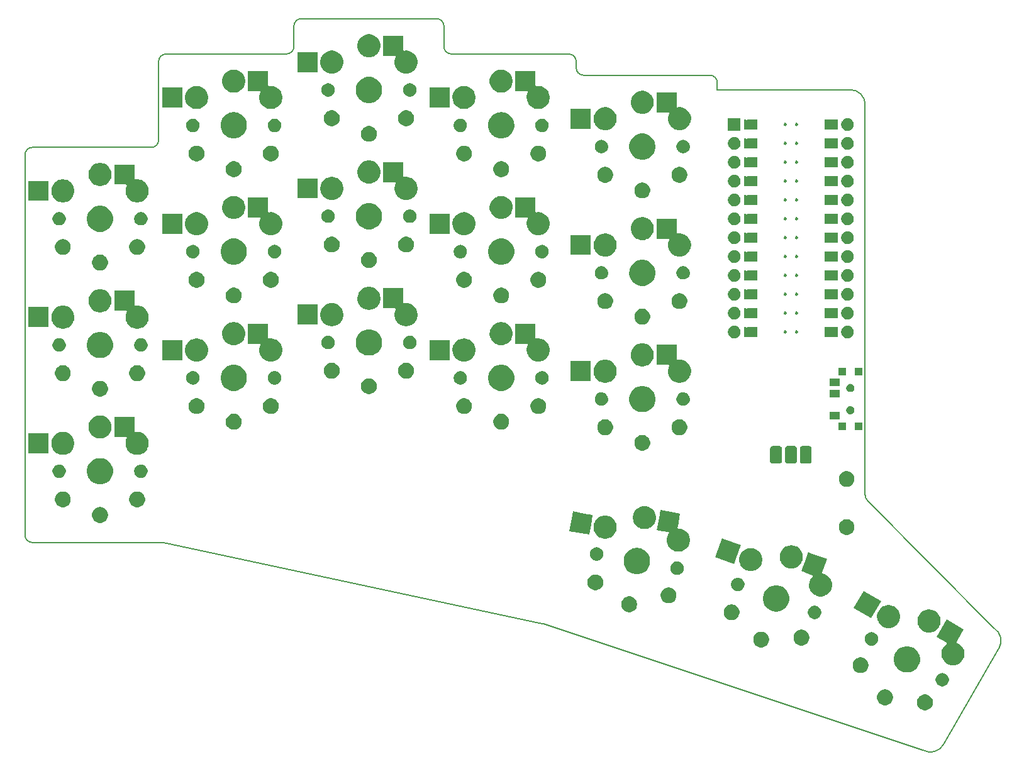
<source format=gbr>
G04 #@! TF.GenerationSoftware,KiCad,Pcbnew,5.1.5+dfsg1-2build2*
G04 #@! TF.CreationDate,2022-10-01T08:21:12+00:00*
G04 #@! TF.ProjectId,board,626f6172-642e-46b6-9963-61645f706362,v1.0.0*
G04 #@! TF.SameCoordinates,Original*
G04 #@! TF.FileFunction,Soldermask,Top*
G04 #@! TF.FilePolarity,Negative*
%FSLAX46Y46*%
G04 Gerber Fmt 4.6, Leading zero omitted, Abs format (unit mm)*
G04 Created by KiCad (PCBNEW 5.1.5+dfsg1-2build2) date 2022-10-01 08:21:12*
%MOMM*%
%LPD*%
G04 APERTURE LIST*
G04 #@! TA.AperFunction,Profile*
%ADD10C,0.150000*%
G04 #@! TD*
%ADD11C,0.250000*%
%ADD12C,0.100000*%
%ADD13C,0.350000*%
G04 APERTURE END LIST*
D10*
X58900000Y40400000D02*
X76362107Y40400000D01*
X57900000Y41400000D02*
X57900000Y92600000D01*
X58900000Y93600000D02*
X74900000Y93600000D01*
X76900000Y106173000D02*
X93100000Y106173000D01*
X75900000Y94600000D02*
X75900000Y105173000D01*
X95100000Y110935500D02*
X113300000Y110935500D01*
X114300000Y109935500D02*
X114300000Y107173000D01*
X94100000Y107173000D02*
X94100000Y109935500D01*
X115300000Y106173000D02*
X131100000Y106173000D01*
X132100000Y105173000D02*
X132100000Y104315500D01*
X151100000Y101365500D02*
X151100000Y102315500D01*
X133100000Y103315500D02*
X150100000Y103315500D01*
X181522028Y13173828D02*
G75*
G02X178789978Y12441778I-1732050J1000000D01*
G01*
X181522029Y13173828D02*
X189022029Y26164210D01*
X188374085Y28844898D02*
G75*
G02X189022029Y26164210I-1084107J-1680688D01*
G01*
X150100000Y103315500D02*
G75*
G02X151100000Y102315500I0J-1000000D01*
G01*
X133100000Y103315500D02*
G75*
G02X132100000Y104315500I0J1000000D01*
G01*
X131100000Y106173000D02*
G75*
G02X132100000Y105173000I0J-1000000D01*
G01*
X115300000Y106173000D02*
G75*
G02X114300000Y107173000I0J1000000D01*
G01*
X113300000Y110935500D02*
G75*
G02X114300000Y109935500I0J-1000000D01*
G01*
X94100000Y109935500D02*
G75*
G02X95100000Y110935500I1000000J0D01*
G01*
X94100000Y107173000D02*
G75*
G02X93100000Y106173000I-1000000J0D01*
G01*
X75900000Y105173000D02*
G75*
G02X76900000Y106173000I1000000J0D01*
G01*
X75900000Y94600000D02*
G75*
G02X74900000Y93600000I-1000000J0D01*
G01*
X57900000Y92600000D02*
G75*
G02X58900000Y93600000I1000000J0D01*
G01*
X58900000Y40400000D02*
G75*
G02X57900000Y41400000I0J1000000D01*
G01*
X171288969Y46087542D02*
X188205108Y28982080D01*
X178789978Y12441778D02*
X127662129Y29450048D01*
X127555520Y29479080D02*
X76571152Y40377906D01*
X171000000Y46790703D02*
X171000000Y99365500D01*
X169000000Y101365500D02*
G75*
G02X171000000Y99365500I0J-2000000D01*
G01*
X169000000Y101365500D02*
X151100000Y101365500D01*
X76362107Y40400000D02*
G75*
G02X76571152Y40377906I0J-1000000D01*
G01*
X127555520Y29479080D02*
G75*
G02X127662129Y29450048I-209045J-977906D01*
G01*
X188374085Y28844897D02*
G75*
G02X188205108Y28982080I542053J840344D01*
G01*
X171288969Y46087542D02*
G75*
G02X171000000Y46790703I711031J703161D01*
G01*
D11*
G04 #@! TO.C,MCU1*
X160363000Y68745500D02*
G75*
G03X160363000Y68745500I-125000J0D01*
G01*
X161887000Y68745500D02*
G75*
G03X161887000Y68745500I-125000J0D01*
G01*
X160363000Y71285500D02*
G75*
G03X160363000Y71285500I-125000J0D01*
G01*
X161887000Y71285500D02*
G75*
G03X161887000Y71285500I-125000J0D01*
G01*
X160363000Y73825500D02*
G75*
G03X160363000Y73825500I-125000J0D01*
G01*
X161887000Y73825500D02*
G75*
G03X161887000Y73825500I-125000J0D01*
G01*
X160363000Y76365500D02*
G75*
G03X160363000Y76365500I-125000J0D01*
G01*
X161887000Y76365500D02*
G75*
G03X161887000Y76365500I-125000J0D01*
G01*
X160363000Y78905500D02*
G75*
G03X160363000Y78905500I-125000J0D01*
G01*
X161887000Y78905500D02*
G75*
G03X161887000Y78905500I-125000J0D01*
G01*
X160363000Y81445500D02*
G75*
G03X160363000Y81445500I-125000J0D01*
G01*
X161887000Y81445500D02*
G75*
G03X161887000Y81445500I-125000J0D01*
G01*
X160363000Y83985500D02*
G75*
G03X160363000Y83985500I-125000J0D01*
G01*
X161887000Y83985500D02*
G75*
G03X161887000Y83985500I-125000J0D01*
G01*
X160363000Y86525500D02*
G75*
G03X160363000Y86525500I-125000J0D01*
G01*
X161887000Y86525500D02*
G75*
G03X161887000Y86525500I-125000J0D01*
G01*
X160363000Y89065500D02*
G75*
G03X160363000Y89065500I-125000J0D01*
G01*
X161887000Y89065500D02*
G75*
G03X161887000Y89065500I-125000J0D01*
G01*
X160363000Y91605500D02*
G75*
G03X160363000Y91605500I-125000J0D01*
G01*
X161887000Y91605500D02*
G75*
G03X161887000Y91605500I-125000J0D01*
G01*
X161887000Y94145500D02*
G75*
G03X161887000Y94145500I-125000J0D01*
G01*
X160363000Y94145500D02*
G75*
G03X160363000Y94145500I-125000J0D01*
G01*
X160363000Y96685500D02*
G75*
G03X160363000Y96685500I-125000J0D01*
G01*
X161887000Y96685500D02*
G75*
G03X161887000Y96685500I-125000J0D01*
G01*
D12*
G36*
X166080000Y96177500D02*
G01*
X166080000Y97193500D01*
X167096000Y97193500D01*
X167096000Y96177500D01*
X166080000Y96177500D01*
G37*
X166080000Y96177500D02*
X166080000Y97193500D01*
X167096000Y97193500D01*
X167096000Y96177500D01*
X166080000Y96177500D01*
G36*
X166080000Y80937500D02*
G01*
X166080000Y81953500D01*
X167096000Y81953500D01*
X167096000Y80937500D01*
X166080000Y80937500D01*
G37*
X166080000Y80937500D02*
X166080000Y81953500D01*
X167096000Y81953500D01*
X167096000Y80937500D01*
X166080000Y80937500D01*
G36*
X166080000Y93637500D02*
G01*
X166080000Y94653500D01*
X167096000Y94653500D01*
X167096000Y93637500D01*
X166080000Y93637500D01*
G37*
X166080000Y93637500D02*
X166080000Y94653500D01*
X167096000Y94653500D01*
X167096000Y93637500D01*
X166080000Y93637500D01*
G36*
X166080000Y91097500D02*
G01*
X166080000Y92113500D01*
X167096000Y92113500D01*
X167096000Y91097500D01*
X166080000Y91097500D01*
G37*
X166080000Y91097500D02*
X166080000Y92113500D01*
X167096000Y92113500D01*
X167096000Y91097500D01*
X166080000Y91097500D01*
G36*
X166080000Y86017500D02*
G01*
X166080000Y87033500D01*
X167096000Y87033500D01*
X167096000Y86017500D01*
X166080000Y86017500D01*
G37*
X166080000Y86017500D02*
X166080000Y87033500D01*
X167096000Y87033500D01*
X167096000Y86017500D01*
X166080000Y86017500D01*
G36*
X166080000Y83477500D02*
G01*
X166080000Y84493500D01*
X167096000Y84493500D01*
X167096000Y83477500D01*
X166080000Y83477500D01*
G37*
X166080000Y83477500D02*
X166080000Y84493500D01*
X167096000Y84493500D01*
X167096000Y83477500D01*
X166080000Y83477500D01*
G36*
X166080000Y75857500D02*
G01*
X166080000Y76873500D01*
X167096000Y76873500D01*
X167096000Y75857500D01*
X166080000Y75857500D01*
G37*
X166080000Y75857500D02*
X166080000Y76873500D01*
X167096000Y76873500D01*
X167096000Y75857500D01*
X166080000Y75857500D01*
G36*
X166080000Y70777500D02*
G01*
X166080000Y71793500D01*
X167096000Y71793500D01*
X167096000Y70777500D01*
X166080000Y70777500D01*
G37*
X166080000Y70777500D02*
X166080000Y71793500D01*
X167096000Y71793500D01*
X167096000Y70777500D01*
X166080000Y70777500D01*
G36*
X166080000Y88557500D02*
G01*
X166080000Y89573500D01*
X167096000Y89573500D01*
X167096000Y88557500D01*
X166080000Y88557500D01*
G37*
X166080000Y88557500D02*
X166080000Y89573500D01*
X167096000Y89573500D01*
X167096000Y88557500D01*
X166080000Y88557500D01*
G36*
X166080000Y78397500D02*
G01*
X166080000Y79413500D01*
X167096000Y79413500D01*
X167096000Y78397500D01*
X166080000Y78397500D01*
G37*
X166080000Y78397500D02*
X166080000Y79413500D01*
X167096000Y79413500D01*
X167096000Y78397500D01*
X166080000Y78397500D01*
G36*
X166080000Y73317500D02*
G01*
X166080000Y74333500D01*
X167096000Y74333500D01*
X167096000Y73317500D01*
X166080000Y73317500D01*
G37*
X166080000Y73317500D02*
X166080000Y74333500D01*
X167096000Y74333500D01*
X167096000Y73317500D01*
X166080000Y73317500D01*
G36*
X166080000Y68237500D02*
G01*
X166080000Y69253500D01*
X167096000Y69253500D01*
X167096000Y68237500D01*
X166080000Y68237500D01*
G37*
X166080000Y68237500D02*
X166080000Y69253500D01*
X167096000Y69253500D01*
X167096000Y68237500D01*
X166080000Y68237500D01*
G36*
X155920000Y69253500D02*
G01*
X155920000Y68237500D01*
X154904000Y68237500D01*
X154904000Y69253500D01*
X155920000Y69253500D01*
G37*
X155920000Y69253500D02*
X155920000Y68237500D01*
X154904000Y68237500D01*
X154904000Y69253500D01*
X155920000Y69253500D01*
G36*
X155920000Y71793500D02*
G01*
X155920000Y70777500D01*
X154904000Y70777500D01*
X154904000Y71793500D01*
X155920000Y71793500D01*
G37*
X155920000Y71793500D02*
X155920000Y70777500D01*
X154904000Y70777500D01*
X154904000Y71793500D01*
X155920000Y71793500D01*
G36*
X155920000Y74333500D02*
G01*
X155920000Y73317500D01*
X154904000Y73317500D01*
X154904000Y74333500D01*
X155920000Y74333500D01*
G37*
X155920000Y74333500D02*
X155920000Y73317500D01*
X154904000Y73317500D01*
X154904000Y74333500D01*
X155920000Y74333500D01*
G36*
X155920000Y76873500D02*
G01*
X155920000Y75857500D01*
X154904000Y75857500D01*
X154904000Y76873500D01*
X155920000Y76873500D01*
G37*
X155920000Y76873500D02*
X155920000Y75857500D01*
X154904000Y75857500D01*
X154904000Y76873500D01*
X155920000Y76873500D01*
G36*
X155920000Y79413500D02*
G01*
X155920000Y78397500D01*
X154904000Y78397500D01*
X154904000Y79413500D01*
X155920000Y79413500D01*
G37*
X155920000Y79413500D02*
X155920000Y78397500D01*
X154904000Y78397500D01*
X154904000Y79413500D01*
X155920000Y79413500D01*
G36*
X155920000Y81953500D02*
G01*
X155920000Y80937500D01*
X154904000Y80937500D01*
X154904000Y81953500D01*
X155920000Y81953500D01*
G37*
X155920000Y81953500D02*
X155920000Y80937500D01*
X154904000Y80937500D01*
X154904000Y81953500D01*
X155920000Y81953500D01*
G36*
X155920000Y84493500D02*
G01*
X155920000Y83477500D01*
X154904000Y83477500D01*
X154904000Y84493500D01*
X155920000Y84493500D01*
G37*
X155920000Y84493500D02*
X155920000Y83477500D01*
X154904000Y83477500D01*
X154904000Y84493500D01*
X155920000Y84493500D01*
G36*
X155920000Y87033500D02*
G01*
X155920000Y86017500D01*
X154904000Y86017500D01*
X154904000Y87033500D01*
X155920000Y87033500D01*
G37*
X155920000Y87033500D02*
X155920000Y86017500D01*
X154904000Y86017500D01*
X154904000Y87033500D01*
X155920000Y87033500D01*
G36*
X155920000Y89573500D02*
G01*
X155920000Y88557500D01*
X154904000Y88557500D01*
X154904000Y89573500D01*
X155920000Y89573500D01*
G37*
X155920000Y89573500D02*
X155920000Y88557500D01*
X154904000Y88557500D01*
X154904000Y89573500D01*
X155920000Y89573500D01*
G36*
X155920000Y92113500D02*
G01*
X155920000Y91097500D01*
X154904000Y91097500D01*
X154904000Y92113500D01*
X155920000Y92113500D01*
G37*
X155920000Y92113500D02*
X155920000Y91097500D01*
X154904000Y91097500D01*
X154904000Y92113500D01*
X155920000Y92113500D01*
G36*
X155920000Y94653500D02*
G01*
X155920000Y93637500D01*
X154904000Y93637500D01*
X154904000Y94653500D01*
X155920000Y94653500D01*
G37*
X155920000Y94653500D02*
X155920000Y93637500D01*
X154904000Y93637500D01*
X154904000Y94653500D01*
X155920000Y94653500D01*
G36*
X155920000Y97193500D02*
G01*
X155920000Y96177500D01*
X154904000Y96177500D01*
X154904000Y97193500D01*
X155920000Y97193500D01*
G37*
X155920000Y97193500D02*
X155920000Y96177500D01*
X154904000Y96177500D01*
X154904000Y97193500D01*
X155920000Y97193500D01*
D13*
G36*
X179353068Y19903138D02*
G01*
X179547066Y19822781D01*
X179721662Y19706120D01*
X179870144Y19557638D01*
X179986805Y19383042D01*
X180067162Y19189044D01*
X180108127Y18983096D01*
X180108127Y18773110D01*
X180067162Y18567162D01*
X179986805Y18373164D01*
X179870144Y18198568D01*
X179721662Y18050086D01*
X179547066Y17933425D01*
X179353068Y17853068D01*
X179147120Y17812103D01*
X178937134Y17812103D01*
X178731186Y17853068D01*
X178537188Y17933425D01*
X178362592Y18050086D01*
X178214110Y18198568D01*
X178097449Y18373164D01*
X178017092Y18567162D01*
X177976127Y18773110D01*
X177976127Y18983096D01*
X178017092Y19189044D01*
X178097449Y19383042D01*
X178214110Y19557638D01*
X178362592Y19706120D01*
X178537188Y19822781D01*
X178731186Y19903138D01*
X178937134Y19944103D01*
X179147120Y19944103D01*
X179353068Y19903138D01*
G37*
G36*
X173972941Y20584485D02*
G01*
X174166939Y20504128D01*
X174341535Y20387467D01*
X174490017Y20238985D01*
X174606678Y20064389D01*
X174687035Y19870391D01*
X174728000Y19664443D01*
X174728000Y19454457D01*
X174687035Y19248509D01*
X174606678Y19054511D01*
X174490017Y18879915D01*
X174341535Y18731433D01*
X174166939Y18614772D01*
X173972941Y18534415D01*
X173766993Y18493450D01*
X173557007Y18493450D01*
X173351059Y18534415D01*
X173157061Y18614772D01*
X172982465Y18731433D01*
X172833983Y18879915D01*
X172717322Y19054511D01*
X172636965Y19248509D01*
X172596000Y19454457D01*
X172596000Y19664443D01*
X172636965Y19870391D01*
X172717322Y20064389D01*
X172833983Y20238985D01*
X172982465Y20387467D01*
X173157061Y20504128D01*
X173351059Y20584485D01*
X173557007Y20625450D01*
X173766993Y20625450D01*
X173972941Y20584485D01*
G37*
G36*
X181550897Y22802589D02*
G01*
X181637923Y22785279D01*
X181719899Y22751323D01*
X181801877Y22717367D01*
X181949428Y22618777D01*
X182074917Y22493288D01*
X182173507Y22345737D01*
X182241419Y22181782D01*
X182276040Y22007732D01*
X182276040Y21830268D01*
X182241419Y21656218D01*
X182173507Y21492263D01*
X182074917Y21344712D01*
X181949428Y21219223D01*
X181801877Y21120633D01*
X181637923Y21052721D01*
X181550897Y21035410D01*
X181463872Y21018100D01*
X181286408Y21018100D01*
X181199383Y21035410D01*
X181112357Y21052721D01*
X180948403Y21120633D01*
X180800852Y21219223D01*
X180675363Y21344712D01*
X180576773Y21492263D01*
X180508861Y21656218D01*
X180474240Y21830268D01*
X180474240Y22007732D01*
X180508861Y22181782D01*
X180576773Y22345737D01*
X180675363Y22493288D01*
X180800852Y22618777D01*
X180948403Y22717367D01*
X181030381Y22751323D01*
X181112357Y22785279D01*
X181199383Y22802589D01*
X181286408Y22819900D01*
X181463872Y22819900D01*
X181550897Y22802589D01*
G37*
G36*
X170692814Y24903138D02*
G01*
X170886812Y24822781D01*
X171061408Y24706120D01*
X171209890Y24557638D01*
X171326551Y24383042D01*
X171406908Y24189044D01*
X171447873Y23983096D01*
X171447873Y23773110D01*
X171406908Y23567162D01*
X171326551Y23373164D01*
X171209890Y23198568D01*
X171061408Y23050086D01*
X170886812Y22933425D01*
X170692814Y22853068D01*
X170486866Y22812103D01*
X170276880Y22812103D01*
X170070932Y22853068D01*
X169876934Y22933425D01*
X169702338Y23050086D01*
X169553856Y23198568D01*
X169437195Y23373164D01*
X169356838Y23567162D01*
X169315873Y23773110D01*
X169315873Y23983096D01*
X169356838Y24189044D01*
X169437195Y24383042D01*
X169553856Y24557638D01*
X169702338Y24706120D01*
X169876934Y24822781D01*
X170070932Y24903138D01*
X170276880Y24944103D01*
X170486866Y24944103D01*
X170692814Y24903138D01*
G37*
G36*
X176828255Y26425053D02*
G01*
X177126686Y26365692D01*
X177447804Y26232680D01*
X177736803Y26039577D01*
X177982577Y25793803D01*
X178175680Y25504804D01*
X178308692Y25183686D01*
X178376500Y24842788D01*
X178376500Y24495212D01*
X178308692Y24154314D01*
X178175680Y23833196D01*
X177982577Y23544197D01*
X177736803Y23298423D01*
X177447804Y23105320D01*
X177126686Y22972308D01*
X176828255Y22912947D01*
X176785789Y22904500D01*
X176438211Y22904500D01*
X176395745Y22912947D01*
X176097314Y22972308D01*
X175776196Y23105320D01*
X175487197Y23298423D01*
X175241423Y23544197D01*
X175048320Y23833196D01*
X174915308Y24154314D01*
X174847500Y24495212D01*
X174847500Y24842788D01*
X174915308Y25183686D01*
X175048320Y25504804D01*
X175241423Y25793803D01*
X175487197Y26039577D01*
X175776196Y26232680D01*
X176097314Y26365692D01*
X176395745Y26425053D01*
X176438211Y26433500D01*
X176785789Y26433500D01*
X176828255Y26425053D01*
G37*
G36*
X184267367Y28678485D02*
G01*
X183388486Y27156218D01*
X183320637Y27038701D01*
X183310524Y27016381D01*
X183304959Y26992517D01*
X183304158Y26968026D01*
X183308149Y26943849D01*
X183316781Y26920915D01*
X183329721Y26900106D01*
X183346471Y26882222D01*
X183366389Y26867949D01*
X183381054Y26860717D01*
X183551326Y26790188D01*
X183608981Y26751664D01*
X183805195Y26620559D01*
X184021091Y26404663D01*
X184134433Y26235034D01*
X184190720Y26150794D01*
X184236788Y26039576D01*
X184307562Y25868713D01*
X184367127Y25569257D01*
X184367127Y25263933D01*
X184307562Y24964477D01*
X184282154Y24903138D01*
X184190720Y24682396D01*
X184190719Y24682395D01*
X184021091Y24428527D01*
X183805195Y24212631D01*
X183635566Y24099289D01*
X183551326Y24043002D01*
X183406700Y23983096D01*
X183269245Y23926160D01*
X183119517Y23896378D01*
X182969790Y23866595D01*
X182664464Y23866595D01*
X182514737Y23896378D01*
X182365009Y23926160D01*
X182227554Y23983096D01*
X182082928Y24043002D01*
X181998688Y24099289D01*
X181829059Y24212631D01*
X181613163Y24428527D01*
X181443535Y24682395D01*
X181443534Y24682396D01*
X181352100Y24903138D01*
X181326692Y24964477D01*
X181267127Y25263933D01*
X181267127Y25569257D01*
X181326692Y25868713D01*
X181397466Y26039576D01*
X181443534Y26150794D01*
X181499821Y26235034D01*
X181613163Y26404663D01*
X181829059Y26620559D01*
X181941317Y26695567D01*
X181960258Y26711111D01*
X181975803Y26730053D01*
X181987354Y26751664D01*
X181994467Y26775113D01*
X181996869Y26799499D01*
X181994467Y26823885D01*
X181987354Y26847334D01*
X181975803Y26868945D01*
X181960258Y26887887D01*
X181934369Y26907751D01*
X180579099Y27690216D01*
X180579099Y27690217D01*
X181929099Y30028485D01*
X184267367Y28678485D01*
G37*
G36*
X157310022Y28354249D02*
G01*
X157504020Y28273892D01*
X157678616Y28157231D01*
X157827098Y28008749D01*
X157943759Y27834153D01*
X158024116Y27640155D01*
X158065081Y27434207D01*
X158065081Y27224221D01*
X158024116Y27018273D01*
X157943759Y26824275D01*
X157827098Y26649679D01*
X157678616Y26501197D01*
X157504020Y26384536D01*
X157310022Y26304179D01*
X157104074Y26263214D01*
X156894088Y26263214D01*
X156688140Y26304179D01*
X156494142Y26384536D01*
X156319546Y26501197D01*
X156171064Y26649679D01*
X156054403Y26824275D01*
X155974046Y27018273D01*
X155933081Y27224221D01*
X155933081Y27434207D01*
X155974046Y27640155D01*
X156054403Y27834153D01*
X156171064Y28008749D01*
X156319546Y28157231D01*
X156494142Y28273892D01*
X156688140Y28354249D01*
X156894088Y28395214D01*
X157104074Y28395214D01*
X157310022Y28354249D01*
G37*
G36*
X172024617Y28302590D02*
G01*
X172111643Y28285279D01*
X172193619Y28251323D01*
X172275597Y28217367D01*
X172423148Y28118777D01*
X172548637Y27993288D01*
X172647227Y27845737D01*
X172652025Y27834153D01*
X172708646Y27697459D01*
X172715139Y27681782D01*
X172749760Y27507732D01*
X172749760Y27330268D01*
X172715139Y27156218D01*
X172647227Y26992263D01*
X172548637Y26844712D01*
X172423148Y26719223D01*
X172275597Y26620633D01*
X172193619Y26586677D01*
X172111643Y26552721D01*
X172024617Y26535410D01*
X171937592Y26518100D01*
X171760128Y26518100D01*
X171673103Y26535410D01*
X171586077Y26552721D01*
X171504101Y26586677D01*
X171422123Y26620633D01*
X171274572Y26719223D01*
X171149083Y26844712D01*
X171050493Y26992263D01*
X170982581Y27156218D01*
X170947960Y27330268D01*
X170947960Y27507732D01*
X170982581Y27681782D01*
X170989075Y27697459D01*
X171045695Y27834153D01*
X171050493Y27845737D01*
X171149083Y27993288D01*
X171274572Y28118777D01*
X171422123Y28217367D01*
X171504101Y28251323D01*
X171586077Y28285279D01*
X171673103Y28302590D01*
X171760128Y28319900D01*
X171937592Y28319900D01*
X172024617Y28302590D01*
G37*
G36*
X162726728Y28617502D02*
G01*
X162920726Y28537145D01*
X163095322Y28420484D01*
X163243804Y28272002D01*
X163360465Y28097406D01*
X163440822Y27903408D01*
X163481787Y27697460D01*
X163481787Y27487474D01*
X163440822Y27281526D01*
X163360465Y27087528D01*
X163243804Y26912932D01*
X163095322Y26764450D01*
X162920726Y26647789D01*
X162726728Y26567432D01*
X162520780Y26526467D01*
X162310794Y26526467D01*
X162104846Y26567432D01*
X161910848Y26647789D01*
X161736252Y26764450D01*
X161587770Y26912932D01*
X161471109Y27087528D01*
X161390752Y27281526D01*
X161349787Y27487474D01*
X161349787Y27697460D01*
X161390752Y27903408D01*
X161471109Y28097406D01*
X161587770Y28272002D01*
X161736252Y28420484D01*
X161910848Y28537145D01*
X162104846Y28617502D01*
X162310794Y28658467D01*
X162520780Y28658467D01*
X162726728Y28617502D01*
G37*
G36*
X179889390Y31342068D02*
G01*
X180039118Y31312286D01*
X180155960Y31263888D01*
X180321199Y31195444D01*
X180399901Y31142857D01*
X180575068Y31025815D01*
X180790964Y30809919D01*
X180844693Y30729507D01*
X180960593Y30556050D01*
X181077435Y30273968D01*
X181137000Y29974514D01*
X181137000Y29669188D01*
X181077435Y29369734D01*
X180960593Y29087652D01*
X180930759Y29043002D01*
X180790964Y28833783D01*
X180575068Y28617887D01*
X180405439Y28504545D01*
X180321199Y28448258D01*
X180193139Y28395214D01*
X180039118Y28331416D01*
X179889390Y28301633D01*
X179739663Y28271851D01*
X179434337Y28271851D01*
X179284610Y28301634D01*
X179134882Y28331416D01*
X178980861Y28395214D01*
X178852801Y28448258D01*
X178768561Y28504545D01*
X178598932Y28617887D01*
X178383036Y28833783D01*
X178243241Y29043002D01*
X178213407Y29087652D01*
X178096565Y29369734D01*
X178037000Y29669188D01*
X178037000Y29974514D01*
X178096565Y30273968D01*
X178213407Y30556050D01*
X178329307Y30729507D01*
X178383036Y30809919D01*
X178598932Y31025815D01*
X178774099Y31142857D01*
X178852801Y31195444D01*
X179018040Y31263888D01*
X179134882Y31312286D01*
X179284610Y31342068D01*
X179434337Y31371851D01*
X179739663Y31371851D01*
X179889390Y31342068D01*
G37*
G36*
X174459263Y31936813D02*
G01*
X174608991Y31907030D01*
X174725833Y31858632D01*
X174891072Y31790188D01*
X174891073Y31790187D01*
X175144941Y31620559D01*
X175360837Y31404663D01*
X175422561Y31312286D01*
X175530466Y31150794D01*
X175567039Y31062499D01*
X175632875Y30903558D01*
X175647308Y30868712D01*
X175706873Y30569258D01*
X175706873Y30263932D01*
X175692947Y30193922D01*
X175647308Y29964477D01*
X175598910Y29847635D01*
X175530466Y29682396D01*
X175474179Y29598156D01*
X175360837Y29428527D01*
X175144941Y29212631D01*
X174975312Y29099289D01*
X174891072Y29043002D01*
X174725833Y28974558D01*
X174608991Y28926160D01*
X174459263Y28896378D01*
X174309536Y28866595D01*
X174004210Y28866595D01*
X173854483Y28896377D01*
X173704755Y28926160D01*
X173587913Y28974558D01*
X173422674Y29043002D01*
X173338434Y29099289D01*
X173168805Y29212631D01*
X172952909Y29428527D01*
X172839567Y29598156D01*
X172783280Y29682396D01*
X172714836Y29847635D01*
X172666438Y29964477D01*
X172620799Y30193922D01*
X172606873Y30263932D01*
X172606873Y30569258D01*
X172666438Y30868712D01*
X172680872Y30903558D01*
X172746707Y31062499D01*
X172783280Y31150794D01*
X172891185Y31312286D01*
X172952909Y31404663D01*
X173168805Y31620559D01*
X173422673Y31790187D01*
X173422674Y31790188D01*
X173587913Y31858632D01*
X173704755Y31907030D01*
X173854483Y31936813D01*
X174004210Y31966595D01*
X174309536Y31966595D01*
X174459263Y31936813D01*
G37*
G36*
X153329801Y32037704D02*
G01*
X153523799Y31957347D01*
X153698395Y31840686D01*
X153846877Y31692204D01*
X153963538Y31517608D01*
X154043895Y31323610D01*
X154084860Y31117662D01*
X154084860Y30907676D01*
X154043895Y30701728D01*
X153963538Y30507730D01*
X153846877Y30333134D01*
X153698395Y30184652D01*
X153523799Y30067991D01*
X153329801Y29987634D01*
X153123853Y29946669D01*
X152913867Y29946669D01*
X152707919Y29987634D01*
X152513921Y30067991D01*
X152339325Y30184652D01*
X152190843Y30333134D01*
X152074182Y30507730D01*
X151993825Y30701728D01*
X151952860Y30907676D01*
X151952860Y31117662D01*
X151993825Y31323610D01*
X152074182Y31517608D01*
X152190843Y31692204D01*
X152339325Y31840686D01*
X152513921Y31957347D01*
X152707919Y32037704D01*
X152913867Y32078669D01*
X153123853Y32078669D01*
X153329801Y32037704D01*
G37*
G36*
X164361066Y31875879D02*
G01*
X164448092Y31858568D01*
X164491265Y31840685D01*
X164612046Y31790656D01*
X164759597Y31692066D01*
X164885086Y31566577D01*
X164983676Y31419026D01*
X165003216Y31371851D01*
X165049747Y31259517D01*
X165051588Y31255071D01*
X165086209Y31081021D01*
X165086209Y30903557D01*
X165051588Y30729507D01*
X164983676Y30565552D01*
X164885086Y30418001D01*
X164759597Y30292512D01*
X164612046Y30193922D01*
X164530068Y30159966D01*
X164448092Y30126010D01*
X164361066Y30108700D01*
X164274041Y30091389D01*
X164096577Y30091389D01*
X164009552Y30108700D01*
X163922526Y30126010D01*
X163758572Y30193922D01*
X163611021Y30292512D01*
X163485532Y30418001D01*
X163386942Y30565552D01*
X163319030Y30729507D01*
X163284409Y30903557D01*
X163284409Y31081021D01*
X163319030Y31255071D01*
X163320872Y31259517D01*
X163367402Y31371851D01*
X163386942Y31419026D01*
X163485532Y31566577D01*
X163611021Y31692066D01*
X163758572Y31790656D01*
X163879353Y31840685D01*
X163922526Y31858568D01*
X164009552Y31875878D01*
X164096577Y31893189D01*
X164274041Y31893189D01*
X164361066Y31875879D01*
G37*
G36*
X173164774Y32548229D02*
G01*
X171814774Y30209961D01*
X169476506Y31559961D01*
X170826506Y33898229D01*
X173164774Y32548229D01*
G37*
G36*
X139552417Y33112569D02*
G01*
X139746415Y33032212D01*
X139921011Y32915551D01*
X140069493Y32767069D01*
X140186154Y32592473D01*
X140266511Y32398475D01*
X140307476Y32192527D01*
X140307476Y31982541D01*
X140266511Y31776593D01*
X140186154Y31582595D01*
X140069493Y31407999D01*
X139921011Y31259517D01*
X139746415Y31142856D01*
X139552417Y31062499D01*
X139346469Y31021534D01*
X139136483Y31021534D01*
X138930535Y31062499D01*
X138736537Y31142856D01*
X138561941Y31259517D01*
X138413459Y31407999D01*
X138296798Y31582595D01*
X138216441Y31776593D01*
X138175476Y31982541D01*
X138175476Y32192527D01*
X138216441Y32398475D01*
X138296798Y32592473D01*
X138413459Y32767069D01*
X138561941Y32915551D01*
X138736537Y33032212D01*
X138930535Y33112569D01*
X139136483Y33153534D01*
X139346469Y33153534D01*
X139552417Y33112569D01*
G37*
G36*
X159233255Y34629453D02*
G01*
X159531686Y34570092D01*
X159852804Y34437080D01*
X160141803Y34243977D01*
X160387577Y33998203D01*
X160580680Y33709204D01*
X160713692Y33388086D01*
X160781500Y33047188D01*
X160781500Y32699612D01*
X160713692Y32358714D01*
X160580680Y32037596D01*
X160387577Y31748597D01*
X160141803Y31502823D01*
X159852804Y31309720D01*
X159531686Y31176708D01*
X159234838Y31117662D01*
X159190789Y31108900D01*
X158843211Y31108900D01*
X158799162Y31117662D01*
X158502314Y31176708D01*
X158181196Y31309720D01*
X157892197Y31502823D01*
X157646423Y31748597D01*
X157453320Y32037596D01*
X157320308Y32358714D01*
X157252500Y32699612D01*
X157252500Y33047188D01*
X157320308Y33388086D01*
X157453320Y33709204D01*
X157646423Y33998203D01*
X157892197Y34243977D01*
X158181196Y34437080D01*
X158502314Y34570092D01*
X158800745Y34629453D01*
X158843211Y34637900D01*
X159190789Y34637900D01*
X159233255Y34629453D01*
G37*
G36*
X144841117Y34312425D02*
G01*
X145035115Y34232068D01*
X145209711Y34115407D01*
X145358193Y33966925D01*
X145474854Y33792329D01*
X145555211Y33598331D01*
X145596176Y33392383D01*
X145596176Y33182397D01*
X145555211Y32976449D01*
X145474854Y32782451D01*
X145358193Y32607855D01*
X145209711Y32459373D01*
X145035115Y32342712D01*
X144841117Y32262355D01*
X144635169Y32221390D01*
X144425183Y32221390D01*
X144219235Y32262355D01*
X144025237Y32342712D01*
X143850641Y32459373D01*
X143702159Y32607855D01*
X143585498Y32782451D01*
X143505141Y32976449D01*
X143464176Y33182397D01*
X143464176Y33392383D01*
X143505141Y33598331D01*
X143585498Y33792329D01*
X143702159Y33966925D01*
X143850641Y34115407D01*
X144025237Y34232068D01*
X144219235Y34312425D01*
X144425183Y34353390D01*
X144635169Y34353390D01*
X144841117Y34312425D01*
G37*
G36*
X163688262Y38941697D02*
G01*
X165859825Y38151313D01*
X165859825Y38151312D01*
X165787305Y37952065D01*
X165212120Y36371758D01*
X165206039Y36348028D01*
X165204703Y36323561D01*
X165208166Y36299303D01*
X165216295Y36276186D01*
X165228778Y36255100D01*
X165245135Y36236854D01*
X165264737Y36222150D01*
X165286831Y36211552D01*
X165305196Y36206416D01*
X165450157Y36177582D01*
X165556821Y36133400D01*
X165732238Y36060740D01*
X165816478Y36004453D01*
X165986107Y35891111D01*
X166202003Y35675215D01*
X166283745Y35552878D01*
X166371632Y35421346D01*
X166407475Y35334812D01*
X166488474Y35139265D01*
X166518256Y34989537D01*
X166548039Y34839810D01*
X166548039Y34534484D01*
X166539534Y34491728D01*
X166488474Y34235029D01*
X166440076Y34118187D01*
X166371632Y33952948D01*
X166371631Y33952947D01*
X166202003Y33699079D01*
X165986107Y33483183D01*
X165850214Y33392383D01*
X165732238Y33313554D01*
X165566999Y33245110D01*
X165450157Y33196712D01*
X165378195Y33182398D01*
X165150702Y33137147D01*
X164845376Y33137147D01*
X164617883Y33182398D01*
X164545921Y33196712D01*
X164429079Y33245110D01*
X164263840Y33313554D01*
X164145864Y33392383D01*
X164009971Y33483183D01*
X163794075Y33699079D01*
X163624447Y33952947D01*
X163624446Y33952948D01*
X163556002Y34118187D01*
X163507604Y34235029D01*
X163456544Y34491728D01*
X163448039Y34534484D01*
X163448039Y34839810D01*
X163477822Y34989537D01*
X163507604Y35139265D01*
X163588603Y35334812D01*
X163624446Y35421346D01*
X163712333Y35552878D01*
X163794075Y35675215D01*
X163915382Y35796522D01*
X163930922Y35815458D01*
X163942473Y35837069D01*
X163949586Y35860518D01*
X163951988Y35884904D01*
X163949586Y35909290D01*
X163942473Y35932739D01*
X163930922Y35954350D01*
X163915377Y35973292D01*
X163896435Y35988837D01*
X163869745Y36002363D01*
X162399201Y36537597D01*
X162406390Y36557348D01*
X162801393Y37642610D01*
X163322655Y39074767D01*
X163322656Y39074767D01*
X163688262Y38941697D01*
G37*
G36*
X154024448Y35638101D02*
G01*
X154111474Y35620790D01*
X154193450Y35586834D01*
X154275428Y35552878D01*
X154422979Y35454288D01*
X154548468Y35328799D01*
X154647058Y35181248D01*
X154714970Y35017293D01*
X154749591Y34843243D01*
X154749591Y34665779D01*
X154714970Y34491729D01*
X154647058Y34327774D01*
X154548468Y34180223D01*
X154422979Y34054734D01*
X154275428Y33956144D01*
X154111474Y33888232D01*
X154024448Y33870922D01*
X153937423Y33853611D01*
X153759959Y33853611D01*
X153672934Y33870921D01*
X153585908Y33888232D01*
X153421954Y33956144D01*
X153274403Y34054734D01*
X153148914Y34180223D01*
X153050324Y34327774D01*
X152982412Y34491729D01*
X152947791Y34665779D01*
X152947791Y34843243D01*
X152982412Y35017293D01*
X153050324Y35181248D01*
X153148914Y35328799D01*
X153274403Y35454288D01*
X153421954Y35552878D01*
X153503932Y35586834D01*
X153585908Y35620790D01*
X153672934Y35638100D01*
X153759959Y35655411D01*
X153937423Y35655411D01*
X154024448Y35638101D01*
G37*
G36*
X134993039Y36048906D02*
G01*
X135187037Y35968549D01*
X135361633Y35851888D01*
X135510115Y35703406D01*
X135626776Y35528810D01*
X135707133Y35334812D01*
X135748098Y35128864D01*
X135748098Y34918878D01*
X135707133Y34712930D01*
X135626776Y34518932D01*
X135510115Y34344336D01*
X135361633Y34195854D01*
X135187037Y34079193D01*
X134993039Y33998836D01*
X134787091Y33957871D01*
X134577105Y33957871D01*
X134371157Y33998836D01*
X134177159Y34079193D01*
X134002563Y34195854D01*
X133854081Y34344336D01*
X133737420Y34518932D01*
X133657063Y34712930D01*
X133616098Y34918878D01*
X133616098Y35128864D01*
X133657063Y35334812D01*
X133737420Y35528810D01*
X133854081Y35703406D01*
X134002563Y35851888D01*
X134177159Y35968549D01*
X134371157Y36048906D01*
X134577105Y36089871D01*
X134787091Y36089871D01*
X134993039Y36048906D01*
G37*
G36*
X145858200Y37826424D02*
G01*
X145945226Y37809114D01*
X146109180Y37741202D01*
X146256731Y37642612D01*
X146382220Y37517123D01*
X146480810Y37369572D01*
X146548722Y37205617D01*
X146583343Y37031567D01*
X146583343Y36854103D01*
X146548722Y36680053D01*
X146480810Y36516098D01*
X146382220Y36368547D01*
X146256731Y36243058D01*
X146109180Y36144468D01*
X146082459Y36133400D01*
X145945226Y36076556D01*
X145865713Y36060740D01*
X145771175Y36041935D01*
X145593711Y36041935D01*
X145499173Y36060740D01*
X145419660Y36076556D01*
X145282427Y36133400D01*
X145255706Y36144468D01*
X145108155Y36243058D01*
X144982666Y36368547D01*
X144884076Y36516098D01*
X144816164Y36680053D01*
X144781543Y36854103D01*
X144781543Y37031567D01*
X144816164Y37205617D01*
X144884076Y37369572D01*
X144982666Y37517123D01*
X145108155Y37642612D01*
X145255706Y37741202D01*
X145419660Y37809114D01*
X145506686Y37826424D01*
X145593711Y37843735D01*
X145771175Y37843735D01*
X145858200Y37826424D01*
G37*
G36*
X140482255Y39653953D02*
G01*
X140780686Y39594592D01*
X141101804Y39461580D01*
X141390803Y39268477D01*
X141636577Y39022703D01*
X141829680Y38733704D01*
X141962692Y38412586D01*
X142030500Y38071688D01*
X142030500Y37724112D01*
X141962692Y37383214D01*
X141829680Y37062096D01*
X141636577Y36773097D01*
X141390803Y36527323D01*
X141101804Y36334220D01*
X140780686Y36201208D01*
X140495431Y36144468D01*
X140439789Y36133400D01*
X140092211Y36133400D01*
X140036569Y36144468D01*
X139751314Y36201208D01*
X139430196Y36334220D01*
X139141197Y36527323D01*
X138895423Y36773097D01*
X138702320Y37062096D01*
X138569308Y37383214D01*
X138501500Y37724112D01*
X138501500Y38071688D01*
X138569308Y38412586D01*
X138702320Y38733704D01*
X138895423Y39022703D01*
X139141197Y39268477D01*
X139430196Y39461580D01*
X139751314Y39594592D01*
X140049745Y39653953D01*
X140092211Y39662400D01*
X140439789Y39662400D01*
X140482255Y39653953D01*
G37*
G36*
X155903502Y39627566D02*
G01*
X156053230Y39597783D01*
X156161968Y39552742D01*
X156335311Y39480941D01*
X156377668Y39452639D01*
X156589180Y39311312D01*
X156805076Y39095416D01*
X156907787Y38941697D01*
X156974705Y38841547D01*
X157006729Y38764234D01*
X157078824Y38590183D01*
X157091547Y38559465D01*
X157147400Y38278675D01*
X157151112Y38260010D01*
X157151112Y37954686D01*
X157091547Y37655230D01*
X157043149Y37538388D01*
X156974705Y37373149D01*
X156974704Y37373148D01*
X156805076Y37119280D01*
X156589180Y36903384D01*
X156515425Y36854103D01*
X156335311Y36733755D01*
X156205660Y36680052D01*
X156053230Y36616913D01*
X155903502Y36587131D01*
X155753775Y36557348D01*
X155448449Y36557348D01*
X155298722Y36587131D01*
X155148994Y36616913D01*
X154996564Y36680052D01*
X154866913Y36733755D01*
X154686799Y36854103D01*
X154613044Y36903384D01*
X154397148Y37119280D01*
X154227520Y37373148D01*
X154227519Y37373149D01*
X154159075Y37538388D01*
X154110677Y37655230D01*
X154051112Y37954686D01*
X154051112Y38260010D01*
X154054825Y38278675D01*
X154110677Y38559465D01*
X154123401Y38590183D01*
X154195495Y38764234D01*
X154227519Y38841547D01*
X154294437Y38941697D01*
X154397148Y39095416D01*
X154613044Y39311312D01*
X154824556Y39452639D01*
X154866913Y39480941D01*
X155040256Y39552742D01*
X155148994Y39597783D01*
X155298722Y39627565D01*
X155448449Y39657348D01*
X155753775Y39657348D01*
X155903502Y39627566D01*
G37*
G36*
X161335806Y39988489D02*
G01*
X161504138Y39955006D01*
X161620980Y39906608D01*
X161786219Y39838164D01*
X161786220Y39838163D01*
X162040088Y39668535D01*
X162255984Y39452639D01*
X162325169Y39349095D01*
X162425613Y39198770D01*
X162494057Y39033531D01*
X162542455Y38916689D01*
X162572238Y38766961D01*
X162602020Y38617234D01*
X162602020Y38311908D01*
X162591697Y38260011D01*
X162542455Y38012453D01*
X162517441Y37952065D01*
X162425613Y37730372D01*
X162375405Y37655231D01*
X162255984Y37476503D01*
X162040088Y37260607D01*
X161957789Y37205617D01*
X161786219Y37090978D01*
X161620980Y37022534D01*
X161504138Y36974136D01*
X161354410Y36944354D01*
X161204683Y36914571D01*
X160899357Y36914571D01*
X160749630Y36944354D01*
X160599902Y36974136D01*
X160483060Y37022534D01*
X160317821Y37090978D01*
X160146251Y37205617D01*
X160063952Y37260607D01*
X159848056Y37476503D01*
X159728635Y37655231D01*
X159678427Y37730372D01*
X159586599Y37952065D01*
X159561585Y38012453D01*
X159512343Y38260011D01*
X159502020Y38311908D01*
X159502020Y38617234D01*
X159531802Y38766961D01*
X159561585Y38916689D01*
X159609983Y39033531D01*
X159678427Y39198770D01*
X159778871Y39349095D01*
X159848056Y39452639D01*
X160063952Y39668535D01*
X160317820Y39838163D01*
X160317821Y39838164D01*
X160483060Y39906608D01*
X160599902Y39955006D01*
X160768234Y39988489D01*
X160899357Y40014571D01*
X161204683Y40014571D01*
X161335806Y39988489D01*
G37*
G36*
X151943225Y40875350D02*
G01*
X154253931Y40034322D01*
X154253931Y40034321D01*
X154093882Y39594591D01*
X153330477Y37497152D01*
X153330476Y37497152D01*
X152378248Y37843735D01*
X150793307Y38420606D01*
X150795354Y38426229D01*
X151131250Y39349096D01*
X151716761Y40957776D01*
X151716762Y40957776D01*
X151943225Y40875350D01*
G37*
G36*
X135025314Y39736555D02*
G01*
X135112340Y39719244D01*
X135276294Y39651332D01*
X135423845Y39552742D01*
X135549334Y39427253D01*
X135647924Y39279702D01*
X135652574Y39268476D01*
X135715836Y39115748D01*
X135750457Y38941696D01*
X135750457Y38764234D01*
X135715836Y38590182D01*
X135681880Y38508206D01*
X135647924Y38426228D01*
X135549334Y38278677D01*
X135423845Y38153188D01*
X135276294Y38054598D01*
X135194316Y38020642D01*
X135112340Y37986686D01*
X135025314Y37969376D01*
X134938289Y37952065D01*
X134760825Y37952065D01*
X134673800Y37969376D01*
X134586774Y37986686D01*
X134504798Y38020642D01*
X134422820Y38054598D01*
X134275269Y38153188D01*
X134149780Y38278677D01*
X134051190Y38426228D01*
X134017234Y38508206D01*
X133983278Y38590182D01*
X133948657Y38764234D01*
X133948657Y38941696D01*
X133983278Y39115748D01*
X134046540Y39268476D01*
X134051190Y39279702D01*
X134149780Y39427253D01*
X134275269Y39552742D01*
X134422820Y39651332D01*
X134586774Y39719244D01*
X134673800Y39736555D01*
X134760825Y39753865D01*
X134938289Y39753865D01*
X135025314Y39736555D01*
G37*
G36*
X144909696Y44491705D02*
G01*
X146088367Y44283874D01*
X146088367Y44283873D01*
X146088368Y44283873D01*
X145793541Y42611832D01*
X145759609Y42419393D01*
X145757740Y42394960D01*
X145760673Y42370632D01*
X145768296Y42347344D01*
X145780316Y42325991D01*
X145796271Y42307392D01*
X145815547Y42292264D01*
X145837405Y42281187D01*
X145861003Y42274587D01*
X145882709Y42272688D01*
X145993882Y42272688D01*
X146143609Y42242905D01*
X146293337Y42213123D01*
X146410179Y42164725D01*
X146575418Y42096281D01*
X146659658Y42039994D01*
X146829287Y41926652D01*
X147045183Y41710756D01*
X147053003Y41699052D01*
X147214812Y41456887D01*
X147331654Y41174805D01*
X147391219Y40875351D01*
X147391219Y40570025D01*
X147331654Y40270571D01*
X147214812Y39988489D01*
X147214811Y39988488D01*
X147045183Y39734620D01*
X146829287Y39518724D01*
X146692393Y39427255D01*
X146575418Y39349095D01*
X146410179Y39280651D01*
X146293337Y39232253D01*
X146143609Y39202471D01*
X145993882Y39172688D01*
X145688556Y39172688D01*
X145538829Y39202471D01*
X145389101Y39232253D01*
X145272259Y39280651D01*
X145107020Y39349095D01*
X144990045Y39427255D01*
X144853151Y39518724D01*
X144637255Y39734620D01*
X144467627Y39988488D01*
X144467626Y39988489D01*
X144350784Y40270571D01*
X144291219Y40570025D01*
X144291219Y40875351D01*
X144350784Y41174805D01*
X144467626Y41456887D01*
X144583033Y41629606D01*
X144594584Y41651217D01*
X144601697Y41674666D01*
X144604099Y41699052D01*
X144601697Y41723438D01*
X144594584Y41746887D01*
X144583033Y41768498D01*
X144567488Y41787440D01*
X144548546Y41802985D01*
X144526935Y41814536D01*
X144500812Y41822150D01*
X143801544Y41945450D01*
X142960537Y42093742D01*
X142960537Y42093743D01*
X142960536Y42093743D01*
X143237263Y43663134D01*
X143429386Y44752723D01*
X143429387Y44752723D01*
X143429387Y44752724D01*
X144909696Y44491705D01*
G37*
G36*
X136217002Y43995008D02*
G01*
X136445260Y43949605D01*
X136562102Y43901207D01*
X136727341Y43832763D01*
X136727342Y43832762D01*
X136981210Y43663134D01*
X137197106Y43447238D01*
X137231343Y43395998D01*
X137366735Y43193369D01*
X137483577Y42911287D01*
X137543142Y42611833D01*
X137543142Y42306507D01*
X137513846Y42159228D01*
X137500821Y42093742D01*
X137483577Y42007053D01*
X137366735Y41724971D01*
X137357237Y41710756D01*
X137197106Y41471102D01*
X136981210Y41255206D01*
X136811581Y41141864D01*
X136727341Y41085577D01*
X136562102Y41017133D01*
X136445260Y40968735D01*
X136295532Y40938953D01*
X136145805Y40909170D01*
X135840479Y40909170D01*
X135690752Y40938953D01*
X135541024Y40968735D01*
X135424182Y41017133D01*
X135258943Y41085577D01*
X135174703Y41141864D01*
X135005074Y41255206D01*
X134789178Y41471102D01*
X134629047Y41710756D01*
X134619549Y41724971D01*
X134502707Y42007053D01*
X134485464Y42093742D01*
X134472438Y42159228D01*
X134443142Y42306507D01*
X134443142Y42611833D01*
X134502707Y42911287D01*
X134619549Y43193369D01*
X134754941Y43395998D01*
X134789178Y43447238D01*
X135005074Y43663134D01*
X135258942Y43832762D01*
X135258943Y43832763D01*
X135424182Y43901207D01*
X135541024Y43949605D01*
X135769282Y43995008D01*
X135840479Y44009170D01*
X136145805Y44009170D01*
X136217002Y43995008D01*
G37*
G36*
X168628687Y43510473D02*
G01*
X168806274Y43475150D01*
X168997362Y43395998D01*
X169169336Y43281089D01*
X169315589Y43134836D01*
X169430498Y42962862D01*
X169509650Y42771774D01*
X169550000Y42568916D01*
X169550000Y42362084D01*
X169509650Y42159226D01*
X169430498Y41968138D01*
X169315589Y41796164D01*
X169169336Y41649911D01*
X168997362Y41535002D01*
X168806274Y41455850D01*
X168628687Y41420527D01*
X168603417Y41415500D01*
X168396583Y41415500D01*
X168371313Y41420527D01*
X168193726Y41455850D01*
X168002638Y41535002D01*
X167830664Y41649911D01*
X167684411Y41796164D01*
X167569502Y41968138D01*
X167490350Y42159226D01*
X167450000Y42362084D01*
X167450000Y42568916D01*
X167490350Y42771774D01*
X167569502Y42962862D01*
X167684411Y43134836D01*
X167830664Y43281089D01*
X168002638Y43395998D01*
X168193726Y43475150D01*
X168371313Y43510473D01*
X168396583Y43515500D01*
X168603417Y43515500D01*
X168628687Y43510473D01*
G37*
G36*
X133236747Y44316023D02*
G01*
X134331812Y44122934D01*
X134331812Y44122933D01*
X134331813Y44122933D01*
X134093567Y42771774D01*
X133862963Y41463953D01*
X133862962Y41463953D01*
X133862962Y41463952D01*
X132258361Y41746887D01*
X131203982Y41932802D01*
X131203982Y41932803D01*
X131203981Y41932803D01*
X131497082Y43595060D01*
X131672831Y44591783D01*
X131672832Y44591783D01*
X131672832Y44591784D01*
X133236747Y44316023D01*
G37*
G36*
X141601597Y45277723D02*
G01*
X141751325Y45247941D01*
X141868167Y45199543D01*
X142033406Y45131099D01*
X142117646Y45074812D01*
X142287275Y44961470D01*
X142503171Y44745574D01*
X142597139Y44604940D01*
X142672800Y44491705D01*
X142706253Y44410941D01*
X142789642Y44209624D01*
X142806886Y44122933D01*
X142849207Y43910169D01*
X142849207Y43604843D01*
X142823409Y43475149D01*
X142789642Y43305388D01*
X142775805Y43271983D01*
X142672800Y43023307D01*
X142672799Y43023306D01*
X142503171Y42769438D01*
X142287275Y42553542D01*
X142117646Y42440200D01*
X142033406Y42383913D01*
X141868167Y42315469D01*
X141751325Y42267071D01*
X141601597Y42237288D01*
X141451870Y42207506D01*
X141146544Y42207506D01*
X140996817Y42237288D01*
X140847089Y42267071D01*
X140730247Y42315469D01*
X140565008Y42383913D01*
X140480768Y42440200D01*
X140311139Y42553542D01*
X140095243Y42769438D01*
X139925615Y43023306D01*
X139925614Y43023307D01*
X139822609Y43271983D01*
X139808772Y43305388D01*
X139775005Y43475149D01*
X139749207Y43604843D01*
X139749207Y43910169D01*
X139791528Y44122933D01*
X139808772Y44209624D01*
X139892161Y44410941D01*
X139925614Y44491705D01*
X140001275Y44604940D01*
X140095243Y44745574D01*
X140311139Y44961470D01*
X140480768Y45074812D01*
X140565008Y45131099D01*
X140730247Y45199543D01*
X140847089Y45247941D01*
X140996817Y45277723D01*
X141146544Y45307506D01*
X141451870Y45307506D01*
X141601597Y45277723D01*
G37*
G36*
X68310941Y45125035D02*
G01*
X68504939Y45044678D01*
X68679535Y44928017D01*
X68828017Y44779535D01*
X68944678Y44604939D01*
X69025035Y44410941D01*
X69066000Y44204993D01*
X69066000Y43995007D01*
X69025035Y43789059D01*
X68944678Y43595061D01*
X68828017Y43420465D01*
X68679535Y43271983D01*
X68504939Y43155322D01*
X68310941Y43074965D01*
X68104993Y43034000D01*
X67895007Y43034000D01*
X67689059Y43074965D01*
X67495061Y43155322D01*
X67320465Y43271983D01*
X67171983Y43420465D01*
X67055322Y43595061D01*
X66974965Y43789059D01*
X66934000Y43995007D01*
X66934000Y44204993D01*
X66974965Y44410941D01*
X67055322Y44604939D01*
X67171983Y44779535D01*
X67320465Y44928017D01*
X67495061Y45044678D01*
X67689059Y45125035D01*
X67895007Y45166000D01*
X68104993Y45166000D01*
X68310941Y45125035D01*
G37*
G36*
X73310941Y47225035D02*
G01*
X73504939Y47144678D01*
X73679535Y47028017D01*
X73828017Y46879535D01*
X73944678Y46704939D01*
X74025035Y46510941D01*
X74066000Y46304993D01*
X74066000Y46095007D01*
X74025035Y45889059D01*
X73944678Y45695061D01*
X73828017Y45520465D01*
X73679535Y45371983D01*
X73504939Y45255322D01*
X73310941Y45174965D01*
X73104993Y45134000D01*
X72895007Y45134000D01*
X72689059Y45174965D01*
X72495061Y45255322D01*
X72320465Y45371983D01*
X72171983Y45520465D01*
X72055322Y45695061D01*
X71974965Y45889059D01*
X71934000Y46095007D01*
X71934000Y46304993D01*
X71974965Y46510941D01*
X72055322Y46704939D01*
X72171983Y46879535D01*
X72320465Y47028017D01*
X72495061Y47144678D01*
X72689059Y47225035D01*
X72895007Y47266000D01*
X73104993Y47266000D01*
X73310941Y47225035D01*
G37*
G36*
X63310941Y47225035D02*
G01*
X63504939Y47144678D01*
X63679535Y47028017D01*
X63828017Y46879535D01*
X63944678Y46704939D01*
X64025035Y46510941D01*
X64066000Y46304993D01*
X64066000Y46095007D01*
X64025035Y45889059D01*
X63944678Y45695061D01*
X63828017Y45520465D01*
X63679535Y45371983D01*
X63504939Y45255322D01*
X63310941Y45174965D01*
X63104993Y45134000D01*
X62895007Y45134000D01*
X62689059Y45174965D01*
X62495061Y45255322D01*
X62320465Y45371983D01*
X62171983Y45520465D01*
X62055322Y45695061D01*
X61974965Y45889059D01*
X61934000Y46095007D01*
X61934000Y46304993D01*
X61974965Y46510941D01*
X62055322Y46704939D01*
X62171983Y46879535D01*
X62320465Y47028017D01*
X62495061Y47144678D01*
X62689059Y47225035D01*
X62895007Y47266000D01*
X63104993Y47266000D01*
X63310941Y47225035D01*
G37*
G36*
X168628687Y50010473D02*
G01*
X168806274Y49975150D01*
X168997362Y49895998D01*
X169169336Y49781089D01*
X169315589Y49634836D01*
X169430498Y49462862D01*
X169509650Y49271774D01*
X169550000Y49068916D01*
X169550000Y48862084D01*
X169509650Y48659226D01*
X169430498Y48468138D01*
X169315589Y48296164D01*
X169169336Y48149911D01*
X168997362Y48035002D01*
X168806274Y47955850D01*
X168628687Y47920527D01*
X168603417Y47915500D01*
X168396583Y47915500D01*
X168371313Y47920527D01*
X168193726Y47955850D01*
X168002638Y48035002D01*
X167830664Y48149911D01*
X167684411Y48296164D01*
X167569502Y48468138D01*
X167490350Y48659226D01*
X167450000Y48862084D01*
X167450000Y49068916D01*
X167490350Y49271774D01*
X167569502Y49462862D01*
X167684411Y49634836D01*
X167830664Y49781089D01*
X168002638Y49895998D01*
X168193726Y49975150D01*
X168371313Y50010473D01*
X168396583Y50015500D01*
X168603417Y50015500D01*
X168628687Y50010473D01*
G37*
G36*
X68216255Y51756053D02*
G01*
X68514686Y51696692D01*
X68835804Y51563680D01*
X69124803Y51370577D01*
X69370577Y51124803D01*
X69563680Y50835804D01*
X69696692Y50514686D01*
X69764500Y50173788D01*
X69764500Y49826212D01*
X69696692Y49485314D01*
X69563680Y49164196D01*
X69370577Y48875197D01*
X69124803Y48629423D01*
X68835804Y48436320D01*
X68514686Y48303308D01*
X68216255Y48243947D01*
X68173789Y48235500D01*
X67826211Y48235500D01*
X67783745Y48243947D01*
X67485314Y48303308D01*
X67164196Y48436320D01*
X66875197Y48629423D01*
X66629423Y48875197D01*
X66436320Y49164196D01*
X66303308Y49485314D01*
X66235500Y49826212D01*
X66235500Y50173788D01*
X66303308Y50514686D01*
X66436320Y50835804D01*
X66629423Y51124803D01*
X66875197Y51370577D01*
X67164196Y51563680D01*
X67485314Y51696692D01*
X67783745Y51756053D01*
X67826211Y51764500D01*
X68173789Y51764500D01*
X68216255Y51756053D01*
G37*
G36*
X62675757Y50883590D02*
G01*
X62762783Y50866279D01*
X62926737Y50798367D01*
X63074288Y50699777D01*
X63199777Y50574288D01*
X63298367Y50426737D01*
X63366279Y50262782D01*
X63400900Y50088732D01*
X63400900Y49911268D01*
X63366279Y49737218D01*
X63298367Y49573263D01*
X63199777Y49425712D01*
X63074288Y49300223D01*
X62926737Y49201633D01*
X62844759Y49167677D01*
X62762783Y49133721D01*
X62675757Y49116411D01*
X62588732Y49099100D01*
X62411268Y49099100D01*
X62324243Y49116411D01*
X62237217Y49133721D01*
X62073263Y49201633D01*
X61925712Y49300223D01*
X61800223Y49425712D01*
X61701633Y49573263D01*
X61633721Y49737218D01*
X61599100Y49911268D01*
X61599100Y50088732D01*
X61633721Y50262782D01*
X61701633Y50426737D01*
X61800223Y50574288D01*
X61925712Y50699777D01*
X62073263Y50798367D01*
X62155241Y50832323D01*
X62237217Y50866279D01*
X62324243Y50883590D01*
X62411268Y50900900D01*
X62588732Y50900900D01*
X62675757Y50883590D01*
G37*
G36*
X73675757Y50883590D02*
G01*
X73762783Y50866279D01*
X73926737Y50798367D01*
X74074288Y50699777D01*
X74199777Y50574288D01*
X74298367Y50426737D01*
X74366279Y50262782D01*
X74400900Y50088732D01*
X74400900Y49911268D01*
X74366279Y49737218D01*
X74298367Y49573263D01*
X74199777Y49425712D01*
X74074288Y49300223D01*
X73926737Y49201633D01*
X73844759Y49167677D01*
X73762783Y49133721D01*
X73675757Y49116411D01*
X73588732Y49099100D01*
X73411268Y49099100D01*
X73324243Y49116411D01*
X73237217Y49133721D01*
X73073263Y49201633D01*
X72925712Y49300223D01*
X72800223Y49425712D01*
X72701633Y49573263D01*
X72633721Y49737218D01*
X72599100Y49911268D01*
X72599100Y50088732D01*
X72633721Y50262782D01*
X72701633Y50426737D01*
X72800223Y50574288D01*
X72925712Y50699777D01*
X73073263Y50798367D01*
X73155241Y50832323D01*
X73237217Y50866279D01*
X73324243Y50883590D01*
X73411268Y50900900D01*
X73588732Y50900900D01*
X73675757Y50883590D01*
G37*
G36*
X163528223Y53383422D02*
G01*
X163591423Y53364250D01*
X163649672Y53333116D01*
X163700721Y53291221D01*
X163742616Y53240172D01*
X163773750Y53181923D01*
X163792922Y53118723D01*
X163800000Y53046860D01*
X163800000Y51384140D01*
X163792922Y51312277D01*
X163773750Y51249077D01*
X163742616Y51190828D01*
X163700721Y51139779D01*
X163649672Y51097884D01*
X163591423Y51066750D01*
X163528223Y51047578D01*
X163456360Y51040500D01*
X162543640Y51040500D01*
X162471777Y51047578D01*
X162408577Y51066750D01*
X162350328Y51097884D01*
X162299279Y51139779D01*
X162257384Y51190828D01*
X162226250Y51249077D01*
X162207078Y51312277D01*
X162200000Y51384140D01*
X162200000Y53046860D01*
X162207078Y53118723D01*
X162226250Y53181923D01*
X162257384Y53240172D01*
X162299279Y53291221D01*
X162350328Y53333116D01*
X162408577Y53364250D01*
X162471777Y53383422D01*
X162543640Y53390500D01*
X163456360Y53390500D01*
X163528223Y53383422D01*
G37*
G36*
X159528223Y53383422D02*
G01*
X159591423Y53364250D01*
X159649672Y53333116D01*
X159700721Y53291221D01*
X159742616Y53240172D01*
X159773750Y53181923D01*
X159792922Y53118723D01*
X159800000Y53046860D01*
X159800000Y51384140D01*
X159792922Y51312277D01*
X159773750Y51249077D01*
X159742616Y51190828D01*
X159700721Y51139779D01*
X159649672Y51097884D01*
X159591423Y51066750D01*
X159528223Y51047578D01*
X159456360Y51040500D01*
X158543640Y51040500D01*
X158471777Y51047578D01*
X158408577Y51066750D01*
X158350328Y51097884D01*
X158299279Y51139779D01*
X158257384Y51190828D01*
X158226250Y51249077D01*
X158207078Y51312277D01*
X158200000Y51384140D01*
X158200000Y53046860D01*
X158207078Y53118723D01*
X158226250Y53181923D01*
X158257384Y53240172D01*
X158299279Y53291221D01*
X158350328Y53333116D01*
X158408577Y53364250D01*
X158471777Y53383422D01*
X158543640Y53390500D01*
X159456360Y53390500D01*
X159528223Y53383422D01*
G37*
G36*
X161528223Y53383422D02*
G01*
X161591423Y53364250D01*
X161649672Y53333116D01*
X161700721Y53291221D01*
X161742616Y53240172D01*
X161773750Y53181923D01*
X161792922Y53118723D01*
X161800000Y53046860D01*
X161800000Y51384140D01*
X161792922Y51312277D01*
X161773750Y51249077D01*
X161742616Y51190828D01*
X161700721Y51139779D01*
X161649672Y51097884D01*
X161591423Y51066750D01*
X161528223Y51047578D01*
X161456360Y51040500D01*
X160543640Y51040500D01*
X160471777Y51047578D01*
X160408577Y51066750D01*
X160350328Y51097884D01*
X160299279Y51139779D01*
X160257384Y51190828D01*
X160226250Y51249077D01*
X160207078Y51312277D01*
X160200000Y51384140D01*
X160200000Y53046860D01*
X160207078Y53118723D01*
X160226250Y53181923D01*
X160257384Y53240172D01*
X160299279Y53291221D01*
X160350328Y53333116D01*
X160408577Y53364250D01*
X160471777Y53383422D01*
X160543640Y53390500D01*
X161456360Y53390500D01*
X161528223Y53383422D01*
G37*
G36*
X72625000Y55408086D02*
G01*
X72627402Y55383700D01*
X72634515Y55360251D01*
X72646066Y55338640D01*
X72661611Y55319698D01*
X72680553Y55304153D01*
X72702164Y55292602D01*
X72725613Y55285489D01*
X72749999Y55283087D01*
X72774385Y55285489D01*
X72847337Y55300000D01*
X73152663Y55300000D01*
X73302390Y55270217D01*
X73452118Y55240435D01*
X73568960Y55192037D01*
X73734199Y55123593D01*
X73734200Y55123592D01*
X73988068Y54953964D01*
X74203964Y54738068D01*
X74267141Y54643516D01*
X74373593Y54484199D01*
X74490435Y54202117D01*
X74546454Y53920492D01*
X74550000Y53902662D01*
X74550000Y53597338D01*
X74490435Y53297882D01*
X74455163Y53212728D01*
X74373593Y53015801D01*
X74317306Y52931561D01*
X74203964Y52761932D01*
X73988068Y52546036D01*
X73818439Y52432694D01*
X73734199Y52376407D01*
X73568960Y52307963D01*
X73452118Y52259565D01*
X73302390Y52229783D01*
X73152663Y52200000D01*
X72847337Y52200000D01*
X72697610Y52229782D01*
X72547882Y52259565D01*
X72431040Y52307963D01*
X72265801Y52376407D01*
X72181561Y52432694D01*
X72011932Y52546036D01*
X71796036Y52761932D01*
X71682694Y52931561D01*
X71626407Y53015801D01*
X71544837Y53212728D01*
X71509565Y53297882D01*
X71450000Y53597338D01*
X71450000Y53902662D01*
X71453547Y53920492D01*
X71509565Y54202117D01*
X71602783Y54427166D01*
X71609896Y54450615D01*
X71612298Y54475001D01*
X71609896Y54499387D01*
X71602783Y54522836D01*
X71591232Y54544447D01*
X71575687Y54563389D01*
X71556745Y54578934D01*
X71535134Y54590485D01*
X71511685Y54597598D01*
X71487299Y54600000D01*
X69925000Y54600000D01*
X69925000Y57300000D01*
X72625000Y57300000D01*
X72625000Y55408086D01*
G37*
G36*
X63302390Y55270217D02*
G01*
X63452118Y55240435D01*
X63568960Y55192037D01*
X63734199Y55123593D01*
X63734200Y55123592D01*
X63988068Y54953964D01*
X64203964Y54738068D01*
X64267141Y54643516D01*
X64373593Y54484199D01*
X64490435Y54202117D01*
X64546454Y53920492D01*
X64550000Y53902662D01*
X64550000Y53597338D01*
X64490435Y53297882D01*
X64455163Y53212728D01*
X64373593Y53015801D01*
X64317306Y52931561D01*
X64203964Y52761932D01*
X63988068Y52546036D01*
X63818439Y52432694D01*
X63734199Y52376407D01*
X63568960Y52307963D01*
X63452118Y52259565D01*
X63302390Y52229783D01*
X63152663Y52200000D01*
X62847337Y52200000D01*
X62697610Y52229782D01*
X62547882Y52259565D01*
X62431040Y52307963D01*
X62265801Y52376407D01*
X62181561Y52432694D01*
X62011932Y52546036D01*
X61796036Y52761932D01*
X61682694Y52931561D01*
X61626407Y53015801D01*
X61544837Y53212728D01*
X61509565Y53297882D01*
X61450000Y53597338D01*
X61450000Y53902662D01*
X61453547Y53920492D01*
X61509565Y54202117D01*
X61626407Y54484199D01*
X61732859Y54643516D01*
X61796036Y54738068D01*
X62011932Y54953964D01*
X62265800Y55123592D01*
X62265801Y55123593D01*
X62431040Y55192037D01*
X62547882Y55240435D01*
X62697610Y55270217D01*
X62847337Y55300000D01*
X63152663Y55300000D01*
X63302390Y55270217D01*
G37*
G36*
X61075000Y52400000D02*
G01*
X58375000Y52400000D01*
X58375000Y55100000D01*
X61075000Y55100000D01*
X61075000Y52400000D01*
G37*
G36*
X141310941Y54840535D02*
G01*
X141504939Y54760178D01*
X141679535Y54643517D01*
X141828017Y54495035D01*
X141944678Y54320439D01*
X142025035Y54126441D01*
X142066000Y53920493D01*
X142066000Y53710507D01*
X142025035Y53504559D01*
X141944678Y53310561D01*
X141828017Y53135965D01*
X141679535Y52987483D01*
X141504939Y52870822D01*
X141310941Y52790465D01*
X141104993Y52749500D01*
X140895007Y52749500D01*
X140689059Y52790465D01*
X140495061Y52870822D01*
X140320465Y52987483D01*
X140171983Y53135965D01*
X140055322Y53310561D01*
X139974965Y53504559D01*
X139934000Y53710507D01*
X139934000Y53920493D01*
X139974965Y54126441D01*
X140055322Y54320439D01*
X140171983Y54495035D01*
X140320465Y54643517D01*
X140495061Y54760178D01*
X140689059Y54840535D01*
X140895007Y54881500D01*
X141104993Y54881500D01*
X141310941Y54840535D01*
G37*
G36*
X68302390Y57470218D02*
G01*
X68452118Y57440435D01*
X68568960Y57392037D01*
X68734199Y57323593D01*
X68734200Y57323592D01*
X68988068Y57153964D01*
X69203964Y56938068D01*
X69310922Y56777993D01*
X69373593Y56684199D01*
X69410526Y56595035D01*
X69482846Y56420440D01*
X69490435Y56402117D01*
X69550000Y56102663D01*
X69550000Y55797337D01*
X69490435Y55497883D01*
X69373593Y55215801D01*
X69373592Y55215800D01*
X69203964Y54961932D01*
X68988068Y54746036D01*
X68976141Y54738067D01*
X68734199Y54576407D01*
X68604867Y54522836D01*
X68452118Y54459565D01*
X68302390Y54429783D01*
X68152663Y54400000D01*
X67847337Y54400000D01*
X67697610Y54429783D01*
X67547882Y54459565D01*
X67395133Y54522836D01*
X67265801Y54576407D01*
X67023859Y54738067D01*
X67011932Y54746036D01*
X66796036Y54961932D01*
X66626408Y55215800D01*
X66626407Y55215801D01*
X66509565Y55497883D01*
X66450000Y55797337D01*
X66450000Y56102663D01*
X66509565Y56402117D01*
X66517155Y56420440D01*
X66589474Y56595035D01*
X66626407Y56684199D01*
X66689078Y56777993D01*
X66796036Y56938068D01*
X67011932Y57153964D01*
X67265800Y57323592D01*
X67265801Y57323593D01*
X67431040Y57392037D01*
X67547882Y57440435D01*
X67697610Y57470218D01*
X67847337Y57500000D01*
X68152663Y57500000D01*
X68302390Y57470218D01*
G37*
G36*
X136310941Y56940535D02*
G01*
X136504939Y56860178D01*
X136679535Y56743517D01*
X136828017Y56595035D01*
X136944678Y56420439D01*
X137025035Y56226441D01*
X137066000Y56020493D01*
X137066000Y55810507D01*
X137025035Y55604559D01*
X136944678Y55410561D01*
X136828017Y55235965D01*
X136679535Y55087483D01*
X136504939Y54970822D01*
X136310941Y54890465D01*
X136104993Y54849500D01*
X135895007Y54849500D01*
X135689059Y54890465D01*
X135495061Y54970822D01*
X135320465Y55087483D01*
X135171983Y55235965D01*
X135055322Y55410561D01*
X134974965Y55604559D01*
X134934000Y55810507D01*
X134934000Y56020493D01*
X134974965Y56226441D01*
X135055322Y56420439D01*
X135171983Y56595035D01*
X135320465Y56743517D01*
X135495061Y56860178D01*
X135689059Y56940535D01*
X135895007Y56981500D01*
X136104993Y56981500D01*
X136310941Y56940535D01*
G37*
G36*
X146310941Y56940535D02*
G01*
X146504939Y56860178D01*
X146679535Y56743517D01*
X146828017Y56595035D01*
X146944678Y56420439D01*
X147025035Y56226441D01*
X147066000Y56020493D01*
X147066000Y55810507D01*
X147025035Y55604559D01*
X146944678Y55410561D01*
X146828017Y55235965D01*
X146679535Y55087483D01*
X146504939Y54970822D01*
X146310941Y54890465D01*
X146104993Y54849500D01*
X145895007Y54849500D01*
X145689059Y54890465D01*
X145495061Y54970822D01*
X145320465Y55087483D01*
X145171983Y55235965D01*
X145055322Y55410561D01*
X144974965Y55604559D01*
X144934000Y55810507D01*
X144934000Y56020493D01*
X144974965Y56226441D01*
X145055322Y56420439D01*
X145171983Y56595035D01*
X145320465Y56743517D01*
X145495061Y56860178D01*
X145689059Y56940535D01*
X145895007Y56981500D01*
X146104993Y56981500D01*
X146310941Y56940535D01*
G37*
G36*
X170600000Y55515500D02*
G01*
X169600000Y55515500D01*
X169600000Y56515500D01*
X170600000Y56515500D01*
X170600000Y55515500D01*
G37*
G36*
X168400000Y55515500D02*
G01*
X167400000Y55515500D01*
X167400000Y56515500D01*
X168400000Y56515500D01*
X168400000Y55515500D01*
G37*
G36*
X86310941Y57698035D02*
G01*
X86504939Y57617678D01*
X86679535Y57501017D01*
X86828017Y57352535D01*
X86944678Y57177939D01*
X87025035Y56983941D01*
X87066000Y56777993D01*
X87066000Y56568007D01*
X87025035Y56362059D01*
X86944678Y56168061D01*
X86828017Y55993465D01*
X86679535Y55844983D01*
X86504939Y55728322D01*
X86310941Y55647965D01*
X86104993Y55607000D01*
X85895007Y55607000D01*
X85689059Y55647965D01*
X85495061Y55728322D01*
X85320465Y55844983D01*
X85171983Y55993465D01*
X85055322Y56168061D01*
X84974965Y56362059D01*
X84934000Y56568007D01*
X84934000Y56777993D01*
X84974965Y56983941D01*
X85055322Y57177939D01*
X85171983Y57352535D01*
X85320465Y57501017D01*
X85495061Y57617678D01*
X85689059Y57698035D01*
X85895007Y57739000D01*
X86104993Y57739000D01*
X86310941Y57698035D01*
G37*
G36*
X122310941Y57698035D02*
G01*
X122504939Y57617678D01*
X122679535Y57501017D01*
X122828017Y57352535D01*
X122944678Y57177939D01*
X123025035Y56983941D01*
X123066000Y56777993D01*
X123066000Y56568007D01*
X123025035Y56362059D01*
X122944678Y56168061D01*
X122828017Y55993465D01*
X122679535Y55844983D01*
X122504939Y55728322D01*
X122310941Y55647965D01*
X122104993Y55607000D01*
X121895007Y55607000D01*
X121689059Y55647965D01*
X121495061Y55728322D01*
X121320465Y55844983D01*
X121171983Y55993465D01*
X121055322Y56168061D01*
X120974965Y56362059D01*
X120934000Y56568007D01*
X120934000Y56777993D01*
X120974965Y56983941D01*
X121055322Y57177939D01*
X121171983Y57352535D01*
X121320465Y57501017D01*
X121495061Y57617678D01*
X121689059Y57698035D01*
X121895007Y57739000D01*
X122104993Y57739000D01*
X122310941Y57698035D01*
G37*
G36*
X167600000Y56965500D02*
G01*
X166250000Y56965500D01*
X166250000Y57965500D01*
X167600000Y57965500D01*
X167600000Y56965500D01*
G37*
G36*
X169125009Y58751409D02*
G01*
X169160429Y58744364D01*
X169210476Y58723633D01*
X169260524Y58702903D01*
X169350602Y58642715D01*
X169427215Y58566102D01*
X169487403Y58476024D01*
X169528864Y58375928D01*
X169550000Y58269672D01*
X169550000Y58161328D01*
X169536501Y58093465D01*
X169528864Y58055071D01*
X169513843Y58018808D01*
X169487403Y57954976D01*
X169427215Y57864898D01*
X169350602Y57788285D01*
X169260524Y57728097D01*
X169210476Y57707367D01*
X169160429Y57686636D01*
X169125009Y57679591D01*
X169054172Y57665500D01*
X168945828Y57665500D01*
X168874991Y57679591D01*
X168839571Y57686636D01*
X168789524Y57707367D01*
X168739476Y57728097D01*
X168649398Y57788285D01*
X168572785Y57864898D01*
X168512597Y57954976D01*
X168486157Y58018808D01*
X168471136Y58055071D01*
X168463499Y58093465D01*
X168450000Y58161328D01*
X168450000Y58269672D01*
X168471136Y58375928D01*
X168512597Y58476024D01*
X168572785Y58566102D01*
X168649398Y58642715D01*
X168739476Y58702903D01*
X168789524Y58723633D01*
X168839571Y58744364D01*
X168874991Y58751409D01*
X168945828Y58765500D01*
X169054172Y58765500D01*
X169125009Y58751409D01*
G37*
G36*
X117310941Y59798035D02*
G01*
X117504939Y59717678D01*
X117679535Y59601017D01*
X117828017Y59452535D01*
X117944678Y59277939D01*
X118025035Y59083941D01*
X118066000Y58877993D01*
X118066000Y58668007D01*
X118025035Y58462059D01*
X117944678Y58268061D01*
X117828017Y58093465D01*
X117679535Y57944983D01*
X117504939Y57828322D01*
X117310941Y57747965D01*
X117104993Y57707000D01*
X116895007Y57707000D01*
X116689059Y57747965D01*
X116495061Y57828322D01*
X116320465Y57944983D01*
X116171983Y58093465D01*
X116055322Y58268061D01*
X115974965Y58462059D01*
X115934000Y58668007D01*
X115934000Y58877993D01*
X115974965Y59083941D01*
X116055322Y59277939D01*
X116171983Y59452535D01*
X116320465Y59601017D01*
X116495061Y59717678D01*
X116689059Y59798035D01*
X116895007Y59839000D01*
X117104993Y59839000D01*
X117310941Y59798035D01*
G37*
G36*
X127310941Y59798035D02*
G01*
X127504939Y59717678D01*
X127679535Y59601017D01*
X127828017Y59452535D01*
X127944678Y59277939D01*
X128025035Y59083941D01*
X128066000Y58877993D01*
X128066000Y58668007D01*
X128025035Y58462059D01*
X127944678Y58268061D01*
X127828017Y58093465D01*
X127679535Y57944983D01*
X127504939Y57828322D01*
X127310941Y57747965D01*
X127104993Y57707000D01*
X126895007Y57707000D01*
X126689059Y57747965D01*
X126495061Y57828322D01*
X126320465Y57944983D01*
X126171983Y58093465D01*
X126055322Y58268061D01*
X125974965Y58462059D01*
X125934000Y58668007D01*
X125934000Y58877993D01*
X125974965Y59083941D01*
X126055322Y59277939D01*
X126171983Y59452535D01*
X126320465Y59601017D01*
X126495061Y59717678D01*
X126689059Y59798035D01*
X126895007Y59839000D01*
X127104993Y59839000D01*
X127310941Y59798035D01*
G37*
G36*
X81310941Y59798035D02*
G01*
X81504939Y59717678D01*
X81679535Y59601017D01*
X81828017Y59452535D01*
X81944678Y59277939D01*
X82025035Y59083941D01*
X82066000Y58877993D01*
X82066000Y58668007D01*
X82025035Y58462059D01*
X81944678Y58268061D01*
X81828017Y58093465D01*
X81679535Y57944983D01*
X81504939Y57828322D01*
X81310941Y57747965D01*
X81104993Y57707000D01*
X80895007Y57707000D01*
X80689059Y57747965D01*
X80495061Y57828322D01*
X80320465Y57944983D01*
X80171983Y58093465D01*
X80055322Y58268061D01*
X79974965Y58462059D01*
X79934000Y58668007D01*
X79934000Y58877993D01*
X79974965Y59083941D01*
X80055322Y59277939D01*
X80171983Y59452535D01*
X80320465Y59601017D01*
X80495061Y59717678D01*
X80689059Y59798035D01*
X80895007Y59839000D01*
X81104993Y59839000D01*
X81310941Y59798035D01*
G37*
G36*
X91310941Y59798035D02*
G01*
X91504939Y59717678D01*
X91679535Y59601017D01*
X91828017Y59452535D01*
X91944678Y59277939D01*
X92025035Y59083941D01*
X92066000Y58877993D01*
X92066000Y58668007D01*
X92025035Y58462059D01*
X91944678Y58268061D01*
X91828017Y58093465D01*
X91679535Y57944983D01*
X91504939Y57828322D01*
X91310941Y57747965D01*
X91104993Y57707000D01*
X90895007Y57707000D01*
X90689059Y57747965D01*
X90495061Y57828322D01*
X90320465Y57944983D01*
X90171983Y58093465D01*
X90055322Y58268061D01*
X89974965Y58462059D01*
X89934000Y58668007D01*
X89934000Y58877993D01*
X89974965Y59083941D01*
X90055322Y59277939D01*
X90171983Y59452535D01*
X90320465Y59601017D01*
X90495061Y59717678D01*
X90689059Y59798035D01*
X90895007Y59839000D01*
X91104993Y59839000D01*
X91310941Y59798035D01*
G37*
G36*
X141216255Y61471553D02*
G01*
X141514686Y61412192D01*
X141835804Y61279180D01*
X142124803Y61086077D01*
X142370577Y60840303D01*
X142563680Y60551304D01*
X142696692Y60230186D01*
X142764500Y59889288D01*
X142764500Y59541712D01*
X142696692Y59200814D01*
X142563680Y58879696D01*
X142370577Y58590697D01*
X142124803Y58344923D01*
X141835804Y58151820D01*
X141514686Y58018808D01*
X141246685Y57965500D01*
X141173789Y57951000D01*
X140826211Y57951000D01*
X140753315Y57965500D01*
X140485314Y58018808D01*
X140164196Y58151820D01*
X139875197Y58344923D01*
X139629423Y58590697D01*
X139436320Y58879696D01*
X139303308Y59200814D01*
X139235500Y59541712D01*
X139235500Y59889288D01*
X139303308Y60230186D01*
X139436320Y60551304D01*
X139629423Y60840303D01*
X139875197Y61086077D01*
X140164196Y61279180D01*
X140485314Y61412192D01*
X140783745Y61471553D01*
X140826211Y61480000D01*
X141173789Y61480000D01*
X141216255Y61471553D01*
G37*
G36*
X146633555Y60607484D02*
G01*
X146762783Y60581779D01*
X146844759Y60547823D01*
X146926737Y60513867D01*
X147074288Y60415277D01*
X147199777Y60289788D01*
X147298367Y60142237D01*
X147366279Y59978282D01*
X147400900Y59804232D01*
X147400900Y59626768D01*
X147383981Y59541712D01*
X147366279Y59452717D01*
X147298367Y59288763D01*
X147199777Y59141212D01*
X147074288Y59015723D01*
X146926737Y58917133D01*
X146762783Y58849221D01*
X146675757Y58831910D01*
X146588732Y58814600D01*
X146411268Y58814600D01*
X146324243Y58831910D01*
X146237217Y58849221D01*
X146073263Y58917133D01*
X145925712Y59015723D01*
X145800223Y59141212D01*
X145701633Y59288763D01*
X145633721Y59452717D01*
X145616019Y59541712D01*
X145599100Y59626768D01*
X145599100Y59804232D01*
X145633721Y59978282D01*
X145701633Y60142237D01*
X145800223Y60289788D01*
X145925712Y60415277D01*
X146073263Y60513867D01*
X146237217Y60581779D01*
X146366445Y60607484D01*
X146411268Y60616400D01*
X146588732Y60616400D01*
X146633555Y60607484D01*
G37*
G36*
X135633555Y60607484D02*
G01*
X135762783Y60581779D01*
X135844759Y60547823D01*
X135926737Y60513867D01*
X136074288Y60415277D01*
X136199777Y60289788D01*
X136298367Y60142237D01*
X136366279Y59978282D01*
X136400900Y59804232D01*
X136400900Y59626768D01*
X136383981Y59541712D01*
X136366279Y59452717D01*
X136298367Y59288763D01*
X136199777Y59141212D01*
X136074288Y59015723D01*
X135926737Y58917133D01*
X135762783Y58849221D01*
X135675757Y58831910D01*
X135588732Y58814600D01*
X135411268Y58814600D01*
X135324243Y58831910D01*
X135237217Y58849221D01*
X135073263Y58917133D01*
X134925712Y59015723D01*
X134800223Y59141212D01*
X134701633Y59288763D01*
X134633721Y59452717D01*
X134616019Y59541712D01*
X134599100Y59626768D01*
X134599100Y59804232D01*
X134633721Y59978282D01*
X134701633Y60142237D01*
X134800223Y60289788D01*
X134925712Y60415277D01*
X135073263Y60513867D01*
X135237217Y60581779D01*
X135366445Y60607484D01*
X135411268Y60616400D01*
X135588732Y60616400D01*
X135633555Y60607484D01*
G37*
G36*
X167600000Y59965500D02*
G01*
X166250000Y59965500D01*
X166250000Y60965500D01*
X167600000Y60965500D01*
X167600000Y59965500D01*
G37*
G36*
X68310941Y62125035D02*
G01*
X68504939Y62044678D01*
X68679535Y61928017D01*
X68828017Y61779535D01*
X68944678Y61604939D01*
X69025035Y61410941D01*
X69066000Y61204993D01*
X69066000Y60995007D01*
X69025035Y60789059D01*
X68944678Y60595061D01*
X68828017Y60420465D01*
X68679535Y60271983D01*
X68504939Y60155322D01*
X68310941Y60074965D01*
X68104993Y60034000D01*
X67895007Y60034000D01*
X67689059Y60074965D01*
X67495061Y60155322D01*
X67320465Y60271983D01*
X67171983Y60420465D01*
X67055322Y60595061D01*
X66974965Y60789059D01*
X66934000Y60995007D01*
X66934000Y61204993D01*
X66974965Y61410941D01*
X67055322Y61604939D01*
X67171983Y61779535D01*
X67320465Y61928017D01*
X67495061Y62044678D01*
X67689059Y62125035D01*
X67895007Y62166000D01*
X68104993Y62166000D01*
X68310941Y62125035D01*
G37*
G36*
X104510941Y62460535D02*
G01*
X104704939Y62380178D01*
X104879535Y62263517D01*
X105028017Y62115035D01*
X105144678Y61940439D01*
X105225035Y61746441D01*
X105266000Y61540493D01*
X105266000Y61330507D01*
X105225035Y61124559D01*
X105144678Y60930561D01*
X105028017Y60755965D01*
X104879535Y60607483D01*
X104704939Y60490822D01*
X104510941Y60410465D01*
X104304993Y60369500D01*
X104095007Y60369500D01*
X103889059Y60410465D01*
X103695061Y60490822D01*
X103520465Y60607483D01*
X103371983Y60755965D01*
X103255322Y60930561D01*
X103174965Y61124559D01*
X103134000Y61330507D01*
X103134000Y61540493D01*
X103174965Y61746441D01*
X103255322Y61940439D01*
X103371983Y62115035D01*
X103520465Y62263517D01*
X103695061Y62380178D01*
X103889059Y62460535D01*
X104095007Y62501500D01*
X104304993Y62501500D01*
X104510941Y62460535D01*
G37*
G36*
X169125009Y61751409D02*
G01*
X169160429Y61744364D01*
X169210476Y61723634D01*
X169260524Y61702903D01*
X169350602Y61642715D01*
X169427215Y61566102D01*
X169487403Y61476024D01*
X169487403Y61476023D01*
X169513844Y61412191D01*
X169528864Y61375928D01*
X169550000Y61269672D01*
X169550000Y61161328D01*
X169528864Y61055072D01*
X169487403Y60954976D01*
X169427215Y60864898D01*
X169350602Y60788285D01*
X169260524Y60728097D01*
X169210476Y60707366D01*
X169160429Y60686636D01*
X169125009Y60679591D01*
X169054172Y60665500D01*
X168945828Y60665500D01*
X168874991Y60679591D01*
X168839571Y60686636D01*
X168789524Y60707366D01*
X168739476Y60728097D01*
X168649398Y60788285D01*
X168572785Y60864898D01*
X168512597Y60954976D01*
X168471136Y61055072D01*
X168450000Y61161328D01*
X168450000Y61269672D01*
X168471136Y61375928D01*
X168486157Y61412191D01*
X168512597Y61476023D01*
X168512597Y61476024D01*
X168572785Y61566102D01*
X168649398Y61642715D01*
X168739476Y61702903D01*
X168789524Y61723634D01*
X168839571Y61744364D01*
X168874991Y61751409D01*
X168945828Y61765500D01*
X169054172Y61765500D01*
X169125009Y61751409D01*
G37*
G36*
X122216255Y64329053D02*
G01*
X122514686Y64269692D01*
X122835804Y64136680D01*
X123124803Y63943577D01*
X123370577Y63697803D01*
X123563680Y63408804D01*
X123696692Y63087686D01*
X123764500Y62746788D01*
X123764500Y62399212D01*
X123696692Y62058314D01*
X123563680Y61737196D01*
X123370577Y61448197D01*
X123124803Y61202423D01*
X122835804Y61009320D01*
X122514686Y60876308D01*
X122216255Y60816947D01*
X122173789Y60808500D01*
X121826211Y60808500D01*
X121783745Y60816947D01*
X121485314Y60876308D01*
X121164196Y61009320D01*
X120875197Y61202423D01*
X120629423Y61448197D01*
X120436320Y61737196D01*
X120303308Y62058314D01*
X120235500Y62399212D01*
X120235500Y62746788D01*
X120303308Y63087686D01*
X120436320Y63408804D01*
X120629423Y63697803D01*
X120875197Y63943577D01*
X121164196Y64136680D01*
X121485314Y64269692D01*
X121783745Y64329053D01*
X121826211Y64337500D01*
X122173789Y64337500D01*
X122216255Y64329053D01*
G37*
G36*
X86216255Y64329053D02*
G01*
X86514686Y64269692D01*
X86835804Y64136680D01*
X87124803Y63943577D01*
X87370577Y63697803D01*
X87563680Y63408804D01*
X87696692Y63087686D01*
X87764500Y62746788D01*
X87764500Y62399212D01*
X87696692Y62058314D01*
X87563680Y61737196D01*
X87370577Y61448197D01*
X87124803Y61202423D01*
X86835804Y61009320D01*
X86514686Y60876308D01*
X86216255Y60816947D01*
X86173789Y60808500D01*
X85826211Y60808500D01*
X85783745Y60816947D01*
X85485314Y60876308D01*
X85164196Y61009320D01*
X84875197Y61202423D01*
X84629423Y61448197D01*
X84436320Y61737196D01*
X84303308Y62058314D01*
X84235500Y62399212D01*
X84235500Y62746788D01*
X84303308Y63087686D01*
X84436320Y63408804D01*
X84629423Y63697803D01*
X84875197Y63943577D01*
X85164196Y64136680D01*
X85485314Y64269692D01*
X85783745Y64329053D01*
X85826211Y64337500D01*
X86173789Y64337500D01*
X86216255Y64329053D01*
G37*
G36*
X167600000Y61465500D02*
G01*
X166250000Y61465500D01*
X166250000Y62465500D01*
X167600000Y62465500D01*
X167600000Y61465500D01*
G37*
G36*
X127675757Y63456589D02*
G01*
X127762783Y63439279D01*
X127926737Y63371367D01*
X128074288Y63272777D01*
X128199777Y63147288D01*
X128298367Y62999737D01*
X128366279Y62835782D01*
X128394271Y62695060D01*
X128400900Y62661731D01*
X128400900Y62484269D01*
X128366279Y62310217D01*
X128332323Y62228241D01*
X128298367Y62146263D01*
X128199777Y61998712D01*
X128074288Y61873223D01*
X127926737Y61774633D01*
X127858675Y61746441D01*
X127762783Y61706721D01*
X127675757Y61689410D01*
X127588732Y61672100D01*
X127411268Y61672100D01*
X127324243Y61689410D01*
X127237217Y61706721D01*
X127141325Y61746441D01*
X127073263Y61774633D01*
X126925712Y61873223D01*
X126800223Y61998712D01*
X126701633Y62146263D01*
X126667677Y62228241D01*
X126633721Y62310217D01*
X126599100Y62484269D01*
X126599100Y62661731D01*
X126605730Y62695060D01*
X126633721Y62835782D01*
X126701633Y62999737D01*
X126800223Y63147288D01*
X126925712Y63272777D01*
X127073263Y63371367D01*
X127237217Y63439279D01*
X127324243Y63456589D01*
X127411268Y63473900D01*
X127588732Y63473900D01*
X127675757Y63456589D01*
G37*
G36*
X116675757Y63456589D02*
G01*
X116762783Y63439279D01*
X116926737Y63371367D01*
X117074288Y63272777D01*
X117199777Y63147288D01*
X117298367Y62999737D01*
X117366279Y62835782D01*
X117394271Y62695060D01*
X117400900Y62661731D01*
X117400900Y62484269D01*
X117366279Y62310217D01*
X117332323Y62228241D01*
X117298367Y62146263D01*
X117199777Y61998712D01*
X117074288Y61873223D01*
X116926737Y61774633D01*
X116858675Y61746441D01*
X116762783Y61706721D01*
X116675757Y61689410D01*
X116588732Y61672100D01*
X116411268Y61672100D01*
X116324243Y61689410D01*
X116237217Y61706721D01*
X116141325Y61746441D01*
X116073263Y61774633D01*
X115925712Y61873223D01*
X115800223Y61998712D01*
X115701633Y62146263D01*
X115667677Y62228241D01*
X115633721Y62310217D01*
X115599100Y62484269D01*
X115599100Y62661731D01*
X115605730Y62695060D01*
X115633721Y62835782D01*
X115701633Y62999737D01*
X115800223Y63147288D01*
X115925712Y63272777D01*
X116073263Y63371367D01*
X116237217Y63439279D01*
X116324243Y63456589D01*
X116411268Y63473900D01*
X116588732Y63473900D01*
X116675757Y63456589D01*
G37*
G36*
X91675757Y63456589D02*
G01*
X91762783Y63439279D01*
X91926737Y63371367D01*
X92074288Y63272777D01*
X92199777Y63147288D01*
X92298367Y62999737D01*
X92366279Y62835782D01*
X92394271Y62695060D01*
X92400900Y62661731D01*
X92400900Y62484269D01*
X92366279Y62310217D01*
X92332323Y62228241D01*
X92298367Y62146263D01*
X92199777Y61998712D01*
X92074288Y61873223D01*
X91926737Y61774633D01*
X91858675Y61746441D01*
X91762783Y61706721D01*
X91675757Y61689410D01*
X91588732Y61672100D01*
X91411268Y61672100D01*
X91324243Y61689410D01*
X91237217Y61706721D01*
X91141325Y61746441D01*
X91073263Y61774633D01*
X90925712Y61873223D01*
X90800223Y61998712D01*
X90701633Y62146263D01*
X90667677Y62228241D01*
X90633721Y62310217D01*
X90599100Y62484269D01*
X90599100Y62661731D01*
X90605730Y62695060D01*
X90633721Y62835782D01*
X90701633Y62999737D01*
X90800223Y63147288D01*
X90925712Y63272777D01*
X91073263Y63371367D01*
X91237217Y63439279D01*
X91324243Y63456589D01*
X91411268Y63473900D01*
X91588732Y63473900D01*
X91675757Y63456589D01*
G37*
G36*
X80675757Y63456589D02*
G01*
X80762783Y63439279D01*
X80926737Y63371367D01*
X81074288Y63272777D01*
X81199777Y63147288D01*
X81298367Y62999737D01*
X81366279Y62835782D01*
X81394271Y62695060D01*
X81400900Y62661731D01*
X81400900Y62484269D01*
X81366279Y62310217D01*
X81332323Y62228241D01*
X81298367Y62146263D01*
X81199777Y61998712D01*
X81074288Y61873223D01*
X80926737Y61774633D01*
X80858675Y61746441D01*
X80762783Y61706721D01*
X80675757Y61689410D01*
X80588732Y61672100D01*
X80411268Y61672100D01*
X80324243Y61689410D01*
X80237217Y61706721D01*
X80141325Y61746441D01*
X80073263Y61774633D01*
X79925712Y61873223D01*
X79800223Y61998712D01*
X79701633Y62146263D01*
X79667677Y62228241D01*
X79633721Y62310217D01*
X79599100Y62484269D01*
X79599100Y62661731D01*
X79605730Y62695060D01*
X79633721Y62835782D01*
X79701633Y62999737D01*
X79800223Y63147288D01*
X79925712Y63272777D01*
X80073263Y63371367D01*
X80237217Y63439279D01*
X80324243Y63456589D01*
X80411268Y63473900D01*
X80588732Y63473900D01*
X80675757Y63456589D01*
G37*
G36*
X145625000Y65123586D02*
G01*
X145627402Y65099200D01*
X145634515Y65075751D01*
X145646066Y65054140D01*
X145661611Y65035198D01*
X145680553Y65019653D01*
X145702164Y65008102D01*
X145725613Y65000989D01*
X145749999Y64998587D01*
X145774385Y65000989D01*
X145847337Y65015500D01*
X146152663Y65015500D01*
X146302390Y64985717D01*
X146452118Y64955935D01*
X146568960Y64907537D01*
X146734199Y64839093D01*
X146769508Y64815500D01*
X146988068Y64669464D01*
X147203964Y64453568D01*
X147296217Y64315500D01*
X147373593Y64199699D01*
X147399696Y64136680D01*
X147479683Y63943576D01*
X147490435Y63917617D01*
X147550000Y63618163D01*
X147550000Y63312837D01*
X147542031Y63272775D01*
X147490435Y63013382D01*
X147449891Y62915500D01*
X147373593Y62731301D01*
X147327108Y62661731D01*
X147203964Y62477432D01*
X146988068Y62261536D01*
X146858506Y62174966D01*
X146734199Y62091907D01*
X146568960Y62023463D01*
X146452118Y61975065D01*
X146302390Y61945282D01*
X146152663Y61915500D01*
X145847337Y61915500D01*
X145697610Y61945282D01*
X145547882Y61975065D01*
X145431040Y62023463D01*
X145265801Y62091907D01*
X145141494Y62174966D01*
X145011932Y62261536D01*
X144796036Y62477432D01*
X144672892Y62661731D01*
X144626407Y62731301D01*
X144550109Y62915500D01*
X144509565Y63013382D01*
X144457969Y63272775D01*
X144450000Y63312837D01*
X144450000Y63618163D01*
X144509565Y63917617D01*
X144520318Y63943576D01*
X144600304Y64136680D01*
X144602783Y64142666D01*
X144609896Y64166115D01*
X144612298Y64190501D01*
X144609896Y64214887D01*
X144602783Y64238336D01*
X144591232Y64259947D01*
X144575687Y64278889D01*
X144556745Y64294434D01*
X144535134Y64305985D01*
X144511685Y64313098D01*
X144487299Y64315500D01*
X142925000Y64315500D01*
X142925000Y67015500D01*
X145625000Y67015500D01*
X145625000Y65123586D01*
G37*
G36*
X136302390Y64985717D02*
G01*
X136452118Y64955935D01*
X136568960Y64907537D01*
X136734199Y64839093D01*
X136769508Y64815500D01*
X136988068Y64669464D01*
X137203964Y64453568D01*
X137296217Y64315500D01*
X137373593Y64199699D01*
X137399696Y64136680D01*
X137479683Y63943576D01*
X137490435Y63917617D01*
X137550000Y63618163D01*
X137550000Y63312837D01*
X137542031Y63272775D01*
X137490435Y63013382D01*
X137449891Y62915500D01*
X137373593Y62731301D01*
X137327108Y62661731D01*
X137203964Y62477432D01*
X136988068Y62261536D01*
X136858506Y62174966D01*
X136734199Y62091907D01*
X136568960Y62023463D01*
X136452118Y61975065D01*
X136302390Y61945282D01*
X136152663Y61915500D01*
X135847337Y61915500D01*
X135697610Y61945282D01*
X135547882Y61975065D01*
X135431040Y62023463D01*
X135265801Y62091907D01*
X135141494Y62174966D01*
X135011932Y62261536D01*
X134796036Y62477432D01*
X134672892Y62661731D01*
X134626407Y62731301D01*
X134550109Y62915500D01*
X134509565Y63013382D01*
X134457969Y63272775D01*
X134450000Y63312837D01*
X134450000Y63618163D01*
X134509565Y63917617D01*
X134520318Y63943576D01*
X134600304Y64136680D01*
X134626407Y64199699D01*
X134703783Y64315500D01*
X134796036Y64453568D01*
X135011932Y64669464D01*
X135230492Y64815500D01*
X135265801Y64839093D01*
X135431040Y64907537D01*
X135547882Y64955935D01*
X135697610Y64985717D01*
X135847337Y65015500D01*
X136152663Y65015500D01*
X136302390Y64985717D01*
G37*
G36*
X134075000Y62115500D02*
G01*
X131375000Y62115500D01*
X131375000Y64815500D01*
X134075000Y64815500D01*
X134075000Y62115500D01*
G37*
G36*
X73310941Y64225035D02*
G01*
X73504939Y64144678D01*
X73679535Y64028017D01*
X73828017Y63879535D01*
X73944678Y63704939D01*
X74025035Y63510941D01*
X74066000Y63304993D01*
X74066000Y63095007D01*
X74025035Y62889059D01*
X73944678Y62695061D01*
X73828017Y62520465D01*
X73679535Y62371983D01*
X73504939Y62255322D01*
X73310941Y62174965D01*
X73104993Y62134000D01*
X72895007Y62134000D01*
X72689059Y62174965D01*
X72495061Y62255322D01*
X72320465Y62371983D01*
X72171983Y62520465D01*
X72055322Y62695061D01*
X71974965Y62889059D01*
X71934000Y63095007D01*
X71934000Y63304993D01*
X71974965Y63510941D01*
X72055322Y63704939D01*
X72171983Y63879535D01*
X72320465Y64028017D01*
X72495061Y64144678D01*
X72689059Y64225035D01*
X72895007Y64266000D01*
X73104993Y64266000D01*
X73310941Y64225035D01*
G37*
G36*
X63310941Y64225035D02*
G01*
X63504939Y64144678D01*
X63679535Y64028017D01*
X63828017Y63879535D01*
X63944678Y63704939D01*
X64025035Y63510941D01*
X64066000Y63304993D01*
X64066000Y63095007D01*
X64025035Y62889059D01*
X63944678Y62695061D01*
X63828017Y62520465D01*
X63679535Y62371983D01*
X63504939Y62255322D01*
X63310941Y62174965D01*
X63104993Y62134000D01*
X62895007Y62134000D01*
X62689059Y62174965D01*
X62495061Y62255322D01*
X62320465Y62371983D01*
X62171983Y62520465D01*
X62055322Y62695061D01*
X61974965Y62889059D01*
X61934000Y63095007D01*
X61934000Y63304993D01*
X61974965Y63510941D01*
X62055322Y63704939D01*
X62171983Y63879535D01*
X62320465Y64028017D01*
X62495061Y64144678D01*
X62689059Y64225035D01*
X62895007Y64266000D01*
X63104993Y64266000D01*
X63310941Y64225035D01*
G37*
G36*
X109510941Y64560535D02*
G01*
X109704939Y64480178D01*
X109879535Y64363517D01*
X110028017Y64215035D01*
X110144678Y64040439D01*
X110225035Y63846441D01*
X110266000Y63640493D01*
X110266000Y63430507D01*
X110225035Y63224559D01*
X110144678Y63030561D01*
X110028017Y62855965D01*
X109879535Y62707483D01*
X109704939Y62590822D01*
X109510941Y62510465D01*
X109304993Y62469500D01*
X109095007Y62469500D01*
X108889059Y62510465D01*
X108695061Y62590822D01*
X108520465Y62707483D01*
X108371983Y62855965D01*
X108255322Y63030561D01*
X108174965Y63224559D01*
X108134000Y63430507D01*
X108134000Y63640493D01*
X108174965Y63846441D01*
X108255322Y64040439D01*
X108371983Y64215035D01*
X108520465Y64363517D01*
X108695061Y64480178D01*
X108889059Y64560535D01*
X109095007Y64601500D01*
X109304993Y64601500D01*
X109510941Y64560535D01*
G37*
G36*
X99510941Y64560535D02*
G01*
X99704939Y64480178D01*
X99879535Y64363517D01*
X100028017Y64215035D01*
X100144678Y64040439D01*
X100225035Y63846441D01*
X100266000Y63640493D01*
X100266000Y63430507D01*
X100225035Y63224559D01*
X100144678Y63030561D01*
X100028017Y62855965D01*
X99879535Y62707483D01*
X99704939Y62590822D01*
X99510941Y62510465D01*
X99304993Y62469500D01*
X99095007Y62469500D01*
X98889059Y62510465D01*
X98695061Y62590822D01*
X98520465Y62707483D01*
X98371983Y62855965D01*
X98255322Y63030561D01*
X98174965Y63224559D01*
X98134000Y63430507D01*
X98134000Y63640493D01*
X98174965Y63846441D01*
X98255322Y64040439D01*
X98371983Y64215035D01*
X98520465Y64363517D01*
X98695061Y64480178D01*
X98889059Y64560535D01*
X99095007Y64601500D01*
X99304993Y64601500D01*
X99510941Y64560535D01*
G37*
G36*
X168400000Y62915500D02*
G01*
X167400000Y62915500D01*
X167400000Y63915500D01*
X168400000Y63915500D01*
X168400000Y62915500D01*
G37*
G36*
X170600000Y62915500D02*
G01*
X169600000Y62915500D01*
X169600000Y63915500D01*
X170600000Y63915500D01*
X170600000Y62915500D01*
G37*
G36*
X141302390Y67185718D02*
G01*
X141452118Y67155935D01*
X141568960Y67107537D01*
X141734199Y67039093D01*
X141757363Y67023615D01*
X141988068Y66869464D01*
X142203964Y66653568D01*
X142281763Y66537133D01*
X142373593Y66399699D01*
X142414796Y66300225D01*
X142471142Y66164196D01*
X142490435Y66117617D01*
X142539514Y65870882D01*
X142550000Y65818162D01*
X142550000Y65512838D01*
X142494835Y65235500D01*
X142490435Y65213383D01*
X142373593Y64931301D01*
X142373592Y64931300D01*
X142203964Y64677432D01*
X141988068Y64461536D01*
X141976141Y64453567D01*
X141734199Y64291907D01*
X141604867Y64238336D01*
X141452118Y64175065D01*
X141302390Y64145282D01*
X141152663Y64115500D01*
X140847337Y64115500D01*
X140697610Y64145282D01*
X140547882Y64175065D01*
X140395133Y64238336D01*
X140265801Y64291907D01*
X140023859Y64453567D01*
X140011932Y64461536D01*
X139796036Y64677432D01*
X139626408Y64931300D01*
X139626407Y64931301D01*
X139509565Y65213383D01*
X139505166Y65235500D01*
X139450000Y65512838D01*
X139450000Y65818162D01*
X139460487Y65870882D01*
X139509565Y66117617D01*
X139528859Y66164196D01*
X139585204Y66300225D01*
X139626407Y66399699D01*
X139718237Y66537133D01*
X139796036Y66653568D01*
X140011932Y66869464D01*
X140242637Y67023615D01*
X140265801Y67039093D01*
X140431040Y67107537D01*
X140547882Y67155935D01*
X140697610Y67185718D01*
X140847337Y67215500D01*
X141152663Y67215500D01*
X141302390Y67185718D01*
G37*
G36*
X90625000Y67981086D02*
G01*
X90627402Y67956700D01*
X90634515Y67933251D01*
X90646066Y67911640D01*
X90661611Y67892698D01*
X90680553Y67877153D01*
X90702164Y67865602D01*
X90725613Y67858489D01*
X90749999Y67856087D01*
X90774385Y67858489D01*
X90847337Y67873000D01*
X91152663Y67873000D01*
X91267357Y67850186D01*
X91452118Y67813435D01*
X91568960Y67765037D01*
X91734199Y67696593D01*
X91734200Y67696592D01*
X91988068Y67526964D01*
X92203964Y67311068D01*
X92267820Y67215500D01*
X92373593Y67057199D01*
X92490435Y66775117D01*
X92550000Y66475663D01*
X92550000Y66170337D01*
X92539513Y66117617D01*
X92490435Y65870882D01*
X92449402Y65771820D01*
X92373593Y65588801D01*
X92317306Y65504561D01*
X92203964Y65334932D01*
X91988068Y65119036D01*
X91839330Y65019653D01*
X91734199Y64949407D01*
X91568960Y64880963D01*
X91452118Y64832565D01*
X91302390Y64802783D01*
X91152663Y64773000D01*
X90847337Y64773000D01*
X90697610Y64802783D01*
X90547882Y64832565D01*
X90431040Y64880963D01*
X90265801Y64949407D01*
X90160670Y65019653D01*
X90011932Y65119036D01*
X89796036Y65334932D01*
X89682694Y65504561D01*
X89626407Y65588801D01*
X89550598Y65771820D01*
X89509565Y65870882D01*
X89460487Y66117617D01*
X89450000Y66170337D01*
X89450000Y66475663D01*
X89509565Y66775117D01*
X89602783Y67000166D01*
X89609896Y67023615D01*
X89612298Y67048001D01*
X89609896Y67072387D01*
X89602783Y67095836D01*
X89591232Y67117447D01*
X89575687Y67136389D01*
X89556745Y67151934D01*
X89535134Y67163485D01*
X89511685Y67170598D01*
X89487299Y67173000D01*
X87925000Y67173000D01*
X87925000Y69873000D01*
X90625000Y69873000D01*
X90625000Y67981086D01*
G37*
G36*
X126625000Y67981086D02*
G01*
X126627402Y67956700D01*
X126634515Y67933251D01*
X126646066Y67911640D01*
X126661611Y67892698D01*
X126680553Y67877153D01*
X126702164Y67865602D01*
X126725613Y67858489D01*
X126749999Y67856087D01*
X126774385Y67858489D01*
X126847337Y67873000D01*
X127152663Y67873000D01*
X127267357Y67850186D01*
X127452118Y67813435D01*
X127568960Y67765037D01*
X127734199Y67696593D01*
X127734200Y67696592D01*
X127988068Y67526964D01*
X128203964Y67311068D01*
X128267820Y67215500D01*
X128373593Y67057199D01*
X128490435Y66775117D01*
X128550000Y66475663D01*
X128550000Y66170337D01*
X128539513Y66117617D01*
X128490435Y65870882D01*
X128449402Y65771820D01*
X128373593Y65588801D01*
X128317306Y65504561D01*
X128203964Y65334932D01*
X127988068Y65119036D01*
X127839330Y65019653D01*
X127734199Y64949407D01*
X127568960Y64880963D01*
X127452118Y64832565D01*
X127302390Y64802783D01*
X127152663Y64773000D01*
X126847337Y64773000D01*
X126697610Y64802783D01*
X126547882Y64832565D01*
X126431040Y64880963D01*
X126265801Y64949407D01*
X126160670Y65019653D01*
X126011932Y65119036D01*
X125796036Y65334932D01*
X125682694Y65504561D01*
X125626407Y65588801D01*
X125550598Y65771820D01*
X125509565Y65870882D01*
X125460487Y66117617D01*
X125450000Y66170337D01*
X125450000Y66475663D01*
X125509565Y66775117D01*
X125602783Y67000166D01*
X125609896Y67023615D01*
X125612298Y67048001D01*
X125609896Y67072387D01*
X125602783Y67095836D01*
X125591232Y67117447D01*
X125575687Y67136389D01*
X125556745Y67151934D01*
X125535134Y67163485D01*
X125511685Y67170598D01*
X125487299Y67173000D01*
X123925000Y67173000D01*
X123925000Y69873000D01*
X126625000Y69873000D01*
X126625000Y67981086D01*
G37*
G36*
X117267357Y67850186D02*
G01*
X117452118Y67813435D01*
X117568960Y67765037D01*
X117734199Y67696593D01*
X117734200Y67696592D01*
X117988068Y67526964D01*
X118203964Y67311068D01*
X118267820Y67215500D01*
X118373593Y67057199D01*
X118490435Y66775117D01*
X118550000Y66475663D01*
X118550000Y66170337D01*
X118539513Y66117617D01*
X118490435Y65870882D01*
X118449402Y65771820D01*
X118373593Y65588801D01*
X118317306Y65504561D01*
X118203964Y65334932D01*
X117988068Y65119036D01*
X117839330Y65019653D01*
X117734199Y64949407D01*
X117568960Y64880963D01*
X117452118Y64832565D01*
X117302390Y64802783D01*
X117152663Y64773000D01*
X116847337Y64773000D01*
X116697610Y64802783D01*
X116547882Y64832565D01*
X116431040Y64880963D01*
X116265801Y64949407D01*
X116160670Y65019653D01*
X116011932Y65119036D01*
X115796036Y65334932D01*
X115682694Y65504561D01*
X115626407Y65588801D01*
X115550598Y65771820D01*
X115509565Y65870882D01*
X115460487Y66117617D01*
X115450000Y66170337D01*
X115450000Y66475663D01*
X115509565Y66775117D01*
X115626407Y67057199D01*
X115732180Y67215500D01*
X115796036Y67311068D01*
X116011932Y67526964D01*
X116265800Y67696592D01*
X116265801Y67696593D01*
X116431040Y67765037D01*
X116547882Y67813435D01*
X116732643Y67850186D01*
X116847337Y67873000D01*
X117152663Y67873000D01*
X117267357Y67850186D01*
G37*
G36*
X81267357Y67850186D02*
G01*
X81452118Y67813435D01*
X81568960Y67765037D01*
X81734199Y67696593D01*
X81734200Y67696592D01*
X81988068Y67526964D01*
X82203964Y67311068D01*
X82267820Y67215500D01*
X82373593Y67057199D01*
X82490435Y66775117D01*
X82550000Y66475663D01*
X82550000Y66170337D01*
X82539513Y66117617D01*
X82490435Y65870882D01*
X82449402Y65771820D01*
X82373593Y65588801D01*
X82317306Y65504561D01*
X82203964Y65334932D01*
X81988068Y65119036D01*
X81839330Y65019653D01*
X81734199Y64949407D01*
X81568960Y64880963D01*
X81452118Y64832565D01*
X81302390Y64802783D01*
X81152663Y64773000D01*
X80847337Y64773000D01*
X80697610Y64802783D01*
X80547882Y64832565D01*
X80431040Y64880963D01*
X80265801Y64949407D01*
X80160670Y65019653D01*
X80011932Y65119036D01*
X79796036Y65334932D01*
X79682694Y65504561D01*
X79626407Y65588801D01*
X79550598Y65771820D01*
X79509565Y65870882D01*
X79460487Y66117617D01*
X79450000Y66170337D01*
X79450000Y66475663D01*
X79509565Y66775117D01*
X79626407Y67057199D01*
X79732180Y67215500D01*
X79796036Y67311068D01*
X80011932Y67526964D01*
X80265800Y67696592D01*
X80265801Y67696593D01*
X80431040Y67765037D01*
X80547882Y67813435D01*
X80732643Y67850186D01*
X80847337Y67873000D01*
X81152663Y67873000D01*
X81267357Y67850186D01*
G37*
G36*
X115075000Y64973000D02*
G01*
X112375000Y64973000D01*
X112375000Y67673000D01*
X115075000Y67673000D01*
X115075000Y64973000D01*
G37*
G36*
X79075000Y64973000D02*
G01*
X76375000Y64973000D01*
X76375000Y67673000D01*
X79075000Y67673000D01*
X79075000Y64973000D01*
G37*
G36*
X68216255Y68756053D02*
G01*
X68514686Y68696692D01*
X68835804Y68563680D01*
X69124803Y68370577D01*
X69370577Y68124803D01*
X69563680Y67835804D01*
X69696692Y67514686D01*
X69764500Y67173788D01*
X69764500Y66826212D01*
X69696692Y66485314D01*
X69563680Y66164196D01*
X69370577Y65875197D01*
X69124803Y65629423D01*
X68835804Y65436320D01*
X68514686Y65303308D01*
X68216255Y65243947D01*
X68173789Y65235500D01*
X67826211Y65235500D01*
X67783745Y65243947D01*
X67485314Y65303308D01*
X67164196Y65436320D01*
X66875197Y65629423D01*
X66629423Y65875197D01*
X66436320Y66164196D01*
X66303308Y66485314D01*
X66235500Y66826212D01*
X66235500Y67173788D01*
X66303308Y67514686D01*
X66436320Y67835804D01*
X66629423Y68124803D01*
X66875197Y68370577D01*
X67164196Y68563680D01*
X67485314Y68696692D01*
X67783745Y68756053D01*
X67826211Y68764500D01*
X68173789Y68764500D01*
X68216255Y68756053D01*
G37*
G36*
X104416255Y69091553D02*
G01*
X104714686Y69032192D01*
X105035804Y68899180D01*
X105324803Y68706077D01*
X105570577Y68460303D01*
X105763680Y68171304D01*
X105896692Y67850186D01*
X105964500Y67509288D01*
X105964500Y67161712D01*
X105896692Y66820814D01*
X105763680Y66499696D01*
X105570577Y66210697D01*
X105324803Y65964923D01*
X105035804Y65771820D01*
X104714686Y65638808D01*
X104416255Y65579447D01*
X104373789Y65571000D01*
X104026211Y65571000D01*
X103983745Y65579447D01*
X103685314Y65638808D01*
X103364196Y65771820D01*
X103075197Y65964923D01*
X102829423Y66210697D01*
X102636320Y66499696D01*
X102503308Y66820814D01*
X102435500Y67161712D01*
X102435500Y67509288D01*
X102503308Y67850186D01*
X102636320Y68171304D01*
X102829423Y68460303D01*
X103075197Y68706077D01*
X103364196Y68899180D01*
X103685314Y69032192D01*
X103983745Y69091553D01*
X104026211Y69100000D01*
X104373789Y69100000D01*
X104416255Y69091553D01*
G37*
G36*
X73675757Y67883590D02*
G01*
X73762783Y67866279D01*
X73926737Y67798367D01*
X74074288Y67699777D01*
X74199777Y67574288D01*
X74298367Y67426737D01*
X74299405Y67424231D01*
X74366279Y67262783D01*
X74375684Y67215500D01*
X74400900Y67088732D01*
X74400900Y66911268D01*
X74366279Y66737218D01*
X74298367Y66573263D01*
X74199777Y66425712D01*
X74074288Y66300223D01*
X73926737Y66201633D01*
X73851184Y66170338D01*
X73762783Y66133721D01*
X73675757Y66116410D01*
X73588732Y66099100D01*
X73411268Y66099100D01*
X73324243Y66116410D01*
X73237217Y66133721D01*
X73148816Y66170338D01*
X73073263Y66201633D01*
X72925712Y66300223D01*
X72800223Y66425712D01*
X72701633Y66573263D01*
X72633721Y66737218D01*
X72599100Y66911268D01*
X72599100Y67088732D01*
X72624316Y67215500D01*
X72633721Y67262783D01*
X72700595Y67424231D01*
X72701633Y67426737D01*
X72800223Y67574288D01*
X72925712Y67699777D01*
X73073263Y67798367D01*
X73237217Y67866279D01*
X73324243Y67883590D01*
X73411268Y67900900D01*
X73588732Y67900900D01*
X73675757Y67883590D01*
G37*
G36*
X62675757Y67883590D02*
G01*
X62762783Y67866279D01*
X62926737Y67798367D01*
X63074288Y67699777D01*
X63199777Y67574288D01*
X63298367Y67426737D01*
X63299405Y67424231D01*
X63366279Y67262783D01*
X63375684Y67215500D01*
X63400900Y67088732D01*
X63400900Y66911268D01*
X63366279Y66737218D01*
X63298367Y66573263D01*
X63199777Y66425712D01*
X63074288Y66300223D01*
X62926737Y66201633D01*
X62851184Y66170338D01*
X62762783Y66133721D01*
X62675757Y66116410D01*
X62588732Y66099100D01*
X62411268Y66099100D01*
X62324243Y66116410D01*
X62237217Y66133721D01*
X62148816Y66170338D01*
X62073263Y66201633D01*
X61925712Y66300223D01*
X61800223Y66425712D01*
X61701633Y66573263D01*
X61633721Y66737218D01*
X61599100Y66911268D01*
X61599100Y67088732D01*
X61624316Y67215500D01*
X61633721Y67262783D01*
X61700595Y67424231D01*
X61701633Y67426737D01*
X61800223Y67574288D01*
X61925712Y67699777D01*
X62073263Y67798367D01*
X62237217Y67866279D01*
X62324243Y67883590D01*
X62411268Y67900900D01*
X62588732Y67900900D01*
X62675757Y67883590D01*
G37*
G36*
X98875757Y68219090D02*
G01*
X98962783Y68201779D01*
X99044759Y68167823D01*
X99126737Y68133867D01*
X99274288Y68035277D01*
X99399777Y67909788D01*
X99498367Y67762237D01*
X99566279Y67598282D01*
X99600900Y67424232D01*
X99600900Y67246768D01*
X99585749Y67170598D01*
X99566279Y67072717D01*
X99559851Y67057199D01*
X99498367Y66908763D01*
X99399777Y66761212D01*
X99274288Y66635723D01*
X99126737Y66537133D01*
X98962783Y66469221D01*
X98875757Y66451911D01*
X98788732Y66434600D01*
X98611268Y66434600D01*
X98524243Y66451911D01*
X98437217Y66469221D01*
X98273263Y66537133D01*
X98125712Y66635723D01*
X98000223Y66761212D01*
X97901633Y66908763D01*
X97840149Y67057199D01*
X97833721Y67072717D01*
X97814251Y67170598D01*
X97799100Y67246768D01*
X97799100Y67424232D01*
X97833721Y67598282D01*
X97901633Y67762237D01*
X98000223Y67909788D01*
X98125712Y68035277D01*
X98273263Y68133867D01*
X98355241Y68167823D01*
X98437217Y68201779D01*
X98524243Y68219090D01*
X98611268Y68236400D01*
X98788732Y68236400D01*
X98875757Y68219090D01*
G37*
G36*
X109875757Y68219090D02*
G01*
X109962783Y68201779D01*
X110126737Y68133867D01*
X110274288Y68035277D01*
X110399777Y67909788D01*
X110498367Y67762237D01*
X110566279Y67598282D01*
X110600900Y67424232D01*
X110600900Y67246768D01*
X110585749Y67170598D01*
X110566279Y67072717D01*
X110559851Y67057199D01*
X110498367Y66908763D01*
X110399777Y66761212D01*
X110274288Y66635723D01*
X110126737Y66537133D01*
X109962783Y66469221D01*
X109875757Y66451911D01*
X109788732Y66434600D01*
X109611268Y66434600D01*
X109524243Y66451911D01*
X109437217Y66469221D01*
X109273263Y66537133D01*
X109125712Y66635723D01*
X109000223Y66761212D01*
X108901633Y66908763D01*
X108840149Y67057199D01*
X108833721Y67072717D01*
X108814251Y67170598D01*
X108799100Y67246768D01*
X108799100Y67424232D01*
X108833721Y67598282D01*
X108901633Y67762237D01*
X109000223Y67909788D01*
X109125712Y68035277D01*
X109273263Y68133867D01*
X109355241Y68167823D01*
X109437217Y68201779D01*
X109524243Y68219090D01*
X109611268Y68236400D01*
X109788732Y68236400D01*
X109875757Y68219090D01*
G37*
G36*
X122302390Y70043217D02*
G01*
X122452118Y70013435D01*
X122514771Y69987483D01*
X122734199Y69896593D01*
X122772768Y69870822D01*
X122988068Y69726964D01*
X123203964Y69511068D01*
X123305667Y69358857D01*
X123373593Y69257199D01*
X123418772Y69148126D01*
X123482848Y68993435D01*
X123490435Y68975117D01*
X123536109Y68745500D01*
X123550000Y68675662D01*
X123550000Y68370338D01*
X123495284Y68095258D01*
X123490435Y68070883D01*
X123373593Y67788801D01*
X123355843Y67762236D01*
X123203964Y67534932D01*
X122988068Y67319036D01*
X122833114Y67215500D01*
X122734199Y67149407D01*
X122604867Y67095836D01*
X122452118Y67032565D01*
X122302390Y67002783D01*
X122152663Y66973000D01*
X121847337Y66973000D01*
X121697610Y67002783D01*
X121547882Y67032565D01*
X121395133Y67095836D01*
X121265801Y67149407D01*
X121166886Y67215500D01*
X121011932Y67319036D01*
X120796036Y67534932D01*
X120644157Y67762236D01*
X120626407Y67788801D01*
X120509565Y68070883D01*
X120504717Y68095258D01*
X120450000Y68370338D01*
X120450000Y68675662D01*
X120463892Y68745500D01*
X120509565Y68975117D01*
X120517153Y68993435D01*
X120581228Y69148126D01*
X120626407Y69257199D01*
X120694333Y69358857D01*
X120796036Y69511068D01*
X121011932Y69726964D01*
X121227232Y69870822D01*
X121265801Y69896593D01*
X121485229Y69987483D01*
X121547882Y70013435D01*
X121697610Y70043217D01*
X121847337Y70073000D01*
X122152663Y70073000D01*
X122302390Y70043217D01*
G37*
G36*
X86302390Y70043217D02*
G01*
X86452118Y70013435D01*
X86514771Y69987483D01*
X86734199Y69896593D01*
X86772768Y69870822D01*
X86988068Y69726964D01*
X87203964Y69511068D01*
X87305667Y69358857D01*
X87373593Y69257199D01*
X87418772Y69148126D01*
X87482848Y68993435D01*
X87490435Y68975117D01*
X87536109Y68745500D01*
X87550000Y68675662D01*
X87550000Y68370338D01*
X87495284Y68095258D01*
X87490435Y68070883D01*
X87373593Y67788801D01*
X87355843Y67762236D01*
X87203964Y67534932D01*
X86988068Y67319036D01*
X86833114Y67215500D01*
X86734199Y67149407D01*
X86604867Y67095836D01*
X86452118Y67032565D01*
X86302390Y67002783D01*
X86152663Y66973000D01*
X85847337Y66973000D01*
X85697610Y67002783D01*
X85547882Y67032565D01*
X85395133Y67095836D01*
X85265801Y67149407D01*
X85166886Y67215500D01*
X85011932Y67319036D01*
X84796036Y67534932D01*
X84644157Y67762236D01*
X84626407Y67788801D01*
X84509565Y68070883D01*
X84504717Y68095258D01*
X84450000Y68370338D01*
X84450000Y68675662D01*
X84463892Y68745500D01*
X84509565Y68975117D01*
X84517153Y68993435D01*
X84581228Y69148126D01*
X84626407Y69257199D01*
X84694333Y69358857D01*
X84796036Y69511068D01*
X85011932Y69726964D01*
X85227232Y69870822D01*
X85265801Y69896593D01*
X85485229Y69987483D01*
X85547882Y70013435D01*
X85697610Y70043217D01*
X85847337Y70073000D01*
X86152663Y70073000D01*
X86302390Y70043217D01*
G37*
G36*
X168867935Y69562836D02*
G01*
X169022624Y69498761D01*
X169022626Y69498760D01*
X169161844Y69405738D01*
X169280238Y69287344D01*
X169298799Y69259565D01*
X169373261Y69148124D01*
X169437336Y68993435D01*
X169470000Y68829219D01*
X169470000Y68661781D01*
X169437336Y68497565D01*
X169421901Y68460303D01*
X169373260Y68342874D01*
X169280238Y68203656D01*
X169161844Y68085262D01*
X169022626Y67992240D01*
X169022625Y67992239D01*
X169022624Y67992239D01*
X168867935Y67928164D01*
X168703719Y67895500D01*
X168536281Y67895500D01*
X168372065Y67928164D01*
X168217376Y67992239D01*
X168217375Y67992239D01*
X168217374Y67992240D01*
X168078156Y68085262D01*
X167959762Y68203656D01*
X167866740Y68342874D01*
X167818099Y68460303D01*
X167802664Y68497565D01*
X167770000Y68661781D01*
X167770000Y68829219D01*
X167802664Y68993435D01*
X167866739Y69148124D01*
X167941201Y69259565D01*
X167959762Y69287344D01*
X168078156Y69405738D01*
X168217374Y69498760D01*
X168217376Y69498761D01*
X168372065Y69562836D01*
X168536281Y69595500D01*
X168703719Y69595500D01*
X168867935Y69562836D01*
G37*
G36*
X153627935Y69562836D02*
G01*
X153782624Y69498761D01*
X153782626Y69498760D01*
X153921844Y69405738D01*
X154040238Y69287344D01*
X154058799Y69259565D01*
X154133261Y69148124D01*
X154197336Y68993435D01*
X154230000Y68829219D01*
X154230000Y68661781D01*
X154197336Y68497565D01*
X154181901Y68460303D01*
X154133260Y68342874D01*
X154040238Y68203656D01*
X153921844Y68085262D01*
X153782626Y67992240D01*
X153782625Y67992239D01*
X153782624Y67992239D01*
X153627935Y67928164D01*
X153463719Y67895500D01*
X153296281Y67895500D01*
X153132065Y67928164D01*
X152977376Y67992239D01*
X152977375Y67992239D01*
X152977374Y67992240D01*
X152838156Y68085262D01*
X152719762Y68203656D01*
X152626740Y68342874D01*
X152578099Y68460303D01*
X152562664Y68497565D01*
X152530000Y68661781D01*
X152530000Y68829219D01*
X152562664Y68993435D01*
X152626739Y69148124D01*
X152701201Y69259565D01*
X152719762Y69287344D01*
X152838156Y69405738D01*
X152977374Y69498760D01*
X152977376Y69498761D01*
X153132065Y69562836D01*
X153296281Y69595500D01*
X153463719Y69595500D01*
X153627935Y69562836D01*
G37*
G36*
X166835802Y69394777D02*
G01*
X166845225Y69391919D01*
X166845227Y69391918D01*
X166853913Y69387275D01*
X166853914Y69387274D01*
X166853916Y69387273D01*
X166854702Y69386628D01*
X166875076Y69373014D01*
X166897715Y69363637D01*
X166921749Y69358857D01*
X166946253Y69358857D01*
X166970286Y69363638D01*
X166992925Y69373015D01*
X167013298Y69386628D01*
X167014084Y69387273D01*
X167014086Y69387274D01*
X167014087Y69387275D01*
X167022773Y69391918D01*
X167022775Y69391919D01*
X167032198Y69394777D01*
X167048141Y69396347D01*
X167235859Y69396347D01*
X167251802Y69394777D01*
X167261225Y69391919D01*
X167261227Y69391918D01*
X167269913Y69387275D01*
X167269914Y69387274D01*
X167269916Y69387273D01*
X167277527Y69381027D01*
X167283773Y69373416D01*
X167283775Y69373413D01*
X167283988Y69373014D01*
X167288419Y69364725D01*
X167291277Y69355302D01*
X167292847Y69339359D01*
X167292847Y68151641D01*
X167291277Y68135698D01*
X167288749Y68127362D01*
X167288418Y68126273D01*
X167283988Y68117985D01*
X167283773Y68117584D01*
X167277527Y68109973D01*
X167269916Y68103727D01*
X167269914Y68103726D01*
X167269913Y68103725D01*
X167261227Y68099082D01*
X167261225Y68099081D01*
X167251802Y68096223D01*
X167235859Y68094653D01*
X167048141Y68094653D01*
X167032198Y68096223D01*
X167022775Y68099081D01*
X167022773Y68099082D01*
X167014087Y68103725D01*
X167014086Y68103726D01*
X167014084Y68103727D01*
X167013298Y68104372D01*
X166992924Y68117986D01*
X166970285Y68127363D01*
X166946251Y68132143D01*
X166921747Y68132143D01*
X166897714Y68127362D01*
X166875075Y68117985D01*
X166854702Y68104372D01*
X166853916Y68103727D01*
X166853914Y68103726D01*
X166853913Y68103725D01*
X166845227Y68099082D01*
X166845225Y68099081D01*
X166835802Y68096223D01*
X166819859Y68094653D01*
X165582141Y68094653D01*
X165566198Y68096223D01*
X165556775Y68099081D01*
X165556773Y68099082D01*
X165548087Y68103725D01*
X165548086Y68103726D01*
X165548084Y68103727D01*
X165540473Y68109973D01*
X165534227Y68117584D01*
X165534013Y68117985D01*
X165529582Y68126273D01*
X165529252Y68127362D01*
X165526723Y68135698D01*
X165525153Y68151641D01*
X165525153Y69339359D01*
X165526723Y69355302D01*
X165529581Y69364725D01*
X165534012Y69373014D01*
X165534225Y69373413D01*
X165534227Y69373416D01*
X165540473Y69381027D01*
X165548084Y69387273D01*
X165548086Y69387274D01*
X165548087Y69387275D01*
X165556773Y69391918D01*
X165556775Y69391919D01*
X165566198Y69394777D01*
X165582141Y69396347D01*
X166819859Y69396347D01*
X166835802Y69394777D01*
G37*
G36*
X154967802Y69394777D02*
G01*
X154977225Y69391919D01*
X154977227Y69391918D01*
X154985913Y69387275D01*
X154985914Y69387274D01*
X154985916Y69387273D01*
X154986702Y69386628D01*
X155007076Y69373014D01*
X155029715Y69363637D01*
X155053749Y69358857D01*
X155078253Y69358857D01*
X155102286Y69363638D01*
X155124925Y69373015D01*
X155145298Y69386628D01*
X155146084Y69387273D01*
X155146086Y69387274D01*
X155146087Y69387275D01*
X155154773Y69391918D01*
X155154775Y69391919D01*
X155164198Y69394777D01*
X155180141Y69396347D01*
X156417859Y69396347D01*
X156433802Y69394777D01*
X156443225Y69391919D01*
X156443227Y69391918D01*
X156451913Y69387275D01*
X156451914Y69387274D01*
X156451916Y69387273D01*
X156459527Y69381027D01*
X156465773Y69373416D01*
X156465775Y69373413D01*
X156465988Y69373014D01*
X156470419Y69364725D01*
X156473277Y69355302D01*
X156474847Y69339359D01*
X156474847Y68151641D01*
X156473277Y68135698D01*
X156470749Y68127362D01*
X156470418Y68126273D01*
X156465988Y68117985D01*
X156465773Y68117584D01*
X156459527Y68109973D01*
X156451916Y68103727D01*
X156451914Y68103726D01*
X156451913Y68103725D01*
X156443227Y68099082D01*
X156443225Y68099081D01*
X156433802Y68096223D01*
X156417859Y68094653D01*
X155180141Y68094653D01*
X155164198Y68096223D01*
X155154775Y68099081D01*
X155154773Y68099082D01*
X155146087Y68103725D01*
X155146086Y68103726D01*
X155146084Y68103727D01*
X155145298Y68104372D01*
X155124924Y68117986D01*
X155102285Y68127363D01*
X155078251Y68132143D01*
X155053747Y68132143D01*
X155029714Y68127362D01*
X155007075Y68117985D01*
X154986702Y68104372D01*
X154985916Y68103727D01*
X154985914Y68103726D01*
X154985913Y68103725D01*
X154977227Y68099082D01*
X154977225Y68099081D01*
X154967802Y68096223D01*
X154951859Y68094653D01*
X154764141Y68094653D01*
X154748198Y68096223D01*
X154738775Y68099081D01*
X154738773Y68099082D01*
X154730087Y68103725D01*
X154730086Y68103726D01*
X154730084Y68103727D01*
X154722473Y68109973D01*
X154716227Y68117584D01*
X154716013Y68117985D01*
X154711582Y68126273D01*
X154711252Y68127362D01*
X154708723Y68135698D01*
X154707153Y68151641D01*
X154707153Y69339359D01*
X154708723Y69355302D01*
X154711581Y69364725D01*
X154716012Y69373014D01*
X154716225Y69373413D01*
X154716227Y69373416D01*
X154722473Y69381027D01*
X154730084Y69387273D01*
X154730086Y69387274D01*
X154730087Y69387275D01*
X154738773Y69391918D01*
X154738775Y69391919D01*
X154748198Y69394777D01*
X154764141Y69396347D01*
X154951859Y69396347D01*
X154967802Y69394777D01*
G37*
G36*
X72625000Y72408086D02*
G01*
X72627402Y72383700D01*
X72634515Y72360251D01*
X72646066Y72338640D01*
X72661611Y72319698D01*
X72680553Y72304153D01*
X72702164Y72292602D01*
X72725613Y72285489D01*
X72749999Y72283087D01*
X72774385Y72285489D01*
X72847337Y72300000D01*
X73152663Y72300000D01*
X73302390Y72270217D01*
X73452118Y72240435D01*
X73568960Y72192037D01*
X73734199Y72123593D01*
X73769508Y72100000D01*
X73988068Y71953964D01*
X74203964Y71738068D01*
X74267141Y71643516D01*
X74373593Y71484199D01*
X74442037Y71318960D01*
X74475505Y71238163D01*
X74490435Y71202117D01*
X74546454Y70920492D01*
X74550000Y70902662D01*
X74550000Y70597338D01*
X74501061Y70351301D01*
X74490435Y70297883D01*
X74373593Y70015801D01*
X74317306Y69931561D01*
X74203964Y69761932D01*
X73988068Y69546036D01*
X73818439Y69432694D01*
X73734199Y69376407D01*
X73592195Y69317587D01*
X73452118Y69259565D01*
X73302390Y69229782D01*
X73152663Y69200000D01*
X72847337Y69200000D01*
X72697610Y69229782D01*
X72547882Y69259565D01*
X72407805Y69317587D01*
X72265801Y69376407D01*
X72181561Y69432694D01*
X72011932Y69546036D01*
X71796036Y69761932D01*
X71682694Y69931561D01*
X71626407Y70015801D01*
X71509565Y70297883D01*
X71498940Y70351301D01*
X71450000Y70597338D01*
X71450000Y70902662D01*
X71453547Y70920492D01*
X71509565Y71202117D01*
X71524496Y71238163D01*
X71555665Y71313413D01*
X71602783Y71427166D01*
X71609896Y71450615D01*
X71612298Y71475001D01*
X71609896Y71499387D01*
X71602783Y71522836D01*
X71591232Y71544447D01*
X71575687Y71563389D01*
X71556745Y71578934D01*
X71535134Y71590485D01*
X71511685Y71597598D01*
X71487299Y71600000D01*
X69925000Y71600000D01*
X69925000Y74300000D01*
X72625000Y74300000D01*
X72625000Y72408086D01*
G37*
G36*
X63302390Y72270217D02*
G01*
X63452118Y72240435D01*
X63568960Y72192037D01*
X63734199Y72123593D01*
X63769508Y72100000D01*
X63988068Y71953964D01*
X64203964Y71738068D01*
X64267141Y71643516D01*
X64373593Y71484199D01*
X64442037Y71318960D01*
X64475505Y71238163D01*
X64490435Y71202117D01*
X64546454Y70920492D01*
X64550000Y70902662D01*
X64550000Y70597338D01*
X64501061Y70351301D01*
X64490435Y70297883D01*
X64373593Y70015801D01*
X64317306Y69931561D01*
X64203964Y69761932D01*
X63988068Y69546036D01*
X63818439Y69432694D01*
X63734199Y69376407D01*
X63592195Y69317587D01*
X63452118Y69259565D01*
X63302390Y69229782D01*
X63152663Y69200000D01*
X62847337Y69200000D01*
X62697610Y69229782D01*
X62547882Y69259565D01*
X62407805Y69317587D01*
X62265801Y69376407D01*
X62181561Y69432694D01*
X62011932Y69546036D01*
X61796036Y69761932D01*
X61682694Y69931561D01*
X61626407Y70015801D01*
X61509565Y70297883D01*
X61498940Y70351301D01*
X61450000Y70597338D01*
X61450000Y70902662D01*
X61453547Y70920492D01*
X61509565Y71202117D01*
X61524496Y71238163D01*
X61557963Y71318960D01*
X61626407Y71484199D01*
X61732859Y71643516D01*
X61796036Y71738068D01*
X62011932Y71953964D01*
X62230492Y72100000D01*
X62265801Y72123593D01*
X62431040Y72192037D01*
X62547882Y72240435D01*
X62697610Y72270217D01*
X62847337Y72300000D01*
X63152663Y72300000D01*
X63302390Y72270217D01*
G37*
G36*
X61075000Y69400000D02*
G01*
X58375000Y69400000D01*
X58375000Y72100000D01*
X61075000Y72100000D01*
X61075000Y69400000D01*
G37*
G36*
X108825000Y72743586D02*
G01*
X108827402Y72719200D01*
X108834515Y72695751D01*
X108846066Y72674140D01*
X108861611Y72655198D01*
X108880553Y72639653D01*
X108902164Y72628102D01*
X108925613Y72620989D01*
X108949999Y72618587D01*
X108974385Y72620989D01*
X109047337Y72635500D01*
X109352663Y72635500D01*
X109495942Y72607000D01*
X109652118Y72575935D01*
X109768960Y72527537D01*
X109934199Y72459093D01*
X109934200Y72459092D01*
X110188068Y72289464D01*
X110403964Y72073568D01*
X110502145Y71926628D01*
X110573593Y71819699D01*
X110607406Y71738067D01*
X110690435Y71537618D01*
X110707741Y71450615D01*
X110750000Y71238163D01*
X110750000Y70932837D01*
X110747544Y70920492D01*
X110690435Y70633382D01*
X110648540Y70532240D01*
X110573593Y70351301D01*
X110517306Y70267061D01*
X110403964Y70097432D01*
X110188068Y69881536D01*
X110018439Y69768194D01*
X109934199Y69711907D01*
X109768960Y69643463D01*
X109652118Y69595065D01*
X109502390Y69565283D01*
X109352663Y69535500D01*
X109047337Y69535500D01*
X108897610Y69565283D01*
X108747882Y69595065D01*
X108631040Y69643463D01*
X108465801Y69711907D01*
X108381561Y69768194D01*
X108211932Y69881536D01*
X107996036Y70097432D01*
X107882694Y70267061D01*
X107826407Y70351301D01*
X107751460Y70532240D01*
X107709565Y70633382D01*
X107652456Y70920492D01*
X107650000Y70932837D01*
X107650000Y71238163D01*
X107692259Y71450615D01*
X107709565Y71537618D01*
X107792594Y71738067D01*
X107802783Y71762666D01*
X107809896Y71786115D01*
X107812298Y71810501D01*
X107809896Y71834887D01*
X107802783Y71858336D01*
X107791232Y71879947D01*
X107775687Y71898889D01*
X107756745Y71914434D01*
X107735134Y71925985D01*
X107711685Y71933098D01*
X107687299Y71935500D01*
X106125000Y71935500D01*
X106125000Y74635500D01*
X108825000Y74635500D01*
X108825000Y72743586D01*
G37*
G36*
X99495942Y72607000D02*
G01*
X99652118Y72575935D01*
X99768960Y72527537D01*
X99934199Y72459093D01*
X99934200Y72459092D01*
X100188068Y72289464D01*
X100403964Y72073568D01*
X100502145Y71926628D01*
X100573593Y71819699D01*
X100607406Y71738067D01*
X100690435Y71537618D01*
X100707741Y71450615D01*
X100750000Y71238163D01*
X100750000Y70932837D01*
X100747544Y70920492D01*
X100690435Y70633382D01*
X100648540Y70532240D01*
X100573593Y70351301D01*
X100517306Y70267061D01*
X100403964Y70097432D01*
X100188068Y69881536D01*
X100018439Y69768194D01*
X99934199Y69711907D01*
X99768960Y69643463D01*
X99652118Y69595065D01*
X99502390Y69565283D01*
X99352663Y69535500D01*
X99047337Y69535500D01*
X98897610Y69565283D01*
X98747882Y69595065D01*
X98631040Y69643463D01*
X98465801Y69711907D01*
X98381561Y69768194D01*
X98211932Y69881536D01*
X97996036Y70097432D01*
X97882694Y70267061D01*
X97826407Y70351301D01*
X97751460Y70532240D01*
X97709565Y70633382D01*
X97652456Y70920492D01*
X97650000Y70932837D01*
X97650000Y71238163D01*
X97692259Y71450615D01*
X97709565Y71537618D01*
X97792594Y71738067D01*
X97826407Y71819699D01*
X97897855Y71926628D01*
X97996036Y72073568D01*
X98211932Y72289464D01*
X98465800Y72459092D01*
X98465801Y72459093D01*
X98631040Y72527537D01*
X98747882Y72575935D01*
X98904058Y72607000D01*
X99047337Y72635500D01*
X99352663Y72635500D01*
X99495942Y72607000D01*
G37*
G36*
X97275000Y69735500D02*
G01*
X94575000Y69735500D01*
X94575000Y72435500D01*
X97275000Y72435500D01*
X97275000Y69735500D01*
G37*
G36*
X141310941Y71840535D02*
G01*
X141504939Y71760178D01*
X141679535Y71643517D01*
X141828017Y71495035D01*
X141944678Y71320439D01*
X142025035Y71126441D01*
X142066000Y70920493D01*
X142066000Y70710507D01*
X142025035Y70504559D01*
X141944678Y70310561D01*
X141828017Y70135965D01*
X141679535Y69987483D01*
X141504939Y69870822D01*
X141310941Y69790465D01*
X141104993Y69749500D01*
X140895007Y69749500D01*
X140689059Y69790465D01*
X140495061Y69870822D01*
X140320465Y69987483D01*
X140171983Y70135965D01*
X140055322Y70310561D01*
X139974965Y70504559D01*
X139934000Y70710507D01*
X139934000Y70920493D01*
X139974965Y71126441D01*
X140055322Y71320439D01*
X140171983Y71495035D01*
X140320465Y71643517D01*
X140495061Y71760178D01*
X140689059Y71840535D01*
X140895007Y71881500D01*
X141104993Y71881500D01*
X141310941Y71840535D01*
G37*
G36*
X168867935Y72102836D02*
G01*
X169022624Y72038761D01*
X169022626Y72038760D01*
X169161844Y71945738D01*
X169280238Y71827344D01*
X169373260Y71688126D01*
X169373261Y71688124D01*
X169437336Y71533435D01*
X169470000Y71369219D01*
X169470000Y71201781D01*
X169437336Y71037565D01*
X169373261Y70882876D01*
X169373260Y70882874D01*
X169280238Y70743656D01*
X169161844Y70625262D01*
X169022626Y70532240D01*
X169022625Y70532239D01*
X169022624Y70532239D01*
X168867935Y70468164D01*
X168703719Y70435500D01*
X168536281Y70435500D01*
X168372065Y70468164D01*
X168217376Y70532239D01*
X168217375Y70532239D01*
X168217374Y70532240D01*
X168078156Y70625262D01*
X167959762Y70743656D01*
X167866740Y70882874D01*
X167866739Y70882876D01*
X167802664Y71037565D01*
X167770000Y71201781D01*
X167770000Y71369219D01*
X167802664Y71533435D01*
X167866739Y71688124D01*
X167866740Y71688126D01*
X167959762Y71827344D01*
X168078156Y71945738D01*
X168217374Y72038760D01*
X168217376Y72038761D01*
X168372065Y72102836D01*
X168536281Y72135500D01*
X168703719Y72135500D01*
X168867935Y72102836D01*
G37*
G36*
X153627935Y72102836D02*
G01*
X153782624Y72038761D01*
X153782626Y72038760D01*
X153921844Y71945738D01*
X154040238Y71827344D01*
X154133260Y71688126D01*
X154133261Y71688124D01*
X154197336Y71533435D01*
X154230000Y71369219D01*
X154230000Y71201781D01*
X154197336Y71037565D01*
X154133261Y70882876D01*
X154133260Y70882874D01*
X154040238Y70743656D01*
X153921844Y70625262D01*
X153782626Y70532240D01*
X153782625Y70532239D01*
X153782624Y70532239D01*
X153627935Y70468164D01*
X153463719Y70435500D01*
X153296281Y70435500D01*
X153132065Y70468164D01*
X152977376Y70532239D01*
X152977375Y70532239D01*
X152977374Y70532240D01*
X152838156Y70625262D01*
X152719762Y70743656D01*
X152626740Y70882874D01*
X152626739Y70882876D01*
X152562664Y71037565D01*
X152530000Y71201781D01*
X152530000Y71369219D01*
X152562664Y71533435D01*
X152626739Y71688124D01*
X152626740Y71688126D01*
X152719762Y71827344D01*
X152838156Y71945738D01*
X152977374Y72038760D01*
X152977376Y72038761D01*
X153132065Y72102836D01*
X153296281Y72135500D01*
X153463719Y72135500D01*
X153627935Y72102836D01*
G37*
G36*
X154967802Y71934777D02*
G01*
X154977225Y71931919D01*
X154977227Y71931918D01*
X154985913Y71927275D01*
X154985914Y71927274D01*
X154985916Y71927273D01*
X154986702Y71926628D01*
X155007076Y71913014D01*
X155029715Y71903637D01*
X155053749Y71898857D01*
X155078253Y71898857D01*
X155102286Y71903638D01*
X155124925Y71913015D01*
X155145298Y71926628D01*
X155146084Y71927273D01*
X155146086Y71927274D01*
X155146087Y71927275D01*
X155154773Y71931918D01*
X155154775Y71931919D01*
X155164198Y71934777D01*
X155180141Y71936347D01*
X156417859Y71936347D01*
X156433802Y71934777D01*
X156443225Y71931919D01*
X156443227Y71931918D01*
X156451913Y71927275D01*
X156451914Y71927274D01*
X156451916Y71927273D01*
X156459527Y71921027D01*
X156465773Y71913416D01*
X156465775Y71913413D01*
X156465988Y71913014D01*
X156470419Y71904725D01*
X156473277Y71895302D01*
X156474847Y71879359D01*
X156474847Y70691641D01*
X156473277Y70675698D01*
X156470749Y70667362D01*
X156470418Y70666273D01*
X156465988Y70657985D01*
X156465773Y70657584D01*
X156459527Y70649973D01*
X156451916Y70643727D01*
X156451914Y70643726D01*
X156451913Y70643725D01*
X156443227Y70639082D01*
X156443225Y70639081D01*
X156433802Y70636223D01*
X156417859Y70634653D01*
X155180141Y70634653D01*
X155164198Y70636223D01*
X155154775Y70639081D01*
X155154773Y70639082D01*
X155146087Y70643725D01*
X155146086Y70643726D01*
X155146084Y70643727D01*
X155145298Y70644372D01*
X155124924Y70657986D01*
X155102285Y70667363D01*
X155078251Y70672143D01*
X155053747Y70672143D01*
X155029714Y70667362D01*
X155007075Y70657985D01*
X154986702Y70644372D01*
X154985916Y70643727D01*
X154985914Y70643726D01*
X154985913Y70643725D01*
X154977227Y70639082D01*
X154977225Y70639081D01*
X154967802Y70636223D01*
X154951859Y70634653D01*
X154764141Y70634653D01*
X154748198Y70636223D01*
X154738775Y70639081D01*
X154738773Y70639082D01*
X154730087Y70643725D01*
X154730086Y70643726D01*
X154730084Y70643727D01*
X154722473Y70649973D01*
X154716227Y70657584D01*
X154716013Y70657985D01*
X154711582Y70666273D01*
X154711252Y70667362D01*
X154708723Y70675698D01*
X154707153Y70691641D01*
X154707153Y71879359D01*
X154708723Y71895302D01*
X154711581Y71904725D01*
X154716012Y71913014D01*
X154716225Y71913413D01*
X154716227Y71913416D01*
X154722473Y71921027D01*
X154730084Y71927273D01*
X154730086Y71927274D01*
X154730087Y71927275D01*
X154738773Y71931918D01*
X154738775Y71931919D01*
X154748198Y71934777D01*
X154764141Y71936347D01*
X154951859Y71936347D01*
X154967802Y71934777D01*
G37*
G36*
X166835802Y71934777D02*
G01*
X166845225Y71931919D01*
X166845227Y71931918D01*
X166853913Y71927275D01*
X166853914Y71927274D01*
X166853916Y71927273D01*
X166854702Y71926628D01*
X166875076Y71913014D01*
X166897715Y71903637D01*
X166921749Y71898857D01*
X166946253Y71898857D01*
X166970286Y71903638D01*
X166992925Y71913015D01*
X167013298Y71926628D01*
X167014084Y71927273D01*
X167014086Y71927274D01*
X167014087Y71927275D01*
X167022773Y71931918D01*
X167022775Y71931919D01*
X167032198Y71934777D01*
X167048141Y71936347D01*
X167235859Y71936347D01*
X167251802Y71934777D01*
X167261225Y71931919D01*
X167261227Y71931918D01*
X167269913Y71927275D01*
X167269914Y71927274D01*
X167269916Y71927273D01*
X167277527Y71921027D01*
X167283773Y71913416D01*
X167283775Y71913413D01*
X167283988Y71913014D01*
X167288419Y71904725D01*
X167291277Y71895302D01*
X167292847Y71879359D01*
X167292847Y70691641D01*
X167291277Y70675698D01*
X167288749Y70667362D01*
X167288418Y70666273D01*
X167283988Y70657985D01*
X167283773Y70657584D01*
X167277527Y70649973D01*
X167269916Y70643727D01*
X167269914Y70643726D01*
X167269913Y70643725D01*
X167261227Y70639082D01*
X167261225Y70639081D01*
X167251802Y70636223D01*
X167235859Y70634653D01*
X167048141Y70634653D01*
X167032198Y70636223D01*
X167022775Y70639081D01*
X167022773Y70639082D01*
X167014087Y70643725D01*
X167014086Y70643726D01*
X167014084Y70643727D01*
X167013298Y70644372D01*
X166992924Y70657986D01*
X166970285Y70667363D01*
X166946251Y70672143D01*
X166921747Y70672143D01*
X166897714Y70667362D01*
X166875075Y70657985D01*
X166854702Y70644372D01*
X166853916Y70643727D01*
X166853914Y70643726D01*
X166853913Y70643725D01*
X166845227Y70639082D01*
X166845225Y70639081D01*
X166835802Y70636223D01*
X166819859Y70634653D01*
X165582141Y70634653D01*
X165566198Y70636223D01*
X165556775Y70639081D01*
X165556773Y70639082D01*
X165548087Y70643725D01*
X165548086Y70643726D01*
X165548084Y70643727D01*
X165540473Y70649973D01*
X165534227Y70657584D01*
X165534013Y70657985D01*
X165529582Y70666273D01*
X165529252Y70667362D01*
X165526723Y70675698D01*
X165525153Y70691641D01*
X165525153Y71879359D01*
X165526723Y71895302D01*
X165529581Y71904725D01*
X165534012Y71913014D01*
X165534225Y71913413D01*
X165534227Y71913416D01*
X165540473Y71921027D01*
X165548084Y71927273D01*
X165548086Y71927274D01*
X165548087Y71927275D01*
X165556773Y71931918D01*
X165556775Y71931919D01*
X165566198Y71934777D01*
X165582141Y71936347D01*
X166819859Y71936347D01*
X166835802Y71934777D01*
G37*
G36*
X68224363Y74485738D02*
G01*
X68452118Y74440435D01*
X68568960Y74392037D01*
X68734199Y74323593D01*
X68734200Y74323592D01*
X68988068Y74153964D01*
X69203964Y73938068D01*
X69310922Y73777993D01*
X69373593Y73684199D01*
X69421721Y73568008D01*
X69482846Y73420440D01*
X69490435Y73402117D01*
X69536992Y73168061D01*
X69550000Y73102662D01*
X69550000Y72797338D01*
X69490435Y72497882D01*
X69464595Y72435500D01*
X69373593Y72215801D01*
X69373592Y72215800D01*
X69203964Y71961932D01*
X68988068Y71746036D01*
X68834636Y71643517D01*
X68734199Y71576407D01*
X68630455Y71533435D01*
X68452118Y71459565D01*
X68302390Y71429782D01*
X68152663Y71400000D01*
X67847337Y71400000D01*
X67697610Y71429782D01*
X67547882Y71459565D01*
X67369545Y71533435D01*
X67265801Y71576407D01*
X67165364Y71643517D01*
X67011932Y71746036D01*
X66796036Y71961932D01*
X66626408Y72215800D01*
X66626407Y72215801D01*
X66535405Y72435500D01*
X66509565Y72497882D01*
X66450000Y72797338D01*
X66450000Y73102662D01*
X66463009Y73168061D01*
X66509565Y73402117D01*
X66517155Y73420440D01*
X66578279Y73568008D01*
X66626407Y73684199D01*
X66689078Y73777993D01*
X66796036Y73938068D01*
X67011932Y74153964D01*
X67265800Y74323592D01*
X67265801Y74323593D01*
X67431040Y74392037D01*
X67547882Y74440435D01*
X67775637Y74485738D01*
X67847337Y74500000D01*
X68152663Y74500000D01*
X68224363Y74485738D01*
G37*
G36*
X104388744Y74828323D02*
G01*
X104652118Y74775935D01*
X104719643Y74747965D01*
X104934199Y74659093D01*
X104969508Y74635500D01*
X105188068Y74489464D01*
X105403964Y74273568D01*
X105434327Y74228126D01*
X105573593Y74019699D01*
X105639317Y73861026D01*
X105690435Y73737618D01*
X105718796Y73595035D01*
X105750000Y73438163D01*
X105750000Y73132837D01*
X105737946Y73072239D01*
X105690435Y72833382D01*
X105653240Y72743586D01*
X105573593Y72551301D01*
X105517306Y72467061D01*
X105403964Y72297432D01*
X105188068Y72081536D01*
X105022373Y71970823D01*
X104934199Y71911907D01*
X104784679Y71849974D01*
X104652118Y71795065D01*
X104502390Y71765282D01*
X104352663Y71735500D01*
X104047337Y71735500D01*
X103897610Y71765282D01*
X103747882Y71795065D01*
X103615321Y71849974D01*
X103465801Y71911907D01*
X103377627Y71970823D01*
X103211932Y72081536D01*
X102996036Y72297432D01*
X102882694Y72467061D01*
X102826407Y72551301D01*
X102746760Y72743586D01*
X102709565Y72833382D01*
X102662054Y73072239D01*
X102650000Y73132837D01*
X102650000Y73438163D01*
X102681204Y73595035D01*
X102709565Y73737618D01*
X102760683Y73861026D01*
X102826407Y74019699D01*
X102965673Y74228126D01*
X102996036Y74273568D01*
X103211932Y74489464D01*
X103430492Y74635500D01*
X103465801Y74659093D01*
X103680357Y74747965D01*
X103747882Y74775935D01*
X104011256Y74828323D01*
X104047337Y74835500D01*
X104352663Y74835500D01*
X104388744Y74828323D01*
G37*
G36*
X136310941Y73940535D02*
G01*
X136504939Y73860178D01*
X136679535Y73743517D01*
X136828017Y73595035D01*
X136944678Y73420439D01*
X137025035Y73226441D01*
X137066000Y73020493D01*
X137066000Y72810507D01*
X137025035Y72604559D01*
X136944678Y72410561D01*
X136828017Y72235965D01*
X136679535Y72087483D01*
X136504939Y71970822D01*
X136310941Y71890465D01*
X136104993Y71849500D01*
X135895007Y71849500D01*
X135689059Y71890465D01*
X135495061Y71970822D01*
X135320465Y72087483D01*
X135171983Y72235965D01*
X135055322Y72410561D01*
X134974965Y72604559D01*
X134934000Y72810507D01*
X134934000Y73020493D01*
X134974965Y73226441D01*
X135055322Y73420439D01*
X135171983Y73595035D01*
X135320465Y73743517D01*
X135495061Y73860178D01*
X135689059Y73940535D01*
X135895007Y73981500D01*
X136104993Y73981500D01*
X136310941Y73940535D01*
G37*
G36*
X146310941Y73940535D02*
G01*
X146504939Y73860178D01*
X146679535Y73743517D01*
X146828017Y73595035D01*
X146944678Y73420439D01*
X147025035Y73226441D01*
X147066000Y73020493D01*
X147066000Y72810507D01*
X147025035Y72604559D01*
X146944678Y72410561D01*
X146828017Y72235965D01*
X146679535Y72087483D01*
X146504939Y71970822D01*
X146310941Y71890465D01*
X146104993Y71849500D01*
X145895007Y71849500D01*
X145689059Y71890465D01*
X145495061Y71970822D01*
X145320465Y72087483D01*
X145171983Y72235965D01*
X145055322Y72410561D01*
X144974965Y72604559D01*
X144934000Y72810507D01*
X144934000Y73020493D01*
X144974965Y73226441D01*
X145055322Y73420439D01*
X145171983Y73595035D01*
X145320465Y73743517D01*
X145495061Y73860178D01*
X145689059Y73940535D01*
X145895007Y73981500D01*
X146104993Y73981500D01*
X146310941Y73940535D01*
G37*
G36*
X86310941Y74698035D02*
G01*
X86504939Y74617678D01*
X86679535Y74501017D01*
X86828017Y74352535D01*
X86944678Y74177939D01*
X87025035Y73983941D01*
X87066000Y73777993D01*
X87066000Y73568007D01*
X87025035Y73362059D01*
X86944678Y73168061D01*
X86828017Y72993465D01*
X86679535Y72844983D01*
X86504939Y72728322D01*
X86310941Y72647965D01*
X86104993Y72607000D01*
X85895007Y72607000D01*
X85689059Y72647965D01*
X85495061Y72728322D01*
X85320465Y72844983D01*
X85171983Y72993465D01*
X85055322Y73168061D01*
X84974965Y73362059D01*
X84934000Y73568007D01*
X84934000Y73777993D01*
X84974965Y73983941D01*
X85055322Y74177939D01*
X85171983Y74352535D01*
X85320465Y74501017D01*
X85495061Y74617678D01*
X85689059Y74698035D01*
X85895007Y74739000D01*
X86104993Y74739000D01*
X86310941Y74698035D01*
G37*
G36*
X122310941Y74698035D02*
G01*
X122504939Y74617678D01*
X122679535Y74501017D01*
X122828017Y74352535D01*
X122944678Y74177939D01*
X123025035Y73983941D01*
X123066000Y73777993D01*
X123066000Y73568007D01*
X123025035Y73362059D01*
X122944678Y73168061D01*
X122828017Y72993465D01*
X122679535Y72844983D01*
X122504939Y72728322D01*
X122310941Y72647965D01*
X122104993Y72607000D01*
X121895007Y72607000D01*
X121689059Y72647965D01*
X121495061Y72728322D01*
X121320465Y72844983D01*
X121171983Y72993465D01*
X121055322Y73168061D01*
X120974965Y73362059D01*
X120934000Y73568007D01*
X120934000Y73777993D01*
X120974965Y73983941D01*
X121055322Y74177939D01*
X121171983Y74352535D01*
X121320465Y74501017D01*
X121495061Y74617678D01*
X121689059Y74698035D01*
X121895007Y74739000D01*
X122104993Y74739000D01*
X122310941Y74698035D01*
G37*
G36*
X168867935Y74642836D02*
G01*
X169022624Y74578761D01*
X169022626Y74578760D01*
X169161844Y74485738D01*
X169280238Y74367344D01*
X169342897Y74273567D01*
X169373261Y74228124D01*
X169437336Y74073435D01*
X169470000Y73909219D01*
X169470000Y73741781D01*
X169437336Y73577565D01*
X169379593Y73438163D01*
X169373260Y73422874D01*
X169280238Y73283656D01*
X169161844Y73165262D01*
X169022626Y73072240D01*
X169022625Y73072239D01*
X169022624Y73072239D01*
X168867935Y73008164D01*
X168703719Y72975500D01*
X168536281Y72975500D01*
X168372065Y73008164D01*
X168217376Y73072239D01*
X168217375Y73072239D01*
X168217374Y73072240D01*
X168078156Y73165262D01*
X167959762Y73283656D01*
X167866740Y73422874D01*
X167860407Y73438163D01*
X167802664Y73577565D01*
X167770000Y73741781D01*
X167770000Y73909219D01*
X167802664Y74073435D01*
X167866739Y74228124D01*
X167897103Y74273567D01*
X167959762Y74367344D01*
X168078156Y74485738D01*
X168217374Y74578760D01*
X168217376Y74578761D01*
X168372065Y74642836D01*
X168536281Y74675500D01*
X168703719Y74675500D01*
X168867935Y74642836D01*
G37*
G36*
X153627935Y74642836D02*
G01*
X153782624Y74578761D01*
X153782626Y74578760D01*
X153921844Y74485738D01*
X154040238Y74367344D01*
X154102897Y74273567D01*
X154133261Y74228124D01*
X154197336Y74073435D01*
X154230000Y73909219D01*
X154230000Y73741781D01*
X154197336Y73577565D01*
X154139593Y73438163D01*
X154133260Y73422874D01*
X154040238Y73283656D01*
X153921844Y73165262D01*
X153782626Y73072240D01*
X153782625Y73072239D01*
X153782624Y73072239D01*
X153627935Y73008164D01*
X153463719Y72975500D01*
X153296281Y72975500D01*
X153132065Y73008164D01*
X152977376Y73072239D01*
X152977375Y73072239D01*
X152977374Y73072240D01*
X152838156Y73165262D01*
X152719762Y73283656D01*
X152626740Y73422874D01*
X152620407Y73438163D01*
X152562664Y73577565D01*
X152530000Y73741781D01*
X152530000Y73909219D01*
X152562664Y74073435D01*
X152626739Y74228124D01*
X152657103Y74273567D01*
X152719762Y74367344D01*
X152838156Y74485738D01*
X152977374Y74578760D01*
X152977376Y74578761D01*
X153132065Y74642836D01*
X153296281Y74675500D01*
X153463719Y74675500D01*
X153627935Y74642836D01*
G37*
G36*
X154967802Y74474777D02*
G01*
X154977225Y74471919D01*
X154977227Y74471918D01*
X154985913Y74467275D01*
X154985914Y74467274D01*
X154985916Y74467273D01*
X154986702Y74466628D01*
X155007076Y74453014D01*
X155029715Y74443637D01*
X155053749Y74438857D01*
X155078253Y74438857D01*
X155102286Y74443638D01*
X155124925Y74453015D01*
X155145298Y74466628D01*
X155146084Y74467273D01*
X155146086Y74467274D01*
X155146087Y74467275D01*
X155154773Y74471918D01*
X155154775Y74471919D01*
X155164198Y74474777D01*
X155180141Y74476347D01*
X156417859Y74476347D01*
X156433802Y74474777D01*
X156443225Y74471919D01*
X156443227Y74471918D01*
X156451913Y74467275D01*
X156451914Y74467274D01*
X156451916Y74467273D01*
X156459527Y74461027D01*
X156465773Y74453416D01*
X156465775Y74453413D01*
X156465988Y74453014D01*
X156470419Y74444725D01*
X156473277Y74435302D01*
X156474847Y74419359D01*
X156474847Y73231641D01*
X156473277Y73215698D01*
X156470749Y73207362D01*
X156470418Y73206273D01*
X156465988Y73197985D01*
X156465773Y73197584D01*
X156459527Y73189973D01*
X156451916Y73183727D01*
X156451914Y73183726D01*
X156451913Y73183725D01*
X156443227Y73179082D01*
X156443225Y73179081D01*
X156433802Y73176223D01*
X156417859Y73174653D01*
X155180141Y73174653D01*
X155164198Y73176223D01*
X155154775Y73179081D01*
X155154773Y73179082D01*
X155146087Y73183725D01*
X155146086Y73183726D01*
X155146084Y73183727D01*
X155145298Y73184372D01*
X155124924Y73197986D01*
X155102285Y73207363D01*
X155078251Y73212143D01*
X155053747Y73212143D01*
X155029714Y73207362D01*
X155007075Y73197985D01*
X154986702Y73184372D01*
X154985916Y73183727D01*
X154985914Y73183726D01*
X154985913Y73183725D01*
X154977227Y73179082D01*
X154977225Y73179081D01*
X154967802Y73176223D01*
X154951859Y73174653D01*
X154764141Y73174653D01*
X154748198Y73176223D01*
X154738775Y73179081D01*
X154738773Y73179082D01*
X154730087Y73183725D01*
X154730086Y73183726D01*
X154730084Y73183727D01*
X154722473Y73189973D01*
X154716227Y73197584D01*
X154716013Y73197985D01*
X154711582Y73206273D01*
X154711252Y73207362D01*
X154708723Y73215698D01*
X154707153Y73231641D01*
X154707153Y74419359D01*
X154708723Y74435302D01*
X154711581Y74444725D01*
X154716012Y74453014D01*
X154716225Y74453413D01*
X154716227Y74453416D01*
X154722473Y74461027D01*
X154730084Y74467273D01*
X154730086Y74467274D01*
X154730087Y74467275D01*
X154738773Y74471918D01*
X154738775Y74471919D01*
X154748198Y74474777D01*
X154764141Y74476347D01*
X154951859Y74476347D01*
X154967802Y74474777D01*
G37*
G36*
X166835802Y74474777D02*
G01*
X166845225Y74471919D01*
X166845227Y74471918D01*
X166853913Y74467275D01*
X166853914Y74467274D01*
X166853916Y74467273D01*
X166854702Y74466628D01*
X166875076Y74453014D01*
X166897715Y74443637D01*
X166921749Y74438857D01*
X166946253Y74438857D01*
X166970286Y74443638D01*
X166992925Y74453015D01*
X167013298Y74466628D01*
X167014084Y74467273D01*
X167014086Y74467274D01*
X167014087Y74467275D01*
X167022773Y74471918D01*
X167022775Y74471919D01*
X167032198Y74474777D01*
X167048141Y74476347D01*
X167235859Y74476347D01*
X167251802Y74474777D01*
X167261225Y74471919D01*
X167261227Y74471918D01*
X167269913Y74467275D01*
X167269914Y74467274D01*
X167269916Y74467273D01*
X167277527Y74461027D01*
X167283773Y74453416D01*
X167283775Y74453413D01*
X167283988Y74453014D01*
X167288419Y74444725D01*
X167291277Y74435302D01*
X167292847Y74419359D01*
X167292847Y73231641D01*
X167291277Y73215698D01*
X167288749Y73207362D01*
X167288418Y73206273D01*
X167283988Y73197985D01*
X167283773Y73197584D01*
X167277527Y73189973D01*
X167269916Y73183727D01*
X167269914Y73183726D01*
X167269913Y73183725D01*
X167261227Y73179082D01*
X167261225Y73179081D01*
X167251802Y73176223D01*
X167235859Y73174653D01*
X167048141Y73174653D01*
X167032198Y73176223D01*
X167022775Y73179081D01*
X167022773Y73179082D01*
X167014087Y73183725D01*
X167014086Y73183726D01*
X167014084Y73183727D01*
X167013298Y73184372D01*
X166992924Y73197986D01*
X166970285Y73207363D01*
X166946251Y73212143D01*
X166921747Y73212143D01*
X166897714Y73207362D01*
X166875075Y73197985D01*
X166854702Y73184372D01*
X166853916Y73183727D01*
X166853914Y73183726D01*
X166853913Y73183725D01*
X166845227Y73179082D01*
X166845225Y73179081D01*
X166835802Y73176223D01*
X166819859Y73174653D01*
X165582141Y73174653D01*
X165566198Y73176223D01*
X165556775Y73179081D01*
X165556773Y73179082D01*
X165548087Y73183725D01*
X165548086Y73183726D01*
X165548084Y73183727D01*
X165540473Y73189973D01*
X165534227Y73197584D01*
X165534013Y73197985D01*
X165529582Y73206273D01*
X165529252Y73207362D01*
X165526723Y73215698D01*
X165525153Y73231641D01*
X165525153Y74419359D01*
X165526723Y74435302D01*
X165529581Y74444725D01*
X165534012Y74453014D01*
X165534225Y74453413D01*
X165534227Y74453416D01*
X165540473Y74461027D01*
X165548084Y74467273D01*
X165548086Y74467274D01*
X165548087Y74467275D01*
X165556773Y74471918D01*
X165556775Y74471919D01*
X165566198Y74474777D01*
X165582141Y74476347D01*
X166819859Y74476347D01*
X166835802Y74474777D01*
G37*
G36*
X81310941Y76798035D02*
G01*
X81504939Y76717678D01*
X81679535Y76601017D01*
X81828017Y76452535D01*
X81944678Y76277939D01*
X82025035Y76083941D01*
X82066000Y75877993D01*
X82066000Y75668007D01*
X82025035Y75462059D01*
X81944678Y75268061D01*
X81828017Y75093465D01*
X81679535Y74944983D01*
X81504939Y74828322D01*
X81310941Y74747965D01*
X81104993Y74707000D01*
X80895007Y74707000D01*
X80689059Y74747965D01*
X80495061Y74828322D01*
X80320465Y74944983D01*
X80171983Y75093465D01*
X80055322Y75268061D01*
X79974965Y75462059D01*
X79934000Y75668007D01*
X79934000Y75877993D01*
X79974965Y76083941D01*
X80055322Y76277939D01*
X80171983Y76452535D01*
X80320465Y76601017D01*
X80495061Y76717678D01*
X80689059Y76798035D01*
X80895007Y76839000D01*
X81104993Y76839000D01*
X81310941Y76798035D01*
G37*
G36*
X117310941Y76798035D02*
G01*
X117504939Y76717678D01*
X117679535Y76601017D01*
X117828017Y76452535D01*
X117944678Y76277939D01*
X118025035Y76083941D01*
X118066000Y75877993D01*
X118066000Y75668007D01*
X118025035Y75462059D01*
X117944678Y75268061D01*
X117828017Y75093465D01*
X117679535Y74944983D01*
X117504939Y74828322D01*
X117310941Y74747965D01*
X117104993Y74707000D01*
X116895007Y74707000D01*
X116689059Y74747965D01*
X116495061Y74828322D01*
X116320465Y74944983D01*
X116171983Y75093465D01*
X116055322Y75268061D01*
X115974965Y75462059D01*
X115934000Y75668007D01*
X115934000Y75877993D01*
X115974965Y76083941D01*
X116055322Y76277939D01*
X116171983Y76452535D01*
X116320465Y76601017D01*
X116495061Y76717678D01*
X116689059Y76798035D01*
X116895007Y76839000D01*
X117104993Y76839000D01*
X117310941Y76798035D01*
G37*
G36*
X91310941Y76798035D02*
G01*
X91504939Y76717678D01*
X91679535Y76601017D01*
X91828017Y76452535D01*
X91944678Y76277939D01*
X92025035Y76083941D01*
X92066000Y75877993D01*
X92066000Y75668007D01*
X92025035Y75462059D01*
X91944678Y75268061D01*
X91828017Y75093465D01*
X91679535Y74944983D01*
X91504939Y74828322D01*
X91310941Y74747965D01*
X91104993Y74707000D01*
X90895007Y74707000D01*
X90689059Y74747965D01*
X90495061Y74828322D01*
X90320465Y74944983D01*
X90171983Y75093465D01*
X90055322Y75268061D01*
X89974965Y75462059D01*
X89934000Y75668007D01*
X89934000Y75877993D01*
X89974965Y76083941D01*
X90055322Y76277939D01*
X90171983Y76452535D01*
X90320465Y76601017D01*
X90495061Y76717678D01*
X90689059Y76798035D01*
X90895007Y76839000D01*
X91104993Y76839000D01*
X91310941Y76798035D01*
G37*
G36*
X127310941Y76798035D02*
G01*
X127504939Y76717678D01*
X127679535Y76601017D01*
X127828017Y76452535D01*
X127944678Y76277939D01*
X128025035Y76083941D01*
X128066000Y75877993D01*
X128066000Y75668007D01*
X128025035Y75462059D01*
X127944678Y75268061D01*
X127828017Y75093465D01*
X127679535Y74944983D01*
X127504939Y74828322D01*
X127310941Y74747965D01*
X127104993Y74707000D01*
X126895007Y74707000D01*
X126689059Y74747965D01*
X126495061Y74828322D01*
X126320465Y74944983D01*
X126171983Y75093465D01*
X126055322Y75268061D01*
X125974965Y75462059D01*
X125934000Y75668007D01*
X125934000Y75877993D01*
X125974965Y76083941D01*
X126055322Y76277939D01*
X126171983Y76452535D01*
X126320465Y76601017D01*
X126495061Y76717678D01*
X126689059Y76798035D01*
X126895007Y76839000D01*
X127104993Y76839000D01*
X127310941Y76798035D01*
G37*
G36*
X141216255Y78471553D02*
G01*
X141514686Y78412192D01*
X141835804Y78279180D01*
X142124803Y78086077D01*
X142370577Y77840303D01*
X142563680Y77551304D01*
X142696692Y77230186D01*
X142745733Y76983638D01*
X142760909Y76907344D01*
X142764500Y76889288D01*
X142764500Y76541712D01*
X142696692Y76200814D01*
X142563680Y75879696D01*
X142370577Y75590697D01*
X142124803Y75344923D01*
X141835804Y75151820D01*
X141514686Y75018808D01*
X141216255Y74959447D01*
X141173789Y74951000D01*
X140826211Y74951000D01*
X140783745Y74959447D01*
X140485314Y75018808D01*
X140164196Y75151820D01*
X139875197Y75344923D01*
X139629423Y75590697D01*
X139436320Y75879696D01*
X139303308Y76200814D01*
X139235500Y76541712D01*
X139235500Y76889288D01*
X139239092Y76907344D01*
X139254267Y76983638D01*
X139303308Y77230186D01*
X139436320Y77551304D01*
X139629423Y77840303D01*
X139875197Y78086077D01*
X140164196Y78279180D01*
X140485314Y78412192D01*
X140783745Y78471553D01*
X140826211Y78480000D01*
X141173789Y78480000D01*
X141216255Y78471553D01*
G37*
G36*
X153627935Y77182836D02*
G01*
X153782624Y77118761D01*
X153782626Y77118760D01*
X153921844Y77025738D01*
X154040238Y76907344D01*
X154113276Y76798034D01*
X154133261Y76768124D01*
X154197336Y76613435D01*
X154230000Y76449219D01*
X154230000Y76281781D01*
X154197336Y76117565D01*
X154183408Y76083941D01*
X154133260Y75962874D01*
X154040238Y75823656D01*
X153921844Y75705262D01*
X153782626Y75612240D01*
X153782625Y75612239D01*
X153782624Y75612239D01*
X153627935Y75548164D01*
X153463719Y75515500D01*
X153296281Y75515500D01*
X153132065Y75548164D01*
X152977376Y75612239D01*
X152977375Y75612239D01*
X152977374Y75612240D01*
X152838156Y75705262D01*
X152719762Y75823656D01*
X152626740Y75962874D01*
X152576592Y76083941D01*
X152562664Y76117565D01*
X152530000Y76281781D01*
X152530000Y76449219D01*
X152562664Y76613435D01*
X152626739Y76768124D01*
X152646724Y76798034D01*
X152719762Y76907344D01*
X152838156Y77025738D01*
X152977374Y77118760D01*
X152977376Y77118761D01*
X153132065Y77182836D01*
X153296281Y77215500D01*
X153463719Y77215500D01*
X153627935Y77182836D01*
G37*
G36*
X168867935Y77182836D02*
G01*
X169022624Y77118761D01*
X169022626Y77118760D01*
X169161844Y77025738D01*
X169280238Y76907344D01*
X169353276Y76798034D01*
X169373261Y76768124D01*
X169437336Y76613435D01*
X169470000Y76449219D01*
X169470000Y76281781D01*
X169437336Y76117565D01*
X169423408Y76083941D01*
X169373260Y75962874D01*
X169280238Y75823656D01*
X169161844Y75705262D01*
X169022626Y75612240D01*
X169022625Y75612239D01*
X169022624Y75612239D01*
X168867935Y75548164D01*
X168703719Y75515500D01*
X168536281Y75515500D01*
X168372065Y75548164D01*
X168217376Y75612239D01*
X168217375Y75612239D01*
X168217374Y75612240D01*
X168078156Y75705262D01*
X167959762Y75823656D01*
X167866740Y75962874D01*
X167816592Y76083941D01*
X167802664Y76117565D01*
X167770000Y76281781D01*
X167770000Y76449219D01*
X167802664Y76613435D01*
X167866739Y76768124D01*
X167886724Y76798034D01*
X167959762Y76907344D01*
X168078156Y77025738D01*
X168217374Y77118760D01*
X168217376Y77118761D01*
X168372065Y77182836D01*
X168536281Y77215500D01*
X168703719Y77215500D01*
X168867935Y77182836D01*
G37*
G36*
X154967802Y77014777D02*
G01*
X154977225Y77011919D01*
X154977227Y77011918D01*
X154985913Y77007275D01*
X154985914Y77007274D01*
X154985916Y77007273D01*
X154986702Y77006628D01*
X155007076Y76993014D01*
X155029715Y76983637D01*
X155053749Y76978857D01*
X155078253Y76978857D01*
X155102286Y76983638D01*
X155124925Y76993015D01*
X155145298Y77006628D01*
X155146084Y77007273D01*
X155146086Y77007274D01*
X155146087Y77007275D01*
X155154773Y77011918D01*
X155154775Y77011919D01*
X155164198Y77014777D01*
X155180141Y77016347D01*
X156417859Y77016347D01*
X156433802Y77014777D01*
X156443225Y77011919D01*
X156443227Y77011918D01*
X156451913Y77007275D01*
X156451914Y77007274D01*
X156451916Y77007273D01*
X156459527Y77001027D01*
X156465773Y76993416D01*
X156465775Y76993413D01*
X156465988Y76993014D01*
X156470419Y76984725D01*
X156473277Y76975302D01*
X156474847Y76959359D01*
X156474847Y75771641D01*
X156473277Y75755698D01*
X156470749Y75747362D01*
X156470418Y75746273D01*
X156465988Y75737985D01*
X156465773Y75737584D01*
X156459527Y75729973D01*
X156451916Y75723727D01*
X156451914Y75723726D01*
X156451913Y75723725D01*
X156443227Y75719082D01*
X156443225Y75719081D01*
X156433802Y75716223D01*
X156417859Y75714653D01*
X155180141Y75714653D01*
X155164198Y75716223D01*
X155154775Y75719081D01*
X155154773Y75719082D01*
X155146087Y75723725D01*
X155146086Y75723726D01*
X155146084Y75723727D01*
X155145298Y75724372D01*
X155124924Y75737986D01*
X155102285Y75747363D01*
X155078251Y75752143D01*
X155053747Y75752143D01*
X155029714Y75747362D01*
X155007075Y75737985D01*
X154986702Y75724372D01*
X154985916Y75723727D01*
X154985914Y75723726D01*
X154985913Y75723725D01*
X154977227Y75719082D01*
X154977225Y75719081D01*
X154967802Y75716223D01*
X154951859Y75714653D01*
X154764141Y75714653D01*
X154748198Y75716223D01*
X154738775Y75719081D01*
X154738773Y75719082D01*
X154730087Y75723725D01*
X154730086Y75723726D01*
X154730084Y75723727D01*
X154722473Y75729973D01*
X154716227Y75737584D01*
X154716013Y75737985D01*
X154711582Y75746273D01*
X154711252Y75747362D01*
X154708723Y75755698D01*
X154707153Y75771641D01*
X154707153Y76959359D01*
X154708723Y76975302D01*
X154711581Y76984725D01*
X154716012Y76993014D01*
X154716225Y76993413D01*
X154716227Y76993416D01*
X154722473Y77001027D01*
X154730084Y77007273D01*
X154730086Y77007274D01*
X154730087Y77007275D01*
X154738773Y77011918D01*
X154738775Y77011919D01*
X154748198Y77014777D01*
X154764141Y77016347D01*
X154951859Y77016347D01*
X154967802Y77014777D01*
G37*
G36*
X166835802Y77014777D02*
G01*
X166845225Y77011919D01*
X166845227Y77011918D01*
X166853913Y77007275D01*
X166853914Y77007274D01*
X166853916Y77007273D01*
X166854702Y77006628D01*
X166875076Y76993014D01*
X166897715Y76983637D01*
X166921749Y76978857D01*
X166946253Y76978857D01*
X166970286Y76983638D01*
X166992925Y76993015D01*
X167013298Y77006628D01*
X167014084Y77007273D01*
X167014086Y77007274D01*
X167014087Y77007275D01*
X167022773Y77011918D01*
X167022775Y77011919D01*
X167032198Y77014777D01*
X167048141Y77016347D01*
X167235859Y77016347D01*
X167251802Y77014777D01*
X167261225Y77011919D01*
X167261227Y77011918D01*
X167269913Y77007275D01*
X167269914Y77007274D01*
X167269916Y77007273D01*
X167277527Y77001027D01*
X167283773Y76993416D01*
X167283775Y76993413D01*
X167283988Y76993014D01*
X167288419Y76984725D01*
X167291277Y76975302D01*
X167292847Y76959359D01*
X167292847Y75771641D01*
X167291277Y75755698D01*
X167288749Y75747362D01*
X167288418Y75746273D01*
X167283988Y75737985D01*
X167283773Y75737584D01*
X167277527Y75729973D01*
X167269916Y75723727D01*
X167269914Y75723726D01*
X167269913Y75723725D01*
X167261227Y75719082D01*
X167261225Y75719081D01*
X167251802Y75716223D01*
X167235859Y75714653D01*
X167048141Y75714653D01*
X167032198Y75716223D01*
X167022775Y75719081D01*
X167022773Y75719082D01*
X167014087Y75723725D01*
X167014086Y75723726D01*
X167014084Y75723727D01*
X167013298Y75724372D01*
X166992924Y75737986D01*
X166970285Y75747363D01*
X166946251Y75752143D01*
X166921747Y75752143D01*
X166897714Y75747362D01*
X166875075Y75737985D01*
X166854702Y75724372D01*
X166853916Y75723727D01*
X166853914Y75723726D01*
X166853913Y75723725D01*
X166845227Y75719082D01*
X166845225Y75719081D01*
X166835802Y75716223D01*
X166819859Y75714653D01*
X165582141Y75714653D01*
X165566198Y75716223D01*
X165556775Y75719081D01*
X165556773Y75719082D01*
X165548087Y75723725D01*
X165548086Y75723726D01*
X165548084Y75723727D01*
X165540473Y75729973D01*
X165534227Y75737584D01*
X165534013Y75737985D01*
X165529582Y75746273D01*
X165529252Y75747362D01*
X165526723Y75755698D01*
X165525153Y75771641D01*
X165525153Y76959359D01*
X165526723Y76975302D01*
X165529581Y76984725D01*
X165534012Y76993014D01*
X165534225Y76993413D01*
X165534227Y76993416D01*
X165540473Y77001027D01*
X165548084Y77007273D01*
X165548086Y77007274D01*
X165548087Y77007275D01*
X165556773Y77011918D01*
X165556775Y77011919D01*
X165566198Y77014777D01*
X165582141Y77016347D01*
X166819859Y77016347D01*
X166835802Y77014777D01*
G37*
G36*
X135633555Y77607484D02*
G01*
X135762783Y77581779D01*
X135926737Y77513867D01*
X136074288Y77415277D01*
X136199777Y77289788D01*
X136298367Y77142237D01*
X136298367Y77142236D01*
X136364061Y76983638D01*
X136366279Y76978282D01*
X136400900Y76804232D01*
X136400900Y76626768D01*
X136383981Y76541712D01*
X136366279Y76452717D01*
X136344868Y76401026D01*
X136298367Y76288763D01*
X136199777Y76141212D01*
X136074288Y76015723D01*
X135926737Y75917133D01*
X135762783Y75849221D01*
X135675757Y75831910D01*
X135588732Y75814600D01*
X135411268Y75814600D01*
X135324243Y75831910D01*
X135237217Y75849221D01*
X135155241Y75883177D01*
X135073263Y75917133D01*
X134925712Y76015723D01*
X134800223Y76141212D01*
X134701633Y76288763D01*
X134655132Y76401026D01*
X134633721Y76452717D01*
X134616019Y76541712D01*
X134599100Y76626768D01*
X134599100Y76804232D01*
X134633721Y76978282D01*
X134635940Y76983638D01*
X134701633Y77142236D01*
X134701633Y77142237D01*
X134800223Y77289788D01*
X134925712Y77415277D01*
X135073263Y77513867D01*
X135237217Y77581779D01*
X135366445Y77607484D01*
X135411268Y77616400D01*
X135588732Y77616400D01*
X135633555Y77607484D01*
G37*
G36*
X146633555Y77607484D02*
G01*
X146762783Y77581779D01*
X146926737Y77513867D01*
X147074288Y77415277D01*
X147199777Y77289788D01*
X147298367Y77142237D01*
X147298367Y77142236D01*
X147364061Y76983638D01*
X147366279Y76978282D01*
X147400900Y76804232D01*
X147400900Y76626768D01*
X147383981Y76541712D01*
X147366279Y76452717D01*
X147344868Y76401026D01*
X147298367Y76288763D01*
X147199777Y76141212D01*
X147074288Y76015723D01*
X146926737Y75917133D01*
X146762783Y75849221D01*
X146675757Y75831910D01*
X146588732Y75814600D01*
X146411268Y75814600D01*
X146324243Y75831910D01*
X146237217Y75849221D01*
X146155241Y75883177D01*
X146073263Y75917133D01*
X145925712Y76015723D01*
X145800223Y76141212D01*
X145701633Y76288763D01*
X145655132Y76401026D01*
X145633721Y76452717D01*
X145616019Y76541712D01*
X145599100Y76626768D01*
X145599100Y76804232D01*
X145633721Y76978282D01*
X145635940Y76983638D01*
X145701633Y77142236D01*
X145701633Y77142237D01*
X145800223Y77289788D01*
X145925712Y77415277D01*
X146073263Y77513867D01*
X146237217Y77581779D01*
X146366445Y77607484D01*
X146411268Y77616400D01*
X146588732Y77616400D01*
X146633555Y77607484D01*
G37*
G36*
X68310941Y79125035D02*
G01*
X68504939Y79044678D01*
X68679535Y78928017D01*
X68828017Y78779535D01*
X68944678Y78604939D01*
X69025035Y78410941D01*
X69066000Y78204993D01*
X69066000Y77995007D01*
X69025035Y77789059D01*
X68944678Y77595061D01*
X68828017Y77420465D01*
X68679535Y77271983D01*
X68504939Y77155322D01*
X68310941Y77074965D01*
X68104993Y77034000D01*
X67895007Y77034000D01*
X67689059Y77074965D01*
X67495061Y77155322D01*
X67320465Y77271983D01*
X67171983Y77420465D01*
X67055322Y77595061D01*
X66974965Y77789059D01*
X66934000Y77995007D01*
X66934000Y78204993D01*
X66974965Y78410941D01*
X67055322Y78604939D01*
X67171983Y78779535D01*
X67320465Y78928017D01*
X67495061Y79044678D01*
X67689059Y79125035D01*
X67895007Y79166000D01*
X68104993Y79166000D01*
X68310941Y79125035D01*
G37*
G36*
X104510941Y79460535D02*
G01*
X104704939Y79380178D01*
X104879535Y79263517D01*
X105028017Y79115035D01*
X105144678Y78940439D01*
X105225035Y78746441D01*
X105266000Y78540493D01*
X105266000Y78330507D01*
X105225035Y78124559D01*
X105144678Y77930561D01*
X105028017Y77755965D01*
X104879535Y77607483D01*
X104704939Y77490822D01*
X104510941Y77410465D01*
X104304993Y77369500D01*
X104095007Y77369500D01*
X103889059Y77410465D01*
X103695061Y77490822D01*
X103520465Y77607483D01*
X103371983Y77755965D01*
X103255322Y77930561D01*
X103174965Y78124559D01*
X103134000Y78330507D01*
X103134000Y78540493D01*
X103174965Y78746441D01*
X103255322Y78940439D01*
X103371983Y79115035D01*
X103520465Y79263517D01*
X103695061Y79380178D01*
X103889059Y79460535D01*
X104095007Y79501500D01*
X104304993Y79501500D01*
X104510941Y79460535D01*
G37*
G36*
X86216255Y81329053D02*
G01*
X86514686Y81269692D01*
X86835804Y81136680D01*
X87124803Y80943577D01*
X87370577Y80697803D01*
X87563680Y80408804D01*
X87696692Y80087686D01*
X87764500Y79746788D01*
X87764500Y79399212D01*
X87696692Y79058314D01*
X87563680Y78737196D01*
X87370577Y78448197D01*
X87124803Y78202423D01*
X86835804Y78009320D01*
X86514686Y77876308D01*
X86216255Y77816947D01*
X86173789Y77808500D01*
X85826211Y77808500D01*
X85783745Y77816947D01*
X85485314Y77876308D01*
X85164196Y78009320D01*
X84875197Y78202423D01*
X84629423Y78448197D01*
X84436320Y78737196D01*
X84303308Y79058314D01*
X84235500Y79399212D01*
X84235500Y79746788D01*
X84303308Y80087686D01*
X84436320Y80408804D01*
X84629423Y80697803D01*
X84875197Y80943577D01*
X85164196Y81136680D01*
X85485314Y81269692D01*
X85783745Y81329053D01*
X85826211Y81337500D01*
X86173789Y81337500D01*
X86216255Y81329053D01*
G37*
G36*
X122216255Y81329053D02*
G01*
X122514686Y81269692D01*
X122835804Y81136680D01*
X123124803Y80943577D01*
X123370577Y80697803D01*
X123563680Y80408804D01*
X123696692Y80087686D01*
X123764500Y79746788D01*
X123764500Y79399212D01*
X123696692Y79058314D01*
X123563680Y78737196D01*
X123370577Y78448197D01*
X123124803Y78202423D01*
X122835804Y78009320D01*
X122514686Y77876308D01*
X122216255Y77816947D01*
X122173789Y77808500D01*
X121826211Y77808500D01*
X121783745Y77816947D01*
X121485314Y77876308D01*
X121164196Y78009320D01*
X120875197Y78202423D01*
X120629423Y78448197D01*
X120436320Y78737196D01*
X120303308Y79058314D01*
X120235500Y79399212D01*
X120235500Y79746788D01*
X120303308Y80087686D01*
X120436320Y80408804D01*
X120629423Y80697803D01*
X120875197Y80943577D01*
X121164196Y81136680D01*
X121485314Y81269692D01*
X121783745Y81329053D01*
X121826211Y81337500D01*
X122173789Y81337500D01*
X122216255Y81329053D01*
G37*
G36*
X168867935Y79722836D02*
G01*
X169022624Y79658761D01*
X169022626Y79658760D01*
X169161844Y79565738D01*
X169280238Y79447344D01*
X169330592Y79371983D01*
X169373261Y79308124D01*
X169437336Y79153435D01*
X169470000Y78989219D01*
X169470000Y78821781D01*
X169437336Y78657565D01*
X169388842Y78540492D01*
X169373260Y78502874D01*
X169280238Y78363656D01*
X169161844Y78245262D01*
X169022626Y78152240D01*
X169022625Y78152239D01*
X169022624Y78152239D01*
X168867935Y78088164D01*
X168703719Y78055500D01*
X168536281Y78055500D01*
X168372065Y78088164D01*
X168217376Y78152239D01*
X168217375Y78152239D01*
X168217374Y78152240D01*
X168078156Y78245262D01*
X167959762Y78363656D01*
X167866740Y78502874D01*
X167851158Y78540492D01*
X167802664Y78657565D01*
X167770000Y78821781D01*
X167770000Y78989219D01*
X167802664Y79153435D01*
X167866739Y79308124D01*
X167909408Y79371983D01*
X167959762Y79447344D01*
X168078156Y79565738D01*
X168217374Y79658760D01*
X168217376Y79658761D01*
X168372065Y79722836D01*
X168536281Y79755500D01*
X168703719Y79755500D01*
X168867935Y79722836D01*
G37*
G36*
X153627935Y79722836D02*
G01*
X153782624Y79658761D01*
X153782626Y79658760D01*
X153921844Y79565738D01*
X154040238Y79447344D01*
X154090592Y79371983D01*
X154133261Y79308124D01*
X154197336Y79153435D01*
X154230000Y78989219D01*
X154230000Y78821781D01*
X154197336Y78657565D01*
X154148842Y78540492D01*
X154133260Y78502874D01*
X154040238Y78363656D01*
X153921844Y78245262D01*
X153782626Y78152240D01*
X153782625Y78152239D01*
X153782624Y78152239D01*
X153627935Y78088164D01*
X153463719Y78055500D01*
X153296281Y78055500D01*
X153132065Y78088164D01*
X152977376Y78152239D01*
X152977375Y78152239D01*
X152977374Y78152240D01*
X152838156Y78245262D01*
X152719762Y78363656D01*
X152626740Y78502874D01*
X152611158Y78540492D01*
X152562664Y78657565D01*
X152530000Y78821781D01*
X152530000Y78989219D01*
X152562664Y79153435D01*
X152626739Y79308124D01*
X152669408Y79371983D01*
X152719762Y79447344D01*
X152838156Y79565738D01*
X152977374Y79658760D01*
X152977376Y79658761D01*
X153132065Y79722836D01*
X153296281Y79755500D01*
X153463719Y79755500D01*
X153627935Y79722836D01*
G37*
G36*
X166835802Y79554777D02*
G01*
X166845225Y79551919D01*
X166845227Y79551918D01*
X166853913Y79547275D01*
X166853914Y79547274D01*
X166853916Y79547273D01*
X166854702Y79546628D01*
X166875076Y79533014D01*
X166897715Y79523637D01*
X166921749Y79518857D01*
X166946253Y79518857D01*
X166970286Y79523638D01*
X166992925Y79533015D01*
X167013298Y79546628D01*
X167014084Y79547273D01*
X167014086Y79547274D01*
X167014087Y79547275D01*
X167022773Y79551918D01*
X167022775Y79551919D01*
X167032198Y79554777D01*
X167048141Y79556347D01*
X167235859Y79556347D01*
X167251802Y79554777D01*
X167261225Y79551919D01*
X167261227Y79551918D01*
X167269913Y79547275D01*
X167269914Y79547274D01*
X167269916Y79547273D01*
X167277527Y79541027D01*
X167283773Y79533416D01*
X167283775Y79533413D01*
X167283988Y79533014D01*
X167288419Y79524725D01*
X167291277Y79515302D01*
X167292847Y79499359D01*
X167292847Y78311641D01*
X167291277Y78295698D01*
X167288749Y78287362D01*
X167288418Y78286273D01*
X167283988Y78277985D01*
X167283773Y78277584D01*
X167277527Y78269973D01*
X167269916Y78263727D01*
X167269914Y78263726D01*
X167269913Y78263725D01*
X167261227Y78259082D01*
X167261225Y78259081D01*
X167251802Y78256223D01*
X167235859Y78254653D01*
X167048141Y78254653D01*
X167032198Y78256223D01*
X167022775Y78259081D01*
X167022773Y78259082D01*
X167014087Y78263725D01*
X167014086Y78263726D01*
X167014084Y78263727D01*
X167013298Y78264372D01*
X166992924Y78277986D01*
X166970285Y78287363D01*
X166946251Y78292143D01*
X166921747Y78292143D01*
X166897714Y78287362D01*
X166875075Y78277985D01*
X166854702Y78264372D01*
X166853916Y78263727D01*
X166853914Y78263726D01*
X166853913Y78263725D01*
X166845227Y78259082D01*
X166845225Y78259081D01*
X166835802Y78256223D01*
X166819859Y78254653D01*
X165582141Y78254653D01*
X165566198Y78256223D01*
X165556775Y78259081D01*
X165556773Y78259082D01*
X165548087Y78263725D01*
X165548086Y78263726D01*
X165548084Y78263727D01*
X165540473Y78269973D01*
X165534227Y78277584D01*
X165534013Y78277985D01*
X165529582Y78286273D01*
X165529252Y78287362D01*
X165526723Y78295698D01*
X165525153Y78311641D01*
X165525153Y79499359D01*
X165526723Y79515302D01*
X165529581Y79524725D01*
X165534012Y79533014D01*
X165534225Y79533413D01*
X165534227Y79533416D01*
X165540473Y79541027D01*
X165548084Y79547273D01*
X165548086Y79547274D01*
X165548087Y79547275D01*
X165556773Y79551918D01*
X165556775Y79551919D01*
X165566198Y79554777D01*
X165582141Y79556347D01*
X166819859Y79556347D01*
X166835802Y79554777D01*
G37*
G36*
X154967802Y79554777D02*
G01*
X154977225Y79551919D01*
X154977227Y79551918D01*
X154985913Y79547275D01*
X154985914Y79547274D01*
X154985916Y79547273D01*
X154986702Y79546628D01*
X155007076Y79533014D01*
X155029715Y79523637D01*
X155053749Y79518857D01*
X155078253Y79518857D01*
X155102286Y79523638D01*
X155124925Y79533015D01*
X155145298Y79546628D01*
X155146084Y79547273D01*
X155146086Y79547274D01*
X155146087Y79547275D01*
X155154773Y79551918D01*
X155154775Y79551919D01*
X155164198Y79554777D01*
X155180141Y79556347D01*
X156417859Y79556347D01*
X156433802Y79554777D01*
X156443225Y79551919D01*
X156443227Y79551918D01*
X156451913Y79547275D01*
X156451914Y79547274D01*
X156451916Y79547273D01*
X156459527Y79541027D01*
X156465773Y79533416D01*
X156465775Y79533413D01*
X156465988Y79533014D01*
X156470419Y79524725D01*
X156473277Y79515302D01*
X156474847Y79499359D01*
X156474847Y78311641D01*
X156473277Y78295698D01*
X156470749Y78287362D01*
X156470418Y78286273D01*
X156465988Y78277985D01*
X156465773Y78277584D01*
X156459527Y78269973D01*
X156451916Y78263727D01*
X156451914Y78263726D01*
X156451913Y78263725D01*
X156443227Y78259082D01*
X156443225Y78259081D01*
X156433802Y78256223D01*
X156417859Y78254653D01*
X155180141Y78254653D01*
X155164198Y78256223D01*
X155154775Y78259081D01*
X155154773Y78259082D01*
X155146087Y78263725D01*
X155146086Y78263726D01*
X155146084Y78263727D01*
X155145298Y78264372D01*
X155124924Y78277986D01*
X155102285Y78287363D01*
X155078251Y78292143D01*
X155053747Y78292143D01*
X155029714Y78287362D01*
X155007075Y78277985D01*
X154986702Y78264372D01*
X154985916Y78263727D01*
X154985914Y78263726D01*
X154985913Y78263725D01*
X154977227Y78259082D01*
X154977225Y78259081D01*
X154967802Y78256223D01*
X154951859Y78254653D01*
X154764141Y78254653D01*
X154748198Y78256223D01*
X154738775Y78259081D01*
X154738773Y78259082D01*
X154730087Y78263725D01*
X154730086Y78263726D01*
X154730084Y78263727D01*
X154722473Y78269973D01*
X154716227Y78277584D01*
X154716013Y78277985D01*
X154711582Y78286273D01*
X154711252Y78287362D01*
X154708723Y78295698D01*
X154707153Y78311641D01*
X154707153Y79499359D01*
X154708723Y79515302D01*
X154711581Y79524725D01*
X154716012Y79533014D01*
X154716225Y79533413D01*
X154716227Y79533416D01*
X154722473Y79541027D01*
X154730084Y79547273D01*
X154730086Y79547274D01*
X154730087Y79547275D01*
X154738773Y79551918D01*
X154738775Y79551919D01*
X154748198Y79554777D01*
X154764141Y79556347D01*
X154951859Y79556347D01*
X154967802Y79554777D01*
G37*
G36*
X127675757Y80456590D02*
G01*
X127762783Y80439279D01*
X127844759Y80405323D01*
X127926737Y80371367D01*
X128074288Y80272777D01*
X128199777Y80147288D01*
X128298367Y79999737D01*
X128366279Y79835782D01*
X128394271Y79695060D01*
X128400900Y79661731D01*
X128400900Y79484269D01*
X128366279Y79310217D01*
X128298367Y79146263D01*
X128199777Y78998712D01*
X128074288Y78873223D01*
X127926737Y78774633D01*
X127858675Y78746441D01*
X127762783Y78706721D01*
X127675757Y78689411D01*
X127588732Y78672100D01*
X127411268Y78672100D01*
X127324243Y78689411D01*
X127237217Y78706721D01*
X127141325Y78746441D01*
X127073263Y78774633D01*
X126925712Y78873223D01*
X126800223Y78998712D01*
X126701633Y79146263D01*
X126633721Y79310217D01*
X126599100Y79484269D01*
X126599100Y79661731D01*
X126605730Y79695060D01*
X126633721Y79835782D01*
X126701633Y79999737D01*
X126800223Y80147288D01*
X126925712Y80272777D01*
X127073263Y80371367D01*
X127237217Y80439279D01*
X127324243Y80456590D01*
X127411268Y80473900D01*
X127588732Y80473900D01*
X127675757Y80456590D01*
G37*
G36*
X80675757Y80456590D02*
G01*
X80762783Y80439279D01*
X80844759Y80405323D01*
X80926737Y80371367D01*
X81074288Y80272777D01*
X81199777Y80147288D01*
X81298367Y79999737D01*
X81366279Y79835782D01*
X81394271Y79695060D01*
X81400900Y79661731D01*
X81400900Y79484269D01*
X81366279Y79310217D01*
X81298367Y79146263D01*
X81199777Y78998712D01*
X81074288Y78873223D01*
X80926737Y78774633D01*
X80858675Y78746441D01*
X80762783Y78706721D01*
X80675757Y78689411D01*
X80588732Y78672100D01*
X80411268Y78672100D01*
X80324243Y78689411D01*
X80237217Y78706721D01*
X80141325Y78746441D01*
X80073263Y78774633D01*
X79925712Y78873223D01*
X79800223Y78998712D01*
X79701633Y79146263D01*
X79633721Y79310217D01*
X79599100Y79484269D01*
X79599100Y79661731D01*
X79605730Y79695060D01*
X79633721Y79835782D01*
X79701633Y79999737D01*
X79800223Y80147288D01*
X79925712Y80272777D01*
X80073263Y80371367D01*
X80237217Y80439279D01*
X80324243Y80456590D01*
X80411268Y80473900D01*
X80588732Y80473900D01*
X80675757Y80456590D01*
G37*
G36*
X91675757Y80456590D02*
G01*
X91762783Y80439279D01*
X91844759Y80405323D01*
X91926737Y80371367D01*
X92074288Y80272777D01*
X92199777Y80147288D01*
X92298367Y79999737D01*
X92366279Y79835782D01*
X92394271Y79695060D01*
X92400900Y79661731D01*
X92400900Y79484269D01*
X92366279Y79310217D01*
X92298367Y79146263D01*
X92199777Y78998712D01*
X92074288Y78873223D01*
X91926737Y78774633D01*
X91858675Y78746441D01*
X91762783Y78706721D01*
X91675757Y78689411D01*
X91588732Y78672100D01*
X91411268Y78672100D01*
X91324243Y78689411D01*
X91237217Y78706721D01*
X91141325Y78746441D01*
X91073263Y78774633D01*
X90925712Y78873223D01*
X90800223Y78998712D01*
X90701633Y79146263D01*
X90633721Y79310217D01*
X90599100Y79484269D01*
X90599100Y79661731D01*
X90605730Y79695060D01*
X90633721Y79835782D01*
X90701633Y79999737D01*
X90800223Y80147288D01*
X90925712Y80272777D01*
X91073263Y80371367D01*
X91237217Y80439279D01*
X91324243Y80456590D01*
X91411268Y80473900D01*
X91588732Y80473900D01*
X91675757Y80456590D01*
G37*
G36*
X116675757Y80456590D02*
G01*
X116762783Y80439279D01*
X116844759Y80405323D01*
X116926737Y80371367D01*
X117074288Y80272777D01*
X117199777Y80147288D01*
X117298367Y79999737D01*
X117366279Y79835782D01*
X117394271Y79695060D01*
X117400900Y79661731D01*
X117400900Y79484269D01*
X117366279Y79310217D01*
X117298367Y79146263D01*
X117199777Y78998712D01*
X117074288Y78873223D01*
X116926737Y78774633D01*
X116858675Y78746441D01*
X116762783Y78706721D01*
X116675757Y78689411D01*
X116588732Y78672100D01*
X116411268Y78672100D01*
X116324243Y78689411D01*
X116237217Y78706721D01*
X116141325Y78746441D01*
X116073263Y78774633D01*
X115925712Y78873223D01*
X115800223Y78998712D01*
X115701633Y79146263D01*
X115633721Y79310217D01*
X115599100Y79484269D01*
X115599100Y79661731D01*
X115605730Y79695060D01*
X115633721Y79835782D01*
X115701633Y79999737D01*
X115800223Y80147288D01*
X115925712Y80272777D01*
X116073263Y80371367D01*
X116237217Y80439279D01*
X116324243Y80456590D01*
X116411268Y80473900D01*
X116588732Y80473900D01*
X116675757Y80456590D01*
G37*
G36*
X145625000Y82123586D02*
G01*
X145627402Y82099200D01*
X145634515Y82075751D01*
X145646066Y82054140D01*
X145661611Y82035198D01*
X145680553Y82019653D01*
X145702164Y82008102D01*
X145725613Y82000989D01*
X145749999Y81998587D01*
X145774385Y82000989D01*
X145847337Y82015500D01*
X146152663Y82015500D01*
X146294213Y81987344D01*
X146452118Y81955935D01*
X146568960Y81907537D01*
X146734199Y81839093D01*
X146769508Y81815500D01*
X146988068Y81669464D01*
X147203964Y81453568D01*
X147296217Y81315500D01*
X147373593Y81199699D01*
X147399696Y81136680D01*
X147490435Y80917618D01*
X147514013Y80799082D01*
X147550000Y80618163D01*
X147550000Y80312837D01*
X147542031Y80272775D01*
X147490435Y80013382D01*
X147442037Y79896540D01*
X147373593Y79731301D01*
X147327108Y79661731D01*
X147203964Y79477432D01*
X146988068Y79261536D01*
X146858506Y79174966D01*
X146734199Y79091907D01*
X146568960Y79023463D01*
X146452118Y78975065D01*
X146302390Y78945282D01*
X146152663Y78915500D01*
X145847337Y78915500D01*
X145697610Y78945283D01*
X145547882Y78975065D01*
X145431040Y79023463D01*
X145265801Y79091907D01*
X145141494Y79174966D01*
X145011932Y79261536D01*
X144796036Y79477432D01*
X144672892Y79661731D01*
X144626407Y79731301D01*
X144557963Y79896540D01*
X144509565Y80013382D01*
X144457969Y80272775D01*
X144450000Y80312837D01*
X144450000Y80618163D01*
X144485987Y80799082D01*
X144509565Y80917618D01*
X144600304Y81136680D01*
X144602783Y81142666D01*
X144609896Y81166115D01*
X144612298Y81190501D01*
X144609896Y81214887D01*
X144602783Y81238336D01*
X144591232Y81259947D01*
X144575687Y81278889D01*
X144556745Y81294434D01*
X144535134Y81305985D01*
X144511685Y81313098D01*
X144487299Y81315500D01*
X142925000Y81315500D01*
X142925000Y84015500D01*
X145625000Y84015500D01*
X145625000Y82123586D01*
G37*
G36*
X136294213Y81987344D02*
G01*
X136452118Y81955935D01*
X136568960Y81907537D01*
X136734199Y81839093D01*
X136769508Y81815500D01*
X136988068Y81669464D01*
X137203964Y81453568D01*
X137296217Y81315500D01*
X137373593Y81199699D01*
X137399696Y81136680D01*
X137490435Y80917618D01*
X137514013Y80799082D01*
X137550000Y80618163D01*
X137550000Y80312837D01*
X137542031Y80272775D01*
X137490435Y80013382D01*
X137442037Y79896540D01*
X137373593Y79731301D01*
X137327108Y79661731D01*
X137203964Y79477432D01*
X136988068Y79261536D01*
X136858506Y79174966D01*
X136734199Y79091907D01*
X136568960Y79023463D01*
X136452118Y78975065D01*
X136302390Y78945282D01*
X136152663Y78915500D01*
X135847337Y78915500D01*
X135697610Y78945282D01*
X135547882Y78975065D01*
X135431040Y79023463D01*
X135265801Y79091907D01*
X135141494Y79174966D01*
X135011932Y79261536D01*
X134796036Y79477432D01*
X134672892Y79661731D01*
X134626407Y79731301D01*
X134557963Y79896540D01*
X134509565Y80013382D01*
X134457969Y80272775D01*
X134450000Y80312837D01*
X134450000Y80618163D01*
X134485987Y80799082D01*
X134509565Y80917618D01*
X134600304Y81136680D01*
X134626407Y81199699D01*
X134703783Y81315500D01*
X134796036Y81453568D01*
X135011932Y81669464D01*
X135230492Y81815500D01*
X135265801Y81839093D01*
X135431040Y81907537D01*
X135547882Y81955935D01*
X135705787Y81987344D01*
X135847337Y82015500D01*
X136152663Y82015500D01*
X136294213Y81987344D01*
G37*
G36*
X134075000Y79115500D02*
G01*
X131375000Y79115500D01*
X131375000Y81815500D01*
X134075000Y81815500D01*
X134075000Y79115500D01*
G37*
G36*
X63310941Y81225035D02*
G01*
X63504939Y81144678D01*
X63679535Y81028017D01*
X63828017Y80879535D01*
X63944678Y80704939D01*
X64025035Y80510941D01*
X64066000Y80304993D01*
X64066000Y80095007D01*
X64025035Y79889059D01*
X63944678Y79695061D01*
X63828017Y79520465D01*
X63679535Y79371983D01*
X63504939Y79255322D01*
X63310941Y79174965D01*
X63104993Y79134000D01*
X62895007Y79134000D01*
X62689059Y79174965D01*
X62495061Y79255322D01*
X62320465Y79371983D01*
X62171983Y79520465D01*
X62055322Y79695061D01*
X61974965Y79889059D01*
X61934000Y80095007D01*
X61934000Y80304993D01*
X61974965Y80510941D01*
X62055322Y80704939D01*
X62171983Y80879535D01*
X62320465Y81028017D01*
X62495061Y81144678D01*
X62689059Y81225035D01*
X62895007Y81266000D01*
X63104993Y81266000D01*
X63310941Y81225035D01*
G37*
G36*
X73310941Y81225035D02*
G01*
X73504939Y81144678D01*
X73679535Y81028017D01*
X73828017Y80879535D01*
X73944678Y80704939D01*
X74025035Y80510941D01*
X74066000Y80304993D01*
X74066000Y80095007D01*
X74025035Y79889059D01*
X73944678Y79695061D01*
X73828017Y79520465D01*
X73679535Y79371983D01*
X73504939Y79255322D01*
X73310941Y79174965D01*
X73104993Y79134000D01*
X72895007Y79134000D01*
X72689059Y79174965D01*
X72495061Y79255322D01*
X72320465Y79371983D01*
X72171983Y79520465D01*
X72055322Y79695061D01*
X71974965Y79889059D01*
X71934000Y80095007D01*
X71934000Y80304993D01*
X71974965Y80510941D01*
X72055322Y80704939D01*
X72171983Y80879535D01*
X72320465Y81028017D01*
X72495061Y81144678D01*
X72689059Y81225035D01*
X72895007Y81266000D01*
X73104993Y81266000D01*
X73310941Y81225035D01*
G37*
G36*
X99510941Y81560535D02*
G01*
X99704939Y81480178D01*
X99879535Y81363517D01*
X100028017Y81215035D01*
X100144678Y81040439D01*
X100225035Y80846441D01*
X100266000Y80640493D01*
X100266000Y80430507D01*
X100225035Y80224559D01*
X100144678Y80030561D01*
X100028017Y79855965D01*
X99879535Y79707483D01*
X99704939Y79590822D01*
X99510941Y79510465D01*
X99304993Y79469500D01*
X99095007Y79469500D01*
X98889059Y79510465D01*
X98695061Y79590822D01*
X98520465Y79707483D01*
X98371983Y79855965D01*
X98255322Y80030561D01*
X98174965Y80224559D01*
X98134000Y80430507D01*
X98134000Y80640493D01*
X98174965Y80846441D01*
X98255322Y81040439D01*
X98371983Y81215035D01*
X98520465Y81363517D01*
X98695061Y81480178D01*
X98889059Y81560535D01*
X99095007Y81601500D01*
X99304993Y81601500D01*
X99510941Y81560535D01*
G37*
G36*
X109510941Y81560535D02*
G01*
X109704939Y81480178D01*
X109879535Y81363517D01*
X110028017Y81215035D01*
X110144678Y81040439D01*
X110225035Y80846441D01*
X110266000Y80640493D01*
X110266000Y80430507D01*
X110225035Y80224559D01*
X110144678Y80030561D01*
X110028017Y79855965D01*
X109879535Y79707483D01*
X109704939Y79590822D01*
X109510941Y79510465D01*
X109304993Y79469500D01*
X109095007Y79469500D01*
X108889059Y79510465D01*
X108695061Y79590822D01*
X108520465Y79707483D01*
X108371983Y79855965D01*
X108255322Y80030561D01*
X108174965Y80224559D01*
X108134000Y80430507D01*
X108134000Y80640493D01*
X108174965Y80846441D01*
X108255322Y81040439D01*
X108371983Y81215035D01*
X108520465Y81363517D01*
X108695061Y81480178D01*
X108889059Y81560535D01*
X109095007Y81601500D01*
X109304993Y81601500D01*
X109510941Y81560535D01*
G37*
G36*
X153627935Y82262836D02*
G01*
X153747326Y82213382D01*
X153782626Y82198760D01*
X153921844Y82105738D01*
X154040238Y81987344D01*
X154077685Y81931300D01*
X154133261Y81848124D01*
X154197336Y81693435D01*
X154230000Y81529219D01*
X154230000Y81361781D01*
X154197336Y81197565D01*
X154172116Y81136680D01*
X154133260Y81042874D01*
X154040238Y80903656D01*
X153921844Y80785262D01*
X153782626Y80692240D01*
X153782625Y80692239D01*
X153782624Y80692239D01*
X153627935Y80628164D01*
X153463719Y80595500D01*
X153296281Y80595500D01*
X153132065Y80628164D01*
X152977376Y80692239D01*
X152977375Y80692239D01*
X152977374Y80692240D01*
X152838156Y80785262D01*
X152719762Y80903656D01*
X152626740Y81042874D01*
X152587884Y81136680D01*
X152562664Y81197565D01*
X152530000Y81361781D01*
X152530000Y81529219D01*
X152562664Y81693435D01*
X152626739Y81848124D01*
X152682315Y81931300D01*
X152719762Y81987344D01*
X152838156Y82105738D01*
X152977374Y82198760D01*
X153012674Y82213382D01*
X153132065Y82262836D01*
X153296281Y82295500D01*
X153463719Y82295500D01*
X153627935Y82262836D01*
G37*
G36*
X168867935Y82262836D02*
G01*
X168987326Y82213382D01*
X169022626Y82198760D01*
X169161844Y82105738D01*
X169280238Y81987344D01*
X169317685Y81931300D01*
X169373261Y81848124D01*
X169437336Y81693435D01*
X169470000Y81529219D01*
X169470000Y81361781D01*
X169437336Y81197565D01*
X169412116Y81136680D01*
X169373260Y81042874D01*
X169280238Y80903656D01*
X169161844Y80785262D01*
X169022626Y80692240D01*
X169022625Y80692239D01*
X169022624Y80692239D01*
X168867935Y80628164D01*
X168703719Y80595500D01*
X168536281Y80595500D01*
X168372065Y80628164D01*
X168217376Y80692239D01*
X168217375Y80692239D01*
X168217374Y80692240D01*
X168078156Y80785262D01*
X167959762Y80903656D01*
X167866740Y81042874D01*
X167827884Y81136680D01*
X167802664Y81197565D01*
X167770000Y81361781D01*
X167770000Y81529219D01*
X167802664Y81693435D01*
X167866739Y81848124D01*
X167922315Y81931300D01*
X167959762Y81987344D01*
X168078156Y82105738D01*
X168217374Y82198760D01*
X168252674Y82213382D01*
X168372065Y82262836D01*
X168536281Y82295500D01*
X168703719Y82295500D01*
X168867935Y82262836D01*
G37*
G36*
X154967802Y82094777D02*
G01*
X154977225Y82091919D01*
X154977227Y82091918D01*
X154985913Y82087275D01*
X154985914Y82087274D01*
X154985916Y82087273D01*
X154986702Y82086628D01*
X155007076Y82073014D01*
X155029715Y82063637D01*
X155053749Y82058857D01*
X155078253Y82058857D01*
X155102286Y82063638D01*
X155124925Y82073015D01*
X155145298Y82086628D01*
X155146084Y82087273D01*
X155146086Y82087274D01*
X155146087Y82087275D01*
X155154773Y82091918D01*
X155154775Y82091919D01*
X155164198Y82094777D01*
X155180141Y82096347D01*
X156417859Y82096347D01*
X156433802Y82094777D01*
X156443225Y82091919D01*
X156443227Y82091918D01*
X156451913Y82087275D01*
X156451914Y82087274D01*
X156451916Y82087273D01*
X156459527Y82081027D01*
X156465773Y82073416D01*
X156465775Y82073413D01*
X156465988Y82073014D01*
X156470419Y82064725D01*
X156473277Y82055302D01*
X156474847Y82039359D01*
X156474847Y80851641D01*
X156473277Y80835698D01*
X156470749Y80827362D01*
X156470418Y80826273D01*
X156465988Y80817985D01*
X156465773Y80817584D01*
X156459527Y80809973D01*
X156451916Y80803727D01*
X156451914Y80803726D01*
X156451913Y80803725D01*
X156443227Y80799082D01*
X156443225Y80799081D01*
X156433802Y80796223D01*
X156417859Y80794653D01*
X155180141Y80794653D01*
X155164198Y80796223D01*
X155154775Y80799081D01*
X155154773Y80799082D01*
X155146087Y80803725D01*
X155146086Y80803726D01*
X155146084Y80803727D01*
X155145298Y80804372D01*
X155124924Y80817986D01*
X155102285Y80827363D01*
X155078251Y80832143D01*
X155053747Y80832143D01*
X155029714Y80827362D01*
X155007075Y80817985D01*
X154986702Y80804372D01*
X154985916Y80803727D01*
X154985914Y80803726D01*
X154985913Y80803725D01*
X154977227Y80799082D01*
X154977225Y80799081D01*
X154967802Y80796223D01*
X154951859Y80794653D01*
X154764141Y80794653D01*
X154748198Y80796223D01*
X154738775Y80799081D01*
X154738773Y80799082D01*
X154730087Y80803725D01*
X154730086Y80803726D01*
X154730084Y80803727D01*
X154722473Y80809973D01*
X154716227Y80817584D01*
X154716013Y80817985D01*
X154711582Y80826273D01*
X154711252Y80827362D01*
X154708723Y80835698D01*
X154707153Y80851641D01*
X154707153Y82039359D01*
X154708723Y82055302D01*
X154711581Y82064725D01*
X154716012Y82073014D01*
X154716225Y82073413D01*
X154716227Y82073416D01*
X154722473Y82081027D01*
X154730084Y82087273D01*
X154730086Y82087274D01*
X154730087Y82087275D01*
X154738773Y82091918D01*
X154738775Y82091919D01*
X154748198Y82094777D01*
X154764141Y82096347D01*
X154951859Y82096347D01*
X154967802Y82094777D01*
G37*
G36*
X166835802Y82094777D02*
G01*
X166845225Y82091919D01*
X166845227Y82091918D01*
X166853913Y82087275D01*
X166853914Y82087274D01*
X166853916Y82087273D01*
X166854702Y82086628D01*
X166875076Y82073014D01*
X166897715Y82063637D01*
X166921749Y82058857D01*
X166946253Y82058857D01*
X166970286Y82063638D01*
X166992925Y82073015D01*
X167013298Y82086628D01*
X167014084Y82087273D01*
X167014086Y82087274D01*
X167014087Y82087275D01*
X167022773Y82091918D01*
X167022775Y82091919D01*
X167032198Y82094777D01*
X167048141Y82096347D01*
X167235859Y82096347D01*
X167251802Y82094777D01*
X167261225Y82091919D01*
X167261227Y82091918D01*
X167269913Y82087275D01*
X167269914Y82087274D01*
X167269916Y82087273D01*
X167277527Y82081027D01*
X167283773Y82073416D01*
X167283775Y82073413D01*
X167283988Y82073014D01*
X167288419Y82064725D01*
X167291277Y82055302D01*
X167292847Y82039359D01*
X167292847Y80851641D01*
X167291277Y80835698D01*
X167288749Y80827362D01*
X167288418Y80826273D01*
X167283988Y80817985D01*
X167283773Y80817584D01*
X167277527Y80809973D01*
X167269916Y80803727D01*
X167269914Y80803726D01*
X167269913Y80803725D01*
X167261227Y80799082D01*
X167261225Y80799081D01*
X167251802Y80796223D01*
X167235859Y80794653D01*
X167048141Y80794653D01*
X167032198Y80796223D01*
X167022775Y80799081D01*
X167022773Y80799082D01*
X167014087Y80803725D01*
X167014086Y80803726D01*
X167014084Y80803727D01*
X167013298Y80804372D01*
X166992924Y80817986D01*
X166970285Y80827363D01*
X166946251Y80832143D01*
X166921747Y80832143D01*
X166897714Y80827362D01*
X166875075Y80817985D01*
X166854702Y80804372D01*
X166853916Y80803727D01*
X166853914Y80803726D01*
X166853913Y80803725D01*
X166845227Y80799082D01*
X166845225Y80799081D01*
X166835802Y80796223D01*
X166819859Y80794653D01*
X165582141Y80794653D01*
X165566198Y80796223D01*
X165556775Y80799081D01*
X165556773Y80799082D01*
X165548087Y80803725D01*
X165548086Y80803726D01*
X165548084Y80803727D01*
X165540473Y80809973D01*
X165534227Y80817584D01*
X165534013Y80817985D01*
X165529582Y80826273D01*
X165529252Y80827362D01*
X165526723Y80835698D01*
X165525153Y80851641D01*
X165525153Y82039359D01*
X165526723Y82055302D01*
X165529581Y82064725D01*
X165534012Y82073014D01*
X165534225Y82073413D01*
X165534227Y82073416D01*
X165540473Y82081027D01*
X165548084Y82087273D01*
X165548086Y82087274D01*
X165548087Y82087275D01*
X165556773Y82091918D01*
X165556775Y82091919D01*
X165566198Y82094777D01*
X165582141Y82096347D01*
X166819859Y82096347D01*
X166835802Y82094777D01*
G37*
G36*
X141302390Y84185717D02*
G01*
X141452118Y84155935D01*
X141568960Y84107537D01*
X141734199Y84039093D01*
X141757363Y84023615D01*
X141988068Y83869464D01*
X142203964Y83653568D01*
X142281763Y83537133D01*
X142373593Y83399699D01*
X142414796Y83300225D01*
X142471142Y83164196D01*
X142490435Y83117617D01*
X142539514Y82870882D01*
X142550000Y82818162D01*
X142550000Y82512838D01*
X142490435Y82213382D01*
X142484378Y82198760D01*
X142373593Y81931301D01*
X142373592Y81931300D01*
X142203964Y81677432D01*
X141988068Y81461536D01*
X141838773Y81361781D01*
X141734199Y81291907D01*
X141604867Y81238336D01*
X141452118Y81175065D01*
X141302390Y81145282D01*
X141152663Y81115500D01*
X140847337Y81115500D01*
X140697610Y81145282D01*
X140547882Y81175065D01*
X140395133Y81238336D01*
X140265801Y81291907D01*
X140161227Y81361781D01*
X140011932Y81461536D01*
X139796036Y81677432D01*
X139626408Y81931300D01*
X139626407Y81931301D01*
X139515622Y82198760D01*
X139509565Y82213382D01*
X139450000Y82512838D01*
X139450000Y82818162D01*
X139460487Y82870882D01*
X139509565Y83117617D01*
X139528859Y83164196D01*
X139585204Y83300225D01*
X139626407Y83399699D01*
X139718237Y83537133D01*
X139796036Y83653568D01*
X140011932Y83869464D01*
X140242637Y84023615D01*
X140265801Y84039093D01*
X140431040Y84107537D01*
X140547882Y84155935D01*
X140697610Y84185717D01*
X140847337Y84215500D01*
X141152663Y84215500D01*
X141302390Y84185717D01*
G37*
G36*
X117267357Y84850186D02*
G01*
X117452118Y84813435D01*
X117568960Y84765037D01*
X117734199Y84696593D01*
X117734200Y84696592D01*
X117988068Y84526964D01*
X118203964Y84311068D01*
X118255836Y84233435D01*
X118373593Y84057199D01*
X118490435Y83775117D01*
X118550000Y83475663D01*
X118550000Y83170337D01*
X118539513Y83117617D01*
X118490435Y82870882D01*
X118449402Y82771820D01*
X118373593Y82588801D01*
X118317306Y82504561D01*
X118203964Y82334932D01*
X117988068Y82119036D01*
X117849237Y82026273D01*
X117734199Y81949407D01*
X117568960Y81880963D01*
X117452118Y81832565D01*
X117302390Y81802782D01*
X117152663Y81773000D01*
X116847337Y81773000D01*
X116697610Y81802782D01*
X116547882Y81832565D01*
X116431040Y81880963D01*
X116265801Y81949407D01*
X116150763Y82026273D01*
X116011932Y82119036D01*
X115796036Y82334932D01*
X115682694Y82504561D01*
X115626407Y82588801D01*
X115550598Y82771820D01*
X115509565Y82870882D01*
X115460487Y83117617D01*
X115450000Y83170337D01*
X115450000Y83475663D01*
X115509565Y83775117D01*
X115626407Y84057199D01*
X115744164Y84233435D01*
X115796036Y84311068D01*
X116011932Y84526964D01*
X116265800Y84696592D01*
X116265801Y84696593D01*
X116431040Y84765037D01*
X116547882Y84813435D01*
X116732643Y84850186D01*
X116847337Y84873000D01*
X117152663Y84873000D01*
X117267357Y84850186D01*
G37*
G36*
X126625000Y84981086D02*
G01*
X126627402Y84956700D01*
X126634515Y84933251D01*
X126646066Y84911640D01*
X126661611Y84892698D01*
X126680553Y84877153D01*
X126702164Y84865602D01*
X126725613Y84858489D01*
X126749999Y84856087D01*
X126774385Y84858489D01*
X126847337Y84873000D01*
X127152663Y84873000D01*
X127267357Y84850186D01*
X127452118Y84813435D01*
X127568960Y84765037D01*
X127734199Y84696593D01*
X127734200Y84696592D01*
X127988068Y84526964D01*
X128203964Y84311068D01*
X128255836Y84233435D01*
X128373593Y84057199D01*
X128490435Y83775117D01*
X128550000Y83475663D01*
X128550000Y83170337D01*
X128539513Y83117617D01*
X128490435Y82870882D01*
X128449402Y82771820D01*
X128373593Y82588801D01*
X128317306Y82504561D01*
X128203964Y82334932D01*
X127988068Y82119036D01*
X127849237Y82026273D01*
X127734199Y81949407D01*
X127568960Y81880963D01*
X127452118Y81832565D01*
X127302390Y81802782D01*
X127152663Y81773000D01*
X126847337Y81773000D01*
X126697610Y81802782D01*
X126547882Y81832565D01*
X126431040Y81880963D01*
X126265801Y81949407D01*
X126150763Y82026273D01*
X126011932Y82119036D01*
X125796036Y82334932D01*
X125682694Y82504561D01*
X125626407Y82588801D01*
X125550598Y82771820D01*
X125509565Y82870882D01*
X125460487Y83117617D01*
X125450000Y83170337D01*
X125450000Y83475663D01*
X125509565Y83775117D01*
X125602783Y84000166D01*
X125609896Y84023615D01*
X125612298Y84048001D01*
X125609896Y84072387D01*
X125602783Y84095836D01*
X125591232Y84117447D01*
X125575687Y84136389D01*
X125556745Y84151934D01*
X125535134Y84163485D01*
X125511685Y84170598D01*
X125487299Y84173000D01*
X123925000Y84173000D01*
X123925000Y86873000D01*
X126625000Y86873000D01*
X126625000Y84981086D01*
G37*
G36*
X90625000Y84981086D02*
G01*
X90627402Y84956700D01*
X90634515Y84933251D01*
X90646066Y84911640D01*
X90661611Y84892698D01*
X90680553Y84877153D01*
X90702164Y84865602D01*
X90725613Y84858489D01*
X90749999Y84856087D01*
X90774385Y84858489D01*
X90847337Y84873000D01*
X91152663Y84873000D01*
X91267357Y84850186D01*
X91452118Y84813435D01*
X91568960Y84765037D01*
X91734199Y84696593D01*
X91734200Y84696592D01*
X91988068Y84526964D01*
X92203964Y84311068D01*
X92255836Y84233435D01*
X92373593Y84057199D01*
X92490435Y83775117D01*
X92550000Y83475663D01*
X92550000Y83170337D01*
X92539513Y83117617D01*
X92490435Y82870882D01*
X92449402Y82771820D01*
X92373593Y82588801D01*
X92317306Y82504561D01*
X92203964Y82334932D01*
X91988068Y82119036D01*
X91849237Y82026273D01*
X91734199Y81949407D01*
X91568960Y81880963D01*
X91452118Y81832565D01*
X91302390Y81802782D01*
X91152663Y81773000D01*
X90847337Y81773000D01*
X90697610Y81802782D01*
X90547882Y81832565D01*
X90431040Y81880963D01*
X90265801Y81949407D01*
X90150763Y82026273D01*
X90011932Y82119036D01*
X89796036Y82334932D01*
X89682694Y82504561D01*
X89626407Y82588801D01*
X89550598Y82771820D01*
X89509565Y82870882D01*
X89460487Y83117617D01*
X89450000Y83170337D01*
X89450000Y83475663D01*
X89509565Y83775117D01*
X89602783Y84000166D01*
X89609896Y84023615D01*
X89612298Y84048001D01*
X89609896Y84072387D01*
X89602783Y84095836D01*
X89591232Y84117447D01*
X89575687Y84136389D01*
X89556745Y84151934D01*
X89535134Y84163485D01*
X89511685Y84170598D01*
X89487299Y84173000D01*
X87925000Y84173000D01*
X87925000Y86873000D01*
X90625000Y86873000D01*
X90625000Y84981086D01*
G37*
G36*
X81267357Y84850186D02*
G01*
X81452118Y84813435D01*
X81568960Y84765037D01*
X81734199Y84696593D01*
X81734200Y84696592D01*
X81988068Y84526964D01*
X82203964Y84311068D01*
X82255836Y84233435D01*
X82373593Y84057199D01*
X82490435Y83775117D01*
X82550000Y83475663D01*
X82550000Y83170337D01*
X82539513Y83117617D01*
X82490435Y82870882D01*
X82449402Y82771820D01*
X82373593Y82588801D01*
X82317306Y82504561D01*
X82203964Y82334932D01*
X81988068Y82119036D01*
X81849237Y82026273D01*
X81734199Y81949407D01*
X81568960Y81880963D01*
X81452118Y81832565D01*
X81302390Y81802782D01*
X81152663Y81773000D01*
X80847337Y81773000D01*
X80697610Y81802782D01*
X80547882Y81832565D01*
X80431040Y81880963D01*
X80265801Y81949407D01*
X80150763Y82026273D01*
X80011932Y82119036D01*
X79796036Y82334932D01*
X79682694Y82504561D01*
X79626407Y82588801D01*
X79550598Y82771820D01*
X79509565Y82870882D01*
X79460487Y83117617D01*
X79450000Y83170337D01*
X79450000Y83475663D01*
X79509565Y83775117D01*
X79626407Y84057199D01*
X79744164Y84233435D01*
X79796036Y84311068D01*
X80011932Y84526964D01*
X80265800Y84696592D01*
X80265801Y84696593D01*
X80431040Y84765037D01*
X80547882Y84813435D01*
X80732643Y84850186D01*
X80847337Y84873000D01*
X81152663Y84873000D01*
X81267357Y84850186D01*
G37*
G36*
X115075000Y81973000D02*
G01*
X112375000Y81973000D01*
X112375000Y84673000D01*
X115075000Y84673000D01*
X115075000Y81973000D01*
G37*
G36*
X79075000Y81973000D02*
G01*
X76375000Y81973000D01*
X76375000Y84673000D01*
X79075000Y84673000D01*
X79075000Y81973000D01*
G37*
G36*
X68216255Y85756053D02*
G01*
X68514686Y85696692D01*
X68835804Y85563680D01*
X69124803Y85370577D01*
X69370577Y85124803D01*
X69563680Y84835804D01*
X69696692Y84514686D01*
X69764500Y84173788D01*
X69764500Y83826212D01*
X69696692Y83485314D01*
X69563680Y83164196D01*
X69370577Y82875197D01*
X69124803Y82629423D01*
X68835804Y82436320D01*
X68514686Y82303308D01*
X68216255Y82243947D01*
X68173789Y82235500D01*
X67826211Y82235500D01*
X67783745Y82243947D01*
X67485314Y82303308D01*
X67164196Y82436320D01*
X66875197Y82629423D01*
X66629423Y82875197D01*
X66436320Y83164196D01*
X66303308Y83485314D01*
X66235500Y83826212D01*
X66235500Y84173788D01*
X66303308Y84514686D01*
X66436320Y84835804D01*
X66629423Y85124803D01*
X66875197Y85370577D01*
X67164196Y85563680D01*
X67485314Y85696692D01*
X67783745Y85756053D01*
X67826211Y85764500D01*
X68173789Y85764500D01*
X68216255Y85756053D01*
G37*
G36*
X104416255Y86091553D02*
G01*
X104714686Y86032192D01*
X105035804Y85899180D01*
X105324803Y85706077D01*
X105570577Y85460303D01*
X105763680Y85171304D01*
X105896692Y84850186D01*
X105945733Y84603638D01*
X105960909Y84527344D01*
X105964500Y84509288D01*
X105964500Y84161712D01*
X105896692Y83820814D01*
X105763680Y83499696D01*
X105570577Y83210697D01*
X105324803Y82964923D01*
X105035804Y82771820D01*
X104714686Y82638808D01*
X104416255Y82579447D01*
X104373789Y82571000D01*
X104026211Y82571000D01*
X103983745Y82579447D01*
X103685314Y82638808D01*
X103364196Y82771820D01*
X103075197Y82964923D01*
X102829423Y83210697D01*
X102636320Y83499696D01*
X102503308Y83820814D01*
X102435500Y84161712D01*
X102435500Y84509288D01*
X102439092Y84527344D01*
X102454267Y84603638D01*
X102503308Y84850186D01*
X102636320Y85171304D01*
X102829423Y85460303D01*
X103075197Y85706077D01*
X103364196Y85899180D01*
X103685314Y86032192D01*
X103983745Y86091553D01*
X104026211Y86100000D01*
X104373789Y86100000D01*
X104416255Y86091553D01*
G37*
G36*
X62675757Y84883589D02*
G01*
X62762783Y84866279D01*
X62837090Y84835500D01*
X62926737Y84798367D01*
X63074288Y84699777D01*
X63199777Y84574288D01*
X63298367Y84426737D01*
X63299405Y84424231D01*
X63366279Y84262783D01*
X63372116Y84233436D01*
X63400900Y84088732D01*
X63400900Y83911268D01*
X63366279Y83737218D01*
X63298367Y83573263D01*
X63199777Y83425712D01*
X63074288Y83300223D01*
X62926737Y83201633D01*
X62851184Y83170338D01*
X62762783Y83133721D01*
X62675757Y83116410D01*
X62588732Y83099100D01*
X62411268Y83099100D01*
X62324243Y83116410D01*
X62237217Y83133721D01*
X62148816Y83170338D01*
X62073263Y83201633D01*
X61925712Y83300223D01*
X61800223Y83425712D01*
X61701633Y83573263D01*
X61633721Y83737218D01*
X61599100Y83911268D01*
X61599100Y84088732D01*
X61627884Y84233436D01*
X61633721Y84262783D01*
X61700595Y84424231D01*
X61701633Y84426737D01*
X61800223Y84574288D01*
X61925712Y84699777D01*
X62073263Y84798367D01*
X62162910Y84835500D01*
X62237217Y84866279D01*
X62324243Y84883589D01*
X62411268Y84900900D01*
X62588732Y84900900D01*
X62675757Y84883589D01*
G37*
G36*
X73675757Y84883589D02*
G01*
X73762783Y84866279D01*
X73837090Y84835500D01*
X73926737Y84798367D01*
X74074288Y84699777D01*
X74199777Y84574288D01*
X74298367Y84426737D01*
X74299405Y84424231D01*
X74366279Y84262783D01*
X74372116Y84233436D01*
X74400900Y84088732D01*
X74400900Y83911268D01*
X74366279Y83737218D01*
X74298367Y83573263D01*
X74199777Y83425712D01*
X74074288Y83300223D01*
X73926737Y83201633D01*
X73851184Y83170338D01*
X73762783Y83133721D01*
X73675757Y83116410D01*
X73588732Y83099100D01*
X73411268Y83099100D01*
X73324243Y83116410D01*
X73237217Y83133721D01*
X73148816Y83170338D01*
X73073263Y83201633D01*
X72925712Y83300223D01*
X72800223Y83425712D01*
X72701633Y83573263D01*
X72633721Y83737218D01*
X72599100Y83911268D01*
X72599100Y84088732D01*
X72627884Y84233436D01*
X72633721Y84262783D01*
X72700595Y84424231D01*
X72701633Y84426737D01*
X72800223Y84574288D01*
X72925712Y84699777D01*
X73073263Y84798367D01*
X73162910Y84835500D01*
X73237217Y84866279D01*
X73324243Y84883589D01*
X73411268Y84900900D01*
X73588732Y84900900D01*
X73675757Y84883589D01*
G37*
G36*
X168867935Y84802836D02*
G01*
X169022624Y84738761D01*
X169022626Y84738760D01*
X169161844Y84645738D01*
X169280238Y84527344D01*
X169373260Y84388126D01*
X169373261Y84388124D01*
X169437336Y84233435D01*
X169470000Y84069219D01*
X169470000Y83901781D01*
X169437336Y83737565D01*
X169402543Y83653568D01*
X169373260Y83582874D01*
X169280238Y83443656D01*
X169161844Y83325262D01*
X169022626Y83232240D01*
X169022625Y83232239D01*
X169022624Y83232239D01*
X168867935Y83168164D01*
X168703719Y83135500D01*
X168536281Y83135500D01*
X168372065Y83168164D01*
X168217376Y83232239D01*
X168217375Y83232239D01*
X168217374Y83232240D01*
X168078156Y83325262D01*
X167959762Y83443656D01*
X167866740Y83582874D01*
X167837457Y83653568D01*
X167802664Y83737565D01*
X167770000Y83901781D01*
X167770000Y84069219D01*
X167802664Y84233435D01*
X167866739Y84388124D01*
X167866740Y84388126D01*
X167959762Y84527344D01*
X168078156Y84645738D01*
X168217374Y84738760D01*
X168217376Y84738761D01*
X168372065Y84802836D01*
X168536281Y84835500D01*
X168703719Y84835500D01*
X168867935Y84802836D01*
G37*
G36*
X153627935Y84802836D02*
G01*
X153782624Y84738761D01*
X153782626Y84738760D01*
X153921844Y84645738D01*
X154040238Y84527344D01*
X154133260Y84388126D01*
X154133261Y84388124D01*
X154197336Y84233435D01*
X154230000Y84069219D01*
X154230000Y83901781D01*
X154197336Y83737565D01*
X154162543Y83653568D01*
X154133260Y83582874D01*
X154040238Y83443656D01*
X153921844Y83325262D01*
X153782626Y83232240D01*
X153782625Y83232239D01*
X153782624Y83232239D01*
X153627935Y83168164D01*
X153463719Y83135500D01*
X153296281Y83135500D01*
X153132065Y83168164D01*
X152977376Y83232239D01*
X152977375Y83232239D01*
X152977374Y83232240D01*
X152838156Y83325262D01*
X152719762Y83443656D01*
X152626740Y83582874D01*
X152597457Y83653568D01*
X152562664Y83737565D01*
X152530000Y83901781D01*
X152530000Y84069219D01*
X152562664Y84233435D01*
X152626739Y84388124D01*
X152626740Y84388126D01*
X152719762Y84527344D01*
X152838156Y84645738D01*
X152977374Y84738760D01*
X152977376Y84738761D01*
X153132065Y84802836D01*
X153296281Y84835500D01*
X153463719Y84835500D01*
X153627935Y84802836D01*
G37*
G36*
X154967802Y84634777D02*
G01*
X154977225Y84631919D01*
X154977227Y84631918D01*
X154985913Y84627275D01*
X154985914Y84627274D01*
X154985916Y84627273D01*
X154986702Y84626628D01*
X155007076Y84613014D01*
X155029715Y84603637D01*
X155053749Y84598857D01*
X155078253Y84598857D01*
X155102286Y84603638D01*
X155124925Y84613015D01*
X155145298Y84626628D01*
X155146084Y84627273D01*
X155146086Y84627274D01*
X155146087Y84627275D01*
X155154773Y84631918D01*
X155154775Y84631919D01*
X155164198Y84634777D01*
X155180141Y84636347D01*
X156417859Y84636347D01*
X156433802Y84634777D01*
X156443225Y84631919D01*
X156443227Y84631918D01*
X156451913Y84627275D01*
X156451914Y84627274D01*
X156451916Y84627273D01*
X156459527Y84621027D01*
X156465773Y84613416D01*
X156465775Y84613413D01*
X156465988Y84613014D01*
X156470419Y84604725D01*
X156473277Y84595302D01*
X156474847Y84579359D01*
X156474847Y83391641D01*
X156473277Y83375698D01*
X156470749Y83367362D01*
X156470418Y83366273D01*
X156465988Y83357985D01*
X156465773Y83357584D01*
X156459527Y83349973D01*
X156451916Y83343727D01*
X156451914Y83343726D01*
X156451913Y83343725D01*
X156443227Y83339082D01*
X156443225Y83339081D01*
X156433802Y83336223D01*
X156417859Y83334653D01*
X155180141Y83334653D01*
X155164198Y83336223D01*
X155154775Y83339081D01*
X155154773Y83339082D01*
X155146087Y83343725D01*
X155146086Y83343726D01*
X155146084Y83343727D01*
X155145298Y83344372D01*
X155124924Y83357986D01*
X155102285Y83367363D01*
X155078251Y83372143D01*
X155053747Y83372143D01*
X155029714Y83367362D01*
X155007075Y83357985D01*
X154986702Y83344372D01*
X154985916Y83343727D01*
X154985914Y83343726D01*
X154985913Y83343725D01*
X154977227Y83339082D01*
X154977225Y83339081D01*
X154967802Y83336223D01*
X154951859Y83334653D01*
X154764141Y83334653D01*
X154748198Y83336223D01*
X154738775Y83339081D01*
X154738773Y83339082D01*
X154730087Y83343725D01*
X154730086Y83343726D01*
X154730084Y83343727D01*
X154722473Y83349973D01*
X154716227Y83357584D01*
X154716013Y83357985D01*
X154711582Y83366273D01*
X154711252Y83367362D01*
X154708723Y83375698D01*
X154707153Y83391641D01*
X154707153Y84579359D01*
X154708723Y84595302D01*
X154711581Y84604725D01*
X154716012Y84613014D01*
X154716225Y84613413D01*
X154716227Y84613416D01*
X154722473Y84621027D01*
X154730084Y84627273D01*
X154730086Y84627274D01*
X154730087Y84627275D01*
X154738773Y84631918D01*
X154738775Y84631919D01*
X154748198Y84634777D01*
X154764141Y84636347D01*
X154951859Y84636347D01*
X154967802Y84634777D01*
G37*
G36*
X166835802Y84634777D02*
G01*
X166845225Y84631919D01*
X166845227Y84631918D01*
X166853913Y84627275D01*
X166853914Y84627274D01*
X166853916Y84627273D01*
X166854702Y84626628D01*
X166875076Y84613014D01*
X166897715Y84603637D01*
X166921749Y84598857D01*
X166946253Y84598857D01*
X166970286Y84603638D01*
X166992925Y84613015D01*
X167013298Y84626628D01*
X167014084Y84627273D01*
X167014086Y84627274D01*
X167014087Y84627275D01*
X167022773Y84631918D01*
X167022775Y84631919D01*
X167032198Y84634777D01*
X167048141Y84636347D01*
X167235859Y84636347D01*
X167251802Y84634777D01*
X167261225Y84631919D01*
X167261227Y84631918D01*
X167269913Y84627275D01*
X167269914Y84627274D01*
X167269916Y84627273D01*
X167277527Y84621027D01*
X167283773Y84613416D01*
X167283775Y84613413D01*
X167283988Y84613014D01*
X167288419Y84604725D01*
X167291277Y84595302D01*
X167292847Y84579359D01*
X167292847Y83391641D01*
X167291277Y83375698D01*
X167288749Y83367362D01*
X167288418Y83366273D01*
X167283988Y83357985D01*
X167283773Y83357584D01*
X167277527Y83349973D01*
X167269916Y83343727D01*
X167269914Y83343726D01*
X167269913Y83343725D01*
X167261227Y83339082D01*
X167261225Y83339081D01*
X167251802Y83336223D01*
X167235859Y83334653D01*
X167048141Y83334653D01*
X167032198Y83336223D01*
X167022775Y83339081D01*
X167022773Y83339082D01*
X167014087Y83343725D01*
X167014086Y83343726D01*
X167014084Y83343727D01*
X167013298Y83344372D01*
X166992924Y83357986D01*
X166970285Y83367363D01*
X166946251Y83372143D01*
X166921747Y83372143D01*
X166897714Y83367362D01*
X166875075Y83357985D01*
X166854702Y83344372D01*
X166853916Y83343727D01*
X166853914Y83343726D01*
X166853913Y83343725D01*
X166845227Y83339082D01*
X166845225Y83339081D01*
X166835802Y83336223D01*
X166819859Y83334653D01*
X165582141Y83334653D01*
X165566198Y83336223D01*
X165556775Y83339081D01*
X165556773Y83339082D01*
X165548087Y83343725D01*
X165548086Y83343726D01*
X165548084Y83343727D01*
X165540473Y83349973D01*
X165534227Y83357584D01*
X165534013Y83357985D01*
X165529582Y83366273D01*
X165529252Y83367362D01*
X165526723Y83375698D01*
X165525153Y83391641D01*
X165525153Y84579359D01*
X165526723Y84595302D01*
X165529581Y84604725D01*
X165534012Y84613014D01*
X165534225Y84613413D01*
X165534227Y84613416D01*
X165540473Y84621027D01*
X165548084Y84627273D01*
X165548086Y84627274D01*
X165548087Y84627275D01*
X165556773Y84631918D01*
X165556775Y84631919D01*
X165566198Y84634777D01*
X165582141Y84636347D01*
X166819859Y84636347D01*
X166835802Y84634777D01*
G37*
G36*
X98875757Y85219090D02*
G01*
X98962783Y85201779D01*
X99044759Y85167823D01*
X99126737Y85133867D01*
X99274288Y85035277D01*
X99399777Y84909788D01*
X99498367Y84762237D01*
X99498367Y84762236D01*
X99564061Y84603638D01*
X99566279Y84598282D01*
X99600900Y84424232D01*
X99600900Y84246768D01*
X99585749Y84170598D01*
X99566279Y84072717D01*
X99559851Y84057199D01*
X99498367Y83908763D01*
X99399777Y83761212D01*
X99274288Y83635723D01*
X99126737Y83537133D01*
X99044759Y83503177D01*
X98962783Y83469221D01*
X98875757Y83451911D01*
X98788732Y83434600D01*
X98611268Y83434600D01*
X98524243Y83451911D01*
X98437217Y83469221D01*
X98355241Y83503177D01*
X98273263Y83537133D01*
X98125712Y83635723D01*
X98000223Y83761212D01*
X97901633Y83908763D01*
X97840149Y84057199D01*
X97833721Y84072717D01*
X97814251Y84170598D01*
X97799100Y84246768D01*
X97799100Y84424232D01*
X97833721Y84598282D01*
X97835940Y84603638D01*
X97901633Y84762236D01*
X97901633Y84762237D01*
X98000223Y84909788D01*
X98125712Y85035277D01*
X98273263Y85133867D01*
X98355241Y85167823D01*
X98437217Y85201779D01*
X98524243Y85219090D01*
X98611268Y85236400D01*
X98788732Y85236400D01*
X98875757Y85219090D01*
G37*
G36*
X109875757Y85219090D02*
G01*
X109962783Y85201779D01*
X110044759Y85167823D01*
X110126737Y85133867D01*
X110274288Y85035277D01*
X110399777Y84909788D01*
X110498367Y84762237D01*
X110498367Y84762236D01*
X110564061Y84603638D01*
X110566279Y84598282D01*
X110600900Y84424232D01*
X110600900Y84246768D01*
X110585749Y84170598D01*
X110566279Y84072717D01*
X110559851Y84057199D01*
X110498367Y83908763D01*
X110399777Y83761212D01*
X110274288Y83635723D01*
X110126737Y83537133D01*
X110044759Y83503177D01*
X109962783Y83469221D01*
X109875757Y83451911D01*
X109788732Y83434600D01*
X109611268Y83434600D01*
X109524243Y83451911D01*
X109437217Y83469221D01*
X109355241Y83503177D01*
X109273263Y83537133D01*
X109125712Y83635723D01*
X109000223Y83761212D01*
X108901633Y83908763D01*
X108840149Y84057199D01*
X108833721Y84072717D01*
X108814251Y84170598D01*
X108799100Y84246768D01*
X108799100Y84424232D01*
X108833721Y84598282D01*
X108835940Y84603638D01*
X108901633Y84762236D01*
X108901633Y84762237D01*
X109000223Y84909788D01*
X109125712Y85035277D01*
X109273263Y85133867D01*
X109355241Y85167823D01*
X109437217Y85201779D01*
X109524243Y85219090D01*
X109611268Y85236400D01*
X109788732Y85236400D01*
X109875757Y85219090D01*
G37*
G36*
X122302390Y87043218D02*
G01*
X122452118Y87013435D01*
X122514771Y86987483D01*
X122734199Y86896593D01*
X122772768Y86870822D01*
X122988068Y86726964D01*
X123203964Y86511068D01*
X123278177Y86400000D01*
X123373593Y86257199D01*
X123429231Y86122876D01*
X123490435Y85975118D01*
X123520218Y85825390D01*
X123550000Y85675663D01*
X123550000Y85370337D01*
X123490435Y85070883D01*
X123373593Y84788801D01*
X123355843Y84762236D01*
X123203964Y84534932D01*
X122988068Y84319036D01*
X122859956Y84233435D01*
X122734199Y84149407D01*
X122604867Y84095836D01*
X122452118Y84032565D01*
X122312166Y84004727D01*
X122152663Y83973000D01*
X121847337Y83973000D01*
X121687834Y84004727D01*
X121547882Y84032565D01*
X121395133Y84095836D01*
X121265801Y84149407D01*
X121140044Y84233435D01*
X121011932Y84319036D01*
X120796036Y84534932D01*
X120644157Y84762236D01*
X120626407Y84788801D01*
X120509565Y85070883D01*
X120450000Y85370337D01*
X120450000Y85675663D01*
X120479782Y85825390D01*
X120509565Y85975118D01*
X120570769Y86122876D01*
X120626407Y86257199D01*
X120721823Y86400000D01*
X120796036Y86511068D01*
X121011932Y86726964D01*
X121227232Y86870822D01*
X121265801Y86896593D01*
X121485229Y86987483D01*
X121547882Y87013435D01*
X121697610Y87043218D01*
X121847337Y87073000D01*
X122152663Y87073000D01*
X122302390Y87043218D01*
G37*
G36*
X86302390Y87043218D02*
G01*
X86452118Y87013435D01*
X86514771Y86987483D01*
X86734199Y86896593D01*
X86772768Y86870822D01*
X86988068Y86726964D01*
X87203964Y86511068D01*
X87278177Y86400000D01*
X87373593Y86257199D01*
X87429231Y86122876D01*
X87490435Y85975118D01*
X87520218Y85825390D01*
X87550000Y85675663D01*
X87550000Y85370337D01*
X87490435Y85070883D01*
X87373593Y84788801D01*
X87355843Y84762236D01*
X87203964Y84534932D01*
X86988068Y84319036D01*
X86859956Y84233435D01*
X86734199Y84149407D01*
X86604867Y84095836D01*
X86452118Y84032565D01*
X86312166Y84004727D01*
X86152663Y83973000D01*
X85847337Y83973000D01*
X85687834Y84004727D01*
X85547882Y84032565D01*
X85395133Y84095836D01*
X85265801Y84149407D01*
X85140044Y84233435D01*
X85011932Y84319036D01*
X84796036Y84534932D01*
X84644157Y84762236D01*
X84626407Y84788801D01*
X84509565Y85070883D01*
X84450000Y85370337D01*
X84450000Y85675663D01*
X84479782Y85825390D01*
X84509565Y85975118D01*
X84570769Y86122876D01*
X84626407Y86257199D01*
X84721823Y86400000D01*
X84796036Y86511068D01*
X85011932Y86726964D01*
X85227232Y86870822D01*
X85265801Y86896593D01*
X85485229Y86987483D01*
X85547882Y87013435D01*
X85697610Y87043218D01*
X85847337Y87073000D01*
X86152663Y87073000D01*
X86302390Y87043218D01*
G37*
G36*
X153627935Y87342836D02*
G01*
X153736462Y87297882D01*
X153782626Y87278760D01*
X153921844Y87185738D01*
X154040238Y87067344D01*
X154093598Y86987484D01*
X154133261Y86928124D01*
X154197336Y86773435D01*
X154230000Y86609219D01*
X154230000Y86441781D01*
X154197336Y86277565D01*
X154189880Y86259565D01*
X154133260Y86122874D01*
X154040238Y85983656D01*
X153921844Y85865262D01*
X153782626Y85772240D01*
X153782625Y85772239D01*
X153782624Y85772239D01*
X153627935Y85708164D01*
X153463719Y85675500D01*
X153296281Y85675500D01*
X153132065Y85708164D01*
X152977376Y85772239D01*
X152977375Y85772239D01*
X152977374Y85772240D01*
X152838156Y85865262D01*
X152719762Y85983656D01*
X152626740Y86122874D01*
X152570120Y86259565D01*
X152562664Y86277565D01*
X152530000Y86441781D01*
X152530000Y86609219D01*
X152562664Y86773435D01*
X152626739Y86928124D01*
X152666402Y86987484D01*
X152719762Y87067344D01*
X152838156Y87185738D01*
X152977374Y87278760D01*
X153023538Y87297882D01*
X153132065Y87342836D01*
X153296281Y87375500D01*
X153463719Y87375500D01*
X153627935Y87342836D01*
G37*
G36*
X168867935Y87342836D02*
G01*
X168976462Y87297882D01*
X169022626Y87278760D01*
X169161844Y87185738D01*
X169280238Y87067344D01*
X169333598Y86987484D01*
X169373261Y86928124D01*
X169437336Y86773435D01*
X169470000Y86609219D01*
X169470000Y86441781D01*
X169437336Y86277565D01*
X169429880Y86259565D01*
X169373260Y86122874D01*
X169280238Y85983656D01*
X169161844Y85865262D01*
X169022626Y85772240D01*
X169022625Y85772239D01*
X169022624Y85772239D01*
X168867935Y85708164D01*
X168703719Y85675500D01*
X168536281Y85675500D01*
X168372065Y85708164D01*
X168217376Y85772239D01*
X168217375Y85772239D01*
X168217374Y85772240D01*
X168078156Y85865262D01*
X167959762Y85983656D01*
X167866740Y86122874D01*
X167810120Y86259565D01*
X167802664Y86277565D01*
X167770000Y86441781D01*
X167770000Y86609219D01*
X167802664Y86773435D01*
X167866739Y86928124D01*
X167906402Y86987484D01*
X167959762Y87067344D01*
X168078156Y87185738D01*
X168217374Y87278760D01*
X168263538Y87297882D01*
X168372065Y87342836D01*
X168536281Y87375500D01*
X168703719Y87375500D01*
X168867935Y87342836D01*
G37*
G36*
X166835802Y87174777D02*
G01*
X166845225Y87171919D01*
X166845227Y87171918D01*
X166853913Y87167275D01*
X166853914Y87167274D01*
X166853916Y87167273D01*
X166854702Y87166628D01*
X166875076Y87153014D01*
X166897715Y87143637D01*
X166921749Y87138857D01*
X166946253Y87138857D01*
X166970286Y87143638D01*
X166992925Y87153015D01*
X167013298Y87166628D01*
X167014084Y87167273D01*
X167014086Y87167274D01*
X167014087Y87167275D01*
X167022773Y87171918D01*
X167022775Y87171919D01*
X167032198Y87174777D01*
X167048141Y87176347D01*
X167235859Y87176347D01*
X167251802Y87174777D01*
X167261225Y87171919D01*
X167261227Y87171918D01*
X167269913Y87167275D01*
X167269914Y87167274D01*
X167269916Y87167273D01*
X167277527Y87161027D01*
X167283773Y87153416D01*
X167283775Y87153413D01*
X167283988Y87153014D01*
X167288419Y87144725D01*
X167291277Y87135302D01*
X167292847Y87119359D01*
X167292847Y85931641D01*
X167291277Y85915698D01*
X167288749Y85907362D01*
X167288418Y85906273D01*
X167283988Y85897985D01*
X167283773Y85897584D01*
X167277527Y85889973D01*
X167269916Y85883727D01*
X167269914Y85883726D01*
X167269913Y85883725D01*
X167261227Y85879082D01*
X167261225Y85879081D01*
X167251802Y85876223D01*
X167235859Y85874653D01*
X167048141Y85874653D01*
X167032198Y85876223D01*
X167022775Y85879081D01*
X167022773Y85879082D01*
X167014087Y85883725D01*
X167014086Y85883726D01*
X167014084Y85883727D01*
X167013298Y85884372D01*
X166992924Y85897986D01*
X166970285Y85907363D01*
X166946251Y85912143D01*
X166921747Y85912143D01*
X166897714Y85907362D01*
X166875075Y85897985D01*
X166854702Y85884372D01*
X166853916Y85883727D01*
X166853914Y85883726D01*
X166853913Y85883725D01*
X166845227Y85879082D01*
X166845225Y85879081D01*
X166835802Y85876223D01*
X166819859Y85874653D01*
X165582141Y85874653D01*
X165566198Y85876223D01*
X165556775Y85879081D01*
X165556773Y85879082D01*
X165548087Y85883725D01*
X165548086Y85883726D01*
X165548084Y85883727D01*
X165540473Y85889973D01*
X165534227Y85897584D01*
X165534013Y85897985D01*
X165529582Y85906273D01*
X165529252Y85907362D01*
X165526723Y85915698D01*
X165525153Y85931641D01*
X165525153Y87119359D01*
X165526723Y87135302D01*
X16552
... [78393 chars truncated]
</source>
